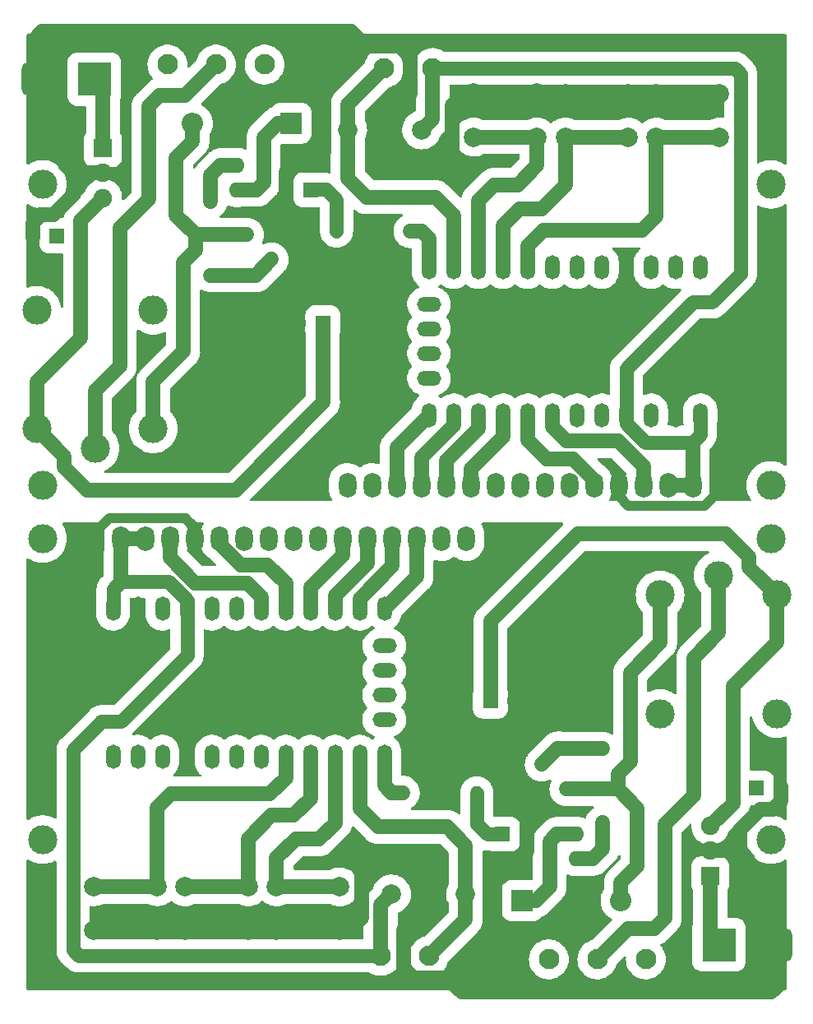
<source format=gbr>
%TF.GenerationSoftware,KiCad,Pcbnew,(6.0.0)*%
%TF.CreationDate,2022-02-01T13:42:30+07:00*%
%TF.ProjectId,egg_pro_mini,6567675f-7072-46f5-9f6d-696e692e6b69,rev?*%
%TF.SameCoordinates,Original*%
%TF.FileFunction,Copper,L1,Top*%
%TF.FilePolarity,Positive*%
%FSLAX46Y46*%
G04 Gerber Fmt 4.6, Leading zero omitted, Abs format (unit mm)*
G04 Created by KiCad (PCBNEW (6.0.0)) date 2022-02-01 13:42:30*
%MOMM*%
%LPD*%
G01*
G04 APERTURE LIST*
G04 Aperture macros list*
%AMRoundRect*
0 Rectangle with rounded corners*
0 $1 Rounding radius*
0 $2 $3 $4 $5 $6 $7 $8 $9 X,Y pos of 4 corners*
0 Add a 4 corners polygon primitive as box body*
4,1,4,$2,$3,$4,$5,$6,$7,$8,$9,$2,$3,0*
0 Add four circle primitives for the rounded corners*
1,1,$1+$1,$2,$3*
1,1,$1+$1,$4,$5*
1,1,$1+$1,$6,$7*
1,1,$1+$1,$8,$9*
0 Add four rect primitives between the rounded corners*
20,1,$1+$1,$2,$3,$4,$5,0*
20,1,$1+$1,$4,$5,$6,$7,0*
20,1,$1+$1,$6,$7,$8,$9,0*
20,1,$1+$1,$8,$9,$2,$3,0*%
G04 Aperture macros list end*
%TA.AperFunction,ComponentPad*%
%ADD10C,1.400000*%
%TD*%
%TA.AperFunction,ComponentPad*%
%ADD11O,1.400000X1.400000*%
%TD*%
%TA.AperFunction,ComponentPad*%
%ADD12C,3.000000*%
%TD*%
%TA.AperFunction,ComponentPad*%
%ADD13R,1.800000X2.600000*%
%TD*%
%TA.AperFunction,ComponentPad*%
%ADD14O,1.800000X2.600000*%
%TD*%
%TA.AperFunction,ComponentPad*%
%ADD15R,1.910000X1.910000*%
%TD*%
%TA.AperFunction,ComponentPad*%
%ADD16C,1.910000*%
%TD*%
%TA.AperFunction,ComponentPad*%
%ADD17C,2.000000*%
%TD*%
%TA.AperFunction,ComponentPad*%
%ADD18C,2.100000*%
%TD*%
%TA.AperFunction,ComponentPad*%
%ADD19R,1.600000X1.600000*%
%TD*%
%TA.AperFunction,ComponentPad*%
%ADD20O,1.600000X1.600000*%
%TD*%
%TA.AperFunction,ComponentPad*%
%ADD21R,2.200000X2.200000*%
%TD*%
%TA.AperFunction,ComponentPad*%
%ADD22O,2.200000X2.200000*%
%TD*%
%TA.AperFunction,ComponentPad*%
%ADD23R,1.500000X1.500000*%
%TD*%
%TA.AperFunction,ComponentPad*%
%ADD24C,1.500000*%
%TD*%
%TA.AperFunction,ComponentPad*%
%ADD25R,3.500000X3.500000*%
%TD*%
%TA.AperFunction,ComponentPad*%
%ADD26RoundRect,0.750000X-0.750000X-1.000000X0.750000X-1.000000X0.750000X1.000000X-0.750000X1.000000X0*%
%TD*%
%TA.AperFunction,ComponentPad*%
%ADD27RoundRect,0.875000X-0.875000X-0.875000X0.875000X-0.875000X0.875000X0.875000X-0.875000X0.875000X0*%
%TD*%
%TA.AperFunction,ComponentPad*%
%ADD28O,1.500000X2.500000*%
%TD*%
%TA.AperFunction,ComponentPad*%
%ADD29O,2.500000X1.500000*%
%TD*%
%TA.AperFunction,ComponentPad*%
%ADD30O,2.000000X2.000000*%
%TD*%
%TA.AperFunction,ComponentPad*%
%ADD31C,1.600000*%
%TD*%
%TA.AperFunction,ComponentPad*%
%ADD32RoundRect,0.750000X0.750000X1.000000X-0.750000X1.000000X-0.750000X-1.000000X0.750000X-1.000000X0*%
%TD*%
%TA.AperFunction,ComponentPad*%
%ADD33RoundRect,0.875000X0.875000X0.875000X-0.875000X0.875000X-0.875000X-0.875000X0.875000X-0.875000X0*%
%TD*%
%TA.AperFunction,Conductor*%
%ADD34C,1.400000*%
%TD*%
%TA.AperFunction,Conductor*%
%ADD35C,1.500000*%
%TD*%
%TA.AperFunction,Conductor*%
%ADD36C,1.000000*%
%TD*%
G04 APERTURE END LIST*
D10*
%TO.P,R2,1*%
%TO.N,Net-(R2-Pad1)*%
X138965000Y-48590000D03*
D11*
%TO.P,R2,2*%
%TO.N,Net-(Q1-Pad2)*%
X138965000Y-56210000D03*
%TD*%
D12*
%TO.P,DS1,*%
%TO.N,*%
X196633875Y-46854300D03*
X121635295Y-46854300D03*
X121634775Y-77855000D03*
X196633875Y-77855000D03*
D13*
%TO.P,DS1,1,VSS*%
%TO.N,GND*%
X191134775Y-77855000D03*
D14*
%TO.P,DS1,2,VDD*%
%TO.N,VCC*%
X188594775Y-77855000D03*
%TO.P,DS1,3,VO*%
X186054775Y-77855000D03*
%TO.P,DS1,4,RS*%
%TO.N,RS*%
X183514775Y-77855000D03*
%TO.P,DS1,5,R/W*%
%TO.N,GND*%
X180974775Y-77855000D03*
%TO.P,DS1,6,E*%
%TO.N,E*%
X178434775Y-77855000D03*
%TO.P,DS1,7,D0*%
%TO.N,unconnected-(DS1-Pad7)*%
X175894775Y-77855000D03*
%TO.P,DS1,8,D1*%
%TO.N,unconnected-(DS1-Pad8)*%
X173354775Y-77855000D03*
%TO.P,DS1,9,D2*%
%TO.N,unconnected-(DS1-Pad9)*%
X170814775Y-77855000D03*
%TO.P,DS1,10,D3*%
%TO.N,unconnected-(DS1-Pad10)*%
X168274775Y-77855000D03*
%TO.P,DS1,11,D4*%
%TO.N,LD4*%
X165734775Y-77855000D03*
%TO.P,DS1,12,D5*%
%TO.N,LD5*%
X163194775Y-77855000D03*
%TO.P,DS1,13,D6*%
%TO.N,LD6*%
X160654775Y-77855000D03*
%TO.P,DS1,14,D7*%
%TO.N,LD7*%
X158114775Y-77855000D03*
%TO.P,DS1,15,LED(+)*%
%TO.N,unconnected-(DS1-Pad15)*%
X155574775Y-77855000D03*
%TO.P,DS1,16,LED(-)*%
%TO.N,unconnected-(DS1-Pad16)*%
X153034775Y-77855000D03*
%TD*%
D15*
%TO.P,U3,1,IN*%
%TO.N,Net-(C1-Pad1)*%
X127857000Y-43150000D03*
D16*
%TO.P,U3,2,GND*%
%TO.N,GND*%
X127857000Y-45700000D03*
%TO.P,U3,3,OUT*%
%TO.N,VCC*%
X127857000Y-48250000D03*
%TD*%
D17*
%TO.P,SW3,1,1*%
%TO.N,GND*%
X172545000Y-37490000D03*
X166045000Y-37490000D03*
%TO.P,SW3,2,2*%
%TO.N,D7*%
X172545000Y-41990000D03*
X166045000Y-41990000D03*
%TD*%
D12*
%TO.P,K1,11*%
%TO.N,Net-(J2-Pad2)*%
X127035000Y-74030000D03*
%TO.P,K1,12*%
%TO.N,Net-(J2-Pad1)*%
X133035000Y-59830000D03*
%TO.P,K1,14*%
%TO.N,Net-(J2-Pad3)*%
X121035000Y-59830000D03*
%TO.P,K1,A1*%
%TO.N,VCC*%
X121035000Y-72030000D03*
%TO.P,K1,A2*%
%TO.N,Net-(D1-Pad2)*%
X133035000Y-72030000D03*
%TD*%
D17*
%TO.P,SW2,1,1*%
%TO.N,GND*%
X181965000Y-37500000D03*
X175465000Y-37500000D03*
%TO.P,SW2,2,2*%
%TO.N,D6*%
X175465000Y-42000000D03*
X181965000Y-42000000D03*
%TD*%
%TO.P,SW1,1,1*%
%TO.N,GND*%
X184835000Y-37510000D03*
X191335000Y-37510000D03*
%TO.P,SW1,2,2*%
%TO.N,D5*%
X184835000Y-42010000D03*
X191335000Y-42010000D03*
%TD*%
D18*
%TO.P,J1,1,1*%
%TO.N,VCC*%
X161805000Y-34880000D03*
%TO.P,J1,2,2*%
%TO.N,D8*%
X156805000Y-34880000D03*
%TO.P,J1,3,3*%
%TO.N,GND*%
X151805000Y-34880000D03*
%TD*%
D19*
%TO.P,U1,1*%
%TO.N,Net-(R1-Pad2)*%
X149265000Y-47425000D03*
D20*
%TO.P,U1,2*%
%TO.N,GND*%
X149265000Y-44885000D03*
%TO.P,U1,3*%
%TO.N,Net-(R2-Pad1)*%
X141645000Y-44885000D03*
%TO.P,U1,4*%
%TO.N,VCC*%
X141645000Y-47425000D03*
%TD*%
D21*
%TO.P,D1,1,K*%
%TO.N,VCC*%
X147225000Y-40570000D03*
D22*
%TO.P,D1,2,A*%
%TO.N,Net-(D1-Pad2)*%
X137065000Y-40570000D03*
%TD*%
D18*
%TO.P,J2,1,1*%
%TO.N,Net-(J2-Pad1)*%
X144495000Y-34530000D03*
%TO.P,J2,2,2*%
%TO.N,Net-(J2-Pad2)*%
X139495000Y-34530000D03*
%TO.P,J2,3,3*%
%TO.N,Net-(J2-Pad3)*%
X134495000Y-34530000D03*
%TD*%
D10*
%TO.P,R1,1*%
%TO.N,D9*%
X159535000Y-51670000D03*
D11*
%TO.P,R1,2*%
%TO.N,Net-(R1-Pad2)*%
X151915000Y-51670000D03*
%TD*%
D23*
%TO.P,Q1,1,E*%
%TO.N,GND*%
X147755000Y-52050000D03*
D24*
%TO.P,Q1,2,B*%
%TO.N,Net-(Q1-Pad2)*%
X145215000Y-54590000D03*
%TO.P,Q1,3,C*%
%TO.N,Net-(D1-Pad2)*%
X142675000Y-52050000D03*
%TD*%
D25*
%TO.P,J3,1*%
%TO.N,Net-(C1-Pad1)*%
X126965000Y-36032500D03*
D26*
%TO.P,J3,2*%
%TO.N,GND*%
X120965000Y-36032500D03*
D27*
%TO.P,J3,3*%
X123965000Y-40732500D03*
%TD*%
D28*
%TO.P,U2,1,D10*%
%TO.N,LD7*%
X161435000Y-70630000D03*
%TO.P,U2,2,D11*%
%TO.N,LD6*%
X163975000Y-70630000D03*
%TO.P,U2,3,D12*%
%TO.N,LD5*%
X166515000Y-70630000D03*
%TO.P,U2,4,D13*%
%TO.N,LD4*%
X169055000Y-70630000D03*
%TO.P,U2,5,A0*%
%TO.N,E*%
X171595000Y-70630000D03*
%TO.P,U2,6,A1*%
%TO.N,RS*%
X174135000Y-70630000D03*
%TO.P,U2,7,A2*%
%TO.N,unconnected-(U2-Pad7)*%
X176675000Y-70630000D03*
%TO.P,U2,8,A3*%
%TO.N,unconnected-(U2-Pad8)*%
X179215000Y-70630000D03*
%TO.P,U2,9,VCC*%
%TO.N,VCC*%
X181755000Y-70630000D03*
%TO.P,U2,10,RST*%
%TO.N,unconnected-(U2-Pad10)*%
X184295000Y-70630000D03*
%TO.P,U2,11,GND*%
%TO.N,GND*%
X186835000Y-70630000D03*
%TO.P,U2,12,RAW*%
%TO.N,VCC*%
X189375000Y-70630000D03*
%TO.P,U2,13,TX*%
%TO.N,unconnected-(U2-Pad13)*%
X189375000Y-55390000D03*
%TO.P,U2,14,RX*%
%TO.N,unconnected-(U2-Pad14)*%
X186835000Y-55390000D03*
%TO.P,U2,15,RST*%
%TO.N,unconnected-(U2-Pad15)*%
X184295000Y-55390000D03*
%TO.P,U2,16,GND*%
%TO.N,GND*%
X181755000Y-55390000D03*
%TO.P,U2,17,D2*%
%TO.N,unconnected-(U2-Pad17)*%
X179215000Y-55390000D03*
%TO.P,U2,18,D3*%
%TO.N,unconnected-(U2-Pad18)*%
X176675000Y-55390000D03*
%TO.P,U2,19,D4*%
%TO.N,unconnected-(U2-Pad19)*%
X174135000Y-55390000D03*
%TO.P,U2,20,D5*%
%TO.N,D5*%
X171595000Y-55390000D03*
%TO.P,U2,21,D6*%
%TO.N,D6*%
X169055000Y-55390000D03*
%TO.P,U2,22,D7*%
%TO.N,D7*%
X166515000Y-55390000D03*
%TO.P,U2,23,D8*%
%TO.N,D8*%
X163975000Y-55390000D03*
%TO.P,U2,24,D9*%
%TO.N,D9*%
X161435000Y-55390000D03*
D29*
%TO.P,U2,25,A4*%
%TO.N,unconnected-(U2-Pad25)*%
X161435000Y-59200000D03*
%TO.P,U2,26,A5*%
%TO.N,unconnected-(U2-Pad26)*%
X161435000Y-61740000D03*
%TO.P,U2,27,A6*%
%TO.N,unconnected-(U2-Pad27)*%
X161435000Y-64280000D03*
%TO.P,U2,28,A7*%
%TO.N,unconnected-(U2-Pad28)*%
X161435000Y-66820000D03*
%TD*%
D17*
%TO.P,R3,1*%
%TO.N,VCC*%
X160685000Y-41250000D03*
D30*
%TO.P,R3,2*%
%TO.N,D8*%
X153065000Y-41250000D03*
%TD*%
D19*
%TO.P,C3,1*%
%TO.N,VCC*%
X150500112Y-61120000D03*
D31*
%TO.P,C3,2*%
%TO.N,GND*%
X148000112Y-61120000D03*
%TD*%
D19*
%TO.P,C1,1*%
%TO.N,Net-(C1-Pad1)*%
X123110112Y-52160000D03*
D31*
%TO.P,C1,2*%
%TO.N,GND*%
X120610112Y-52160000D03*
%TD*%
D10*
%TO.P,R2,1*%
%TO.N,Net-(R2-Pad1)*%
X179305000Y-112575000D03*
D11*
%TO.P,R2,2*%
%TO.N,Net-(Q1-Pad2)*%
X179305000Y-104955000D03*
%TD*%
D17*
%TO.P,SW3,1,1*%
%TO.N,GND*%
X145725000Y-123675000D03*
X152225000Y-123675000D03*
%TO.P,SW3,2,2*%
%TO.N,D7*%
X145725000Y-119175000D03*
X152225000Y-119175000D03*
%TD*%
%TO.P,R3,1*%
%TO.N,VCC*%
X157585000Y-119915000D03*
D30*
%TO.P,R3,2*%
%TO.N,D8*%
X165205000Y-119915000D03*
%TD*%
D28*
%TO.P,U2,1,D10*%
%TO.N,LD7*%
X156835000Y-90535000D03*
%TO.P,U2,2,D11*%
%TO.N,LD6*%
X154295000Y-90535000D03*
%TO.P,U2,3,D12*%
%TO.N,LD5*%
X151755000Y-90535000D03*
%TO.P,U2,4,D13*%
%TO.N,LD4*%
X149215000Y-90535000D03*
%TO.P,U2,5,A0*%
%TO.N,E*%
X146675000Y-90535000D03*
%TO.P,U2,6,A1*%
%TO.N,RS*%
X144135000Y-90535000D03*
%TO.P,U2,7,A2*%
%TO.N,unconnected-(U2-Pad7)*%
X141595000Y-90535000D03*
%TO.P,U2,8,A3*%
%TO.N,unconnected-(U2-Pad8)*%
X139055000Y-90535000D03*
%TO.P,U2,9,VCC*%
%TO.N,VCC*%
X136515000Y-90535000D03*
%TO.P,U2,10,RST*%
%TO.N,unconnected-(U2-Pad10)*%
X133975000Y-90535000D03*
%TO.P,U2,11,GND*%
%TO.N,GND*%
X131435000Y-90535000D03*
%TO.P,U2,12,RAW*%
%TO.N,VCC*%
X128895000Y-90535000D03*
%TO.P,U2,13,TX*%
%TO.N,unconnected-(U2-Pad13)*%
X128895000Y-105775000D03*
%TO.P,U2,14,RX*%
%TO.N,unconnected-(U2-Pad14)*%
X131435000Y-105775000D03*
%TO.P,U2,15,RST*%
%TO.N,unconnected-(U2-Pad15)*%
X133975000Y-105775000D03*
%TO.P,U2,16,GND*%
%TO.N,GND*%
X136515000Y-105775000D03*
%TO.P,U2,17,D2*%
%TO.N,unconnected-(U2-Pad17)*%
X139055000Y-105775000D03*
%TO.P,U2,18,D3*%
%TO.N,unconnected-(U2-Pad18)*%
X141595000Y-105775000D03*
%TO.P,U2,19,D4*%
%TO.N,unconnected-(U2-Pad19)*%
X144135000Y-105775000D03*
%TO.P,U2,20,D5*%
%TO.N,D5*%
X146675000Y-105775000D03*
%TO.P,U2,21,D6*%
%TO.N,D6*%
X149215000Y-105775000D03*
%TO.P,U2,22,D7*%
%TO.N,D7*%
X151755000Y-105775000D03*
%TO.P,U2,23,D8*%
%TO.N,D8*%
X154295000Y-105775000D03*
%TO.P,U2,24,D9*%
%TO.N,D9*%
X156835000Y-105775000D03*
D29*
%TO.P,U2,25,A4*%
%TO.N,unconnected-(U2-Pad25)*%
X156835000Y-101965000D03*
%TO.P,U2,26,A5*%
%TO.N,unconnected-(U2-Pad26)*%
X156835000Y-99425000D03*
%TO.P,U2,27,A6*%
%TO.N,unconnected-(U2-Pad27)*%
X156835000Y-96885000D03*
%TO.P,U2,28,A7*%
%TO.N,unconnected-(U2-Pad28)*%
X156835000Y-94345000D03*
%TD*%
D15*
%TO.P,U3,1,IN*%
%TO.N,Net-(C1-Pad1)*%
X190413000Y-118015000D03*
D16*
%TO.P,U3,2,GND*%
%TO.N,GND*%
X190413000Y-115465000D03*
%TO.P,U3,3,OUT*%
%TO.N,VCC*%
X190413000Y-112915000D03*
%TD*%
D12*
%TO.P,DS1,*%
%TO.N,*%
X121636125Y-114310700D03*
X196634705Y-114310700D03*
X196635225Y-83310000D03*
X121636125Y-83310000D03*
D13*
%TO.P,DS1,1,VSS*%
%TO.N,GND*%
X127135225Y-83310000D03*
D14*
%TO.P,DS1,2,VDD*%
%TO.N,VCC*%
X129675225Y-83310000D03*
%TO.P,DS1,3,VO*%
X132215225Y-83310000D03*
%TO.P,DS1,4,RS*%
%TO.N,RS*%
X134755225Y-83310000D03*
%TO.P,DS1,5,R/W*%
%TO.N,GND*%
X137295225Y-83310000D03*
%TO.P,DS1,6,E*%
%TO.N,E*%
X139835225Y-83310000D03*
%TO.P,DS1,7,D0*%
%TO.N,unconnected-(DS1-Pad7)*%
X142375225Y-83310000D03*
%TO.P,DS1,8,D1*%
%TO.N,unconnected-(DS1-Pad8)*%
X144915225Y-83310000D03*
%TO.P,DS1,9,D2*%
%TO.N,unconnected-(DS1-Pad9)*%
X147455225Y-83310000D03*
%TO.P,DS1,10,D3*%
%TO.N,unconnected-(DS1-Pad10)*%
X149995225Y-83310000D03*
%TO.P,DS1,11,D4*%
%TO.N,LD4*%
X152535225Y-83310000D03*
%TO.P,DS1,12,D5*%
%TO.N,LD5*%
X155075225Y-83310000D03*
%TO.P,DS1,13,D6*%
%TO.N,LD6*%
X157615225Y-83310000D03*
%TO.P,DS1,14,D7*%
%TO.N,LD7*%
X160155225Y-83310000D03*
%TO.P,DS1,15,LED(+)*%
%TO.N,unconnected-(DS1-Pad15)*%
X162695225Y-83310000D03*
%TO.P,DS1,16,LED(-)*%
%TO.N,unconnected-(DS1-Pad16)*%
X165235225Y-83310000D03*
%TD*%
D25*
%TO.P,J3,1*%
%TO.N,Net-(C1-Pad1)*%
X191305000Y-125132500D03*
D32*
%TO.P,J3,2*%
%TO.N,GND*%
X197305000Y-125132500D03*
D33*
%TO.P,J3,3*%
X194305000Y-120432500D03*
%TD*%
D23*
%TO.P,Q1,1,E*%
%TO.N,GND*%
X170515000Y-109115000D03*
D24*
%TO.P,Q1,2,B*%
%TO.N,Net-(Q1-Pad2)*%
X173055000Y-106575000D03*
%TO.P,Q1,3,C*%
%TO.N,Net-(D1-Pad2)*%
X175595000Y-109115000D03*
%TD*%
D10*
%TO.P,R1,1*%
%TO.N,D9*%
X158735000Y-109495000D03*
D11*
%TO.P,R1,2*%
%TO.N,Net-(R1-Pad2)*%
X166355000Y-109495000D03*
%TD*%
D18*
%TO.P,J2,1,1*%
%TO.N,Net-(J2-Pad1)*%
X173775000Y-126635000D03*
%TO.P,J2,2,2*%
%TO.N,Net-(J2-Pad2)*%
X178775000Y-126635000D03*
%TO.P,J2,3,3*%
%TO.N,Net-(J2-Pad3)*%
X183775000Y-126635000D03*
%TD*%
D21*
%TO.P,D1,1,K*%
%TO.N,VCC*%
X171045000Y-120595000D03*
D22*
%TO.P,D1,2,A*%
%TO.N,Net-(D1-Pad2)*%
X181205000Y-120595000D03*
%TD*%
D19*
%TO.P,U1,1*%
%TO.N,Net-(R1-Pad2)*%
X169005000Y-113740000D03*
D20*
%TO.P,U1,2*%
%TO.N,GND*%
X169005000Y-116280000D03*
%TO.P,U1,3*%
%TO.N,Net-(R2-Pad1)*%
X176625000Y-116280000D03*
%TO.P,U1,4*%
%TO.N,VCC*%
X176625000Y-113740000D03*
%TD*%
D18*
%TO.P,J1,1,1*%
%TO.N,VCC*%
X156465000Y-126285000D03*
%TO.P,J1,2,2*%
%TO.N,D8*%
X161465000Y-126285000D03*
%TO.P,J1,3,3*%
%TO.N,GND*%
X166465000Y-126285000D03*
%TD*%
D17*
%TO.P,SW1,1,1*%
%TO.N,GND*%
X133435000Y-123655000D03*
X126935000Y-123655000D03*
%TO.P,SW1,2,2*%
%TO.N,D5*%
X133435000Y-119155000D03*
X126935000Y-119155000D03*
%TD*%
%TO.P,SW2,1,1*%
%TO.N,GND*%
X136305000Y-123665000D03*
X142805000Y-123665000D03*
%TO.P,SW2,2,2*%
%TO.N,D6*%
X142805000Y-119165000D03*
X136305000Y-119165000D03*
%TD*%
D12*
%TO.P,K1,11*%
%TO.N,Net-(J2-Pad2)*%
X191235000Y-87135000D03*
%TO.P,K1,12*%
%TO.N,Net-(J2-Pad1)*%
X185235000Y-101335000D03*
%TO.P,K1,14*%
%TO.N,Net-(J2-Pad3)*%
X197235000Y-101335000D03*
%TO.P,K1,A1*%
%TO.N,VCC*%
X197235000Y-89135000D03*
%TO.P,K1,A2*%
%TO.N,Net-(D1-Pad2)*%
X185235000Y-89135000D03*
%TD*%
D19*
%TO.P,C3,1*%
%TO.N,VCC*%
X167769888Y-100045000D03*
D31*
%TO.P,C3,2*%
%TO.N,GND*%
X170269888Y-100045000D03*
%TD*%
D19*
%TO.P,C1,1*%
%TO.N,Net-(C1-Pad1)*%
X195159888Y-109005000D03*
D31*
%TO.P,C1,2*%
%TO.N,GND*%
X197659888Y-109005000D03*
%TD*%
D34*
%TO.N,VCC*%
X188585000Y-73410000D02*
X189375000Y-72620000D01*
X190575000Y-58990000D02*
X193515000Y-56050000D01*
D35*
X125515000Y-62660000D02*
X121035000Y-67140000D01*
X150500112Y-69305112D02*
X150500112Y-61120000D01*
D34*
X183705000Y-73400000D02*
X188575000Y-73400000D01*
D35*
X188594775Y-73419775D02*
X188585000Y-73410000D01*
%TO.N,GND*%
X163775000Y-43730000D02*
X162505000Y-45000000D01*
%TO.N,VCC*%
X123865000Y-75950000D02*
X126225000Y-78310000D01*
D34*
X193515000Y-56050000D02*
X193515000Y-35480000D01*
X192915000Y-34880000D02*
X161805000Y-34880000D01*
D35*
X161805000Y-34880000D02*
X161805000Y-40130000D01*
X147225000Y-40570000D02*
X145845000Y-40570000D01*
D34*
X181755000Y-70630000D02*
X181755000Y-71450000D01*
D35*
X121035000Y-67140000D02*
X121035000Y-72030000D01*
X144405000Y-46700000D02*
X143680000Y-47425000D01*
X121035000Y-72030000D02*
X123865000Y-74860000D01*
%TO.N,Net-(D1-Pad2)*%
X136115000Y-54900000D02*
X136115000Y-64060000D01*
%TO.N,VCC*%
X127857000Y-48250000D02*
X125515000Y-50592000D01*
X150515000Y-69320000D02*
X150500112Y-69305112D01*
D34*
X189375000Y-72620000D02*
X189375000Y-70630000D01*
D35*
%TO.N,Net-(D1-Pad2)*%
X133035000Y-67140000D02*
X133035000Y-72030000D01*
D34*
%TO.N,VCC*%
X188575000Y-73400000D02*
X188585000Y-73410000D01*
X193515000Y-35480000D02*
X192915000Y-34880000D01*
X181755000Y-65840000D02*
X188605000Y-58990000D01*
D35*
%TO.N,GND*%
X120955000Y-36042500D02*
X120965000Y-36032500D01*
%TO.N,VCC*%
X123865000Y-74860000D02*
X123865000Y-75950000D01*
X143680000Y-47425000D02*
X141645000Y-47425000D01*
%TO.N,GND*%
X154075000Y-31790000D02*
X153415020Y-31130020D01*
D34*
%TO.N,VCC*%
X181755000Y-71450000D02*
X183705000Y-73400000D01*
D35*
X144405000Y-42010000D02*
X144405000Y-46700000D01*
D36*
%TO.N,GND*%
X191134775Y-77855000D02*
X191134775Y-78600225D01*
D35*
%TO.N,VCC*%
X161805000Y-40130000D02*
X160685000Y-41250000D01*
X126225000Y-78310000D02*
X141525000Y-78310000D01*
X125515000Y-50592000D02*
X125515000Y-62660000D01*
D34*
X181755000Y-70630000D02*
X181755000Y-65840000D01*
D35*
X188594775Y-77855000D02*
X188594775Y-73419775D01*
%TO.N,Net-(D1-Pad2)*%
X137375000Y-52050000D02*
X135365000Y-50040000D01*
X135365000Y-50040000D02*
X135365000Y-44110000D01*
X137065000Y-42410000D02*
X137065000Y-40570000D01*
X136115000Y-64060000D02*
X133035000Y-67140000D01*
D34*
%TO.N,VCC*%
X188605000Y-58990000D02*
X190575000Y-58990000D01*
D35*
X141525000Y-78310000D02*
X150515000Y-69320000D01*
X145845000Y-40570000D02*
X144405000Y-42010000D01*
X188594775Y-77855000D02*
X186054775Y-77855000D01*
%TO.N,GND*%
X191035000Y-67320000D02*
X191965000Y-68250000D01*
X153415020Y-31130020D02*
X121604980Y-31130020D01*
D36*
X191134775Y-78600225D02*
X189775000Y-79960000D01*
D35*
X147755000Y-51030000D02*
X146735000Y-50010000D01*
X147500000Y-44885000D02*
X149265000Y-44885000D01*
X146735000Y-45620000D02*
X147485000Y-44870000D01*
X191315000Y-37490000D02*
X191335000Y-37510000D01*
X120610112Y-50794888D02*
X120610112Y-52160000D01*
D36*
X180974775Y-78979775D02*
X180974775Y-77855000D01*
D35*
X150595000Y-43555000D02*
X150595000Y-36090000D01*
X162505000Y-45000000D02*
X159015000Y-45000000D01*
D36*
X189775000Y-79960000D02*
X181955000Y-79960000D01*
D35*
X146735000Y-50010000D02*
X146735000Y-45620000D01*
X120955000Y-39580000D02*
X120955000Y-36042500D01*
X121604980Y-31130020D02*
X120965000Y-31770000D01*
X147755000Y-52050000D02*
X147755000Y-60874888D01*
X163775000Y-38760000D02*
X163775000Y-43730000D01*
X186835000Y-70630000D02*
X186835000Y-68800000D01*
X159015000Y-45000000D02*
X157745000Y-43730000D01*
X123965000Y-44830000D02*
X123965000Y-40732500D01*
X124835000Y-45700000D02*
X123965000Y-44830000D01*
X150595000Y-36090000D02*
X151805000Y-34880000D01*
%TO.N,Net-(C1-Pad1)*%
X127857000Y-36924500D02*
X126965000Y-36032500D01*
%TO.N,GND*%
X147755000Y-52050000D02*
X147755000Y-51030000D01*
X121405000Y-50000000D02*
X120610112Y-50794888D01*
X191134775Y-74690225D02*
X191134775Y-77855000D01*
X127857000Y-45700000D02*
X124835000Y-45700000D01*
X147485000Y-44870000D02*
X147500000Y-44885000D01*
X166045000Y-37490000D02*
X165045000Y-37490000D01*
X188315000Y-67320000D02*
X191035000Y-67320000D01*
X157745000Y-43730000D02*
X157745000Y-39260000D01*
X154075000Y-32610000D02*
X151805000Y-34880000D01*
X122725000Y-50000000D02*
X121405000Y-50000000D01*
X122107500Y-40732500D02*
X120955000Y-39580000D01*
X166045000Y-37490000D02*
X191315000Y-37490000D01*
X191965000Y-68250000D02*
X191965000Y-73860000D01*
X165045000Y-37490000D02*
X163775000Y-38760000D01*
X158435000Y-32610000D02*
X154075000Y-32610000D01*
X147755000Y-60874888D02*
X148000112Y-61120000D01*
X186835000Y-68800000D02*
X188315000Y-67320000D01*
X159485000Y-33660000D02*
X158435000Y-32610000D01*
X124835000Y-45700000D02*
X124835000Y-47890000D01*
X124835000Y-47890000D02*
X122725000Y-50000000D01*
X154075000Y-32610000D02*
X154075000Y-31790000D01*
X157745000Y-39260000D02*
X159485000Y-37520000D01*
X149265000Y-44885000D02*
X150595000Y-43555000D01*
D36*
X181955000Y-79960000D02*
X180974775Y-78979775D01*
D35*
X123965000Y-40732500D02*
X122107500Y-40732500D01*
%TO.N,Net-(C1-Pad1)*%
X127857000Y-43150000D02*
X127857000Y-36924500D01*
%TO.N,GND*%
X120965000Y-31770000D02*
X120965000Y-36032500D01*
X159485000Y-37520000D02*
X159485000Y-33660000D01*
X191965000Y-73860000D02*
X191134775Y-74690225D01*
%TO.N,Net-(Q1-Pad2)*%
X145215000Y-54590000D02*
X143585000Y-56220000D01*
X143585000Y-56220000D02*
X143265000Y-56220000D01*
%TO.N,Net-(D1-Pad2)*%
X137375000Y-52050000D02*
X137375000Y-53640000D01*
%TO.N,Net-(J2-Pad2)*%
X129585000Y-51380000D02*
X132555000Y-48410000D01*
%TO.N,D9*%
X161435000Y-52410000D02*
X160695000Y-51670000D01*
%TO.N,LD7*%
X161435000Y-70630000D02*
X158114775Y-73950225D01*
%TO.N,LD4*%
X165734775Y-76170225D02*
X165734775Y-77855000D01*
%TO.N,Net-(D1-Pad2)*%
X135365000Y-44110000D02*
X137065000Y-42410000D01*
%TO.N,Net-(J2-Pad2)*%
X127035000Y-74030000D02*
X127035000Y-68130000D01*
%TO.N,LD6*%
X163975000Y-71670000D02*
X160654775Y-74990225D01*
%TO.N,Net-(J2-Pad2)*%
X132555000Y-48410000D02*
X132555000Y-38810000D01*
%TO.N,LD4*%
X169055000Y-70630000D02*
X169055000Y-72850000D01*
%TO.N,E*%
X176251529Y-75150000D02*
X173535000Y-75150000D01*
X178434775Y-77855000D02*
X178434775Y-77333246D01*
%TO.N,D9*%
X161435000Y-55390000D02*
X161435000Y-52410000D01*
%TO.N,LD4*%
X169055000Y-72850000D02*
X165734775Y-76170225D01*
%TO.N,RS*%
X183514775Y-75859775D02*
X180915000Y-73260000D01*
%TO.N,Net-(J2-Pad2)*%
X132555000Y-38810000D02*
X133655000Y-37710000D01*
%TO.N,RS*%
X180915000Y-73260000D02*
X175555000Y-73260000D01*
%TO.N,Net-(J2-Pad2)*%
X127035000Y-68130000D02*
X129585000Y-65580000D01*
X133655000Y-37710000D02*
X136315000Y-37710000D01*
%TO.N,Net-(D1-Pad2)*%
X142675000Y-52050000D02*
X137375000Y-52050000D01*
%TO.N,LD6*%
X163975000Y-70630000D02*
X163975000Y-71670000D01*
%TO.N,RS*%
X183514775Y-77855000D02*
X183514775Y-75859775D01*
%TO.N,LD5*%
X163194775Y-75290225D02*
X163194775Y-77855000D01*
%TO.N,Net-(R2-Pad1)*%
X139980000Y-44885000D02*
X138965000Y-45900000D01*
D34*
%TO.N,Net-(R1-Pad2)*%
X150835000Y-47400000D02*
X149290000Y-47400000D01*
X151915000Y-51670000D02*
X151915000Y-48480000D01*
X149290000Y-47400000D02*
X149265000Y-47425000D01*
D35*
%TO.N,Net-(D1-Pad2)*%
X137375000Y-53640000D02*
X136115000Y-54900000D01*
%TO.N,D5*%
X173225000Y-51580000D02*
X171595000Y-53210000D01*
D34*
%TO.N,Net-(R1-Pad2)*%
X151915000Y-48480000D02*
X150835000Y-47400000D01*
D35*
%TO.N,D5*%
X191335000Y-42010000D02*
X184835000Y-42010000D01*
%TO.N,LD5*%
X166515000Y-70630000D02*
X166515000Y-71970000D01*
%TO.N,Net-(J2-Pad2)*%
X136315000Y-37710000D02*
X139495000Y-34530000D01*
%TO.N,RS*%
X174135000Y-71840000D02*
X174135000Y-70630000D01*
%TO.N,Net-(J2-Pad2)*%
X129585000Y-65580000D02*
X129585000Y-51380000D01*
%TO.N,E*%
X173535000Y-75150000D02*
X171595000Y-73210000D01*
X171595000Y-73210000D02*
X171595000Y-70630000D01*
X178434775Y-77333246D02*
X176251529Y-75150000D01*
%TO.N,Net-(Q1-Pad2)*%
X143265000Y-56220000D02*
X143255000Y-56210000D01*
%TO.N,D9*%
X160695000Y-51670000D02*
X159535000Y-51670000D01*
%TO.N,D5*%
X183405000Y-51580000D02*
X173225000Y-51580000D01*
X184835000Y-42010000D02*
X184835000Y-50150000D01*
X184835000Y-50150000D02*
X183405000Y-51580000D01*
X171595000Y-53210000D02*
X171595000Y-55390000D01*
%TO.N,Net-(Q1-Pad2)*%
X143255000Y-56210000D02*
X138965000Y-56210000D01*
%TO.N,LD6*%
X160654775Y-74990225D02*
X160654775Y-77855000D01*
%TO.N,LD7*%
X158114775Y-73950225D02*
X158114775Y-77855000D01*
%TO.N,LD5*%
X166515000Y-71970000D02*
X163194775Y-75290225D01*
%TO.N,RS*%
X175555000Y-73260000D02*
X174135000Y-71840000D01*
%TO.N,D7*%
X172545000Y-44940000D02*
X170575000Y-46910000D01*
%TO.N,D6*%
X169055000Y-51050000D02*
X169055000Y-55390000D01*
%TO.N,D7*%
X168135000Y-46910000D02*
X166515000Y-48530000D01*
%TO.N,D6*%
X173045000Y-49350000D02*
X170755000Y-49350000D01*
X181965000Y-42000000D02*
X175465000Y-42000000D01*
X175465000Y-42000000D02*
X175465000Y-46930000D01*
X170755000Y-49350000D02*
X169055000Y-51050000D01*
X175465000Y-46930000D02*
X173045000Y-49350000D01*
%TO.N,D7*%
X166515000Y-48530000D02*
X166515000Y-55390000D01*
%TO.N,D8*%
X163975000Y-50040000D02*
X162105000Y-48170000D01*
%TO.N,Net-(R2-Pad1)*%
X141645000Y-44885000D02*
X139980000Y-44885000D01*
%TO.N,D7*%
X170575000Y-46910000D02*
X168135000Y-46910000D01*
%TO.N,D8*%
X153065000Y-46260000D02*
X153065000Y-41250000D01*
X154975000Y-48170000D02*
X153065000Y-46260000D01*
X162105000Y-48170000D02*
X154975000Y-48170000D01*
%TO.N,D7*%
X172545000Y-41990000D02*
X166045000Y-41990000D01*
X172545000Y-41990000D02*
X172545000Y-44940000D01*
%TO.N,D8*%
X153065000Y-38620000D02*
X156805000Y-34880000D01*
X163975000Y-55390000D02*
X163975000Y-50040000D01*
%TO.N,Net-(R2-Pad1)*%
X138965000Y-45900000D02*
X138965000Y-48590000D01*
%TO.N,D8*%
X153065000Y-41250000D02*
X153065000Y-38620000D01*
%TO.N,Net-(C1-Pad1)*%
X190413000Y-124240500D02*
X191305000Y-125132500D01*
X190413000Y-118015000D02*
X190413000Y-124240500D01*
%TO.N,GND*%
X126305000Y-92915000D02*
X126305000Y-87305000D01*
D36*
X128535000Y-81220000D02*
X136355000Y-81220000D01*
D35*
X131435000Y-92365000D02*
X129955000Y-93845000D01*
X197659888Y-110370112D02*
X197659888Y-109005000D01*
X197305000Y-129395000D02*
X197305000Y-125132500D01*
X193435000Y-115465000D02*
X193435000Y-113275000D01*
X170515000Y-100290112D02*
X170269888Y-100045000D01*
X195545000Y-111165000D02*
X196865000Y-111165000D01*
X170515000Y-109115000D02*
X170515000Y-100290112D01*
D36*
X137295225Y-82185225D02*
X137295225Y-83310000D01*
D35*
X126305000Y-87305000D02*
X127135225Y-86474775D01*
X152225000Y-123675000D02*
X126955000Y-123675000D01*
X171535000Y-111155000D02*
X171535000Y-115545000D01*
X196162500Y-120432500D02*
X197315000Y-121585000D01*
X158785000Y-123645000D02*
X158785000Y-127505000D01*
X131435000Y-90535000D02*
X131435000Y-92365000D01*
X159835000Y-128555000D02*
X164195000Y-128555000D01*
D36*
X136315000Y-81205000D02*
X137295225Y-82185225D01*
D35*
X155765000Y-116165000D02*
X159255000Y-116165000D01*
X126955000Y-123675000D02*
X126935000Y-123655000D01*
X152225000Y-123675000D02*
X153225000Y-123675000D01*
X167675000Y-117610000D02*
X167675000Y-125075000D01*
X171535000Y-115545000D02*
X170785000Y-116295000D01*
X153225000Y-123675000D02*
X154495000Y-122405000D01*
X196865000Y-111165000D02*
X197659888Y-110370112D01*
X127135225Y-86474775D02*
X127135225Y-83310000D01*
X170770000Y-116280000D02*
X169005000Y-116280000D01*
X164195000Y-128555000D02*
X166465000Y-126285000D01*
X159255000Y-116165000D02*
X160525000Y-117435000D01*
X170515000Y-110135000D02*
X171535000Y-111155000D01*
X194305000Y-120432500D02*
X196162500Y-120432500D01*
D36*
X127135225Y-82564775D02*
X128495000Y-81205000D01*
D35*
X160525000Y-117435000D02*
X160525000Y-121905000D01*
X169005000Y-116280000D02*
X167675000Y-117610000D01*
X164854980Y-130034980D02*
X196665020Y-130034980D01*
X127235000Y-93845000D02*
X126305000Y-92915000D01*
X170785000Y-116295000D02*
X170770000Y-116280000D01*
X196665020Y-130034980D02*
X197305000Y-129395000D01*
X129955000Y-93845000D02*
X127235000Y-93845000D01*
X160525000Y-121905000D02*
X158785000Y-123645000D01*
X170515000Y-109115000D02*
X170515000Y-110135000D01*
X164195000Y-128555000D02*
X164195000Y-129375000D01*
X167675000Y-125075000D02*
X166465000Y-126285000D01*
X190413000Y-115465000D02*
X193435000Y-115465000D01*
X193435000Y-113275000D02*
X195545000Y-111165000D01*
X158785000Y-127505000D02*
X159835000Y-128555000D01*
X193435000Y-115465000D02*
X194305000Y-116335000D01*
X194305000Y-116335000D02*
X194305000Y-120432500D01*
X154495000Y-122405000D02*
X154495000Y-117435000D01*
X197315000Y-121585000D02*
X197315000Y-125122500D01*
X197315000Y-125122500D02*
X197305000Y-125132500D01*
X164195000Y-129375000D02*
X164854980Y-130034980D01*
D36*
X127135225Y-83310000D02*
X127135225Y-82564775D01*
D35*
X154495000Y-117435000D02*
X155765000Y-116165000D01*
%TO.N,VCC*%
X129675225Y-87745225D02*
X129685000Y-87755000D01*
X156465000Y-121035000D02*
X157585000Y-119915000D01*
D34*
X128895000Y-88545000D02*
X128895000Y-90535000D01*
D35*
X167755000Y-91845000D02*
X167769888Y-91859888D01*
X171045000Y-120595000D02*
X172425000Y-120595000D01*
X174590000Y-113740000D02*
X176625000Y-113740000D01*
X190413000Y-112915000D02*
X192755000Y-110573000D01*
X173865000Y-119155000D02*
X173865000Y-114465000D01*
D34*
X134565000Y-87765000D02*
X129695000Y-87765000D01*
X125355000Y-126285000D02*
X156465000Y-126285000D01*
X136515000Y-90535000D02*
X136515000Y-95325000D01*
D35*
X194405000Y-85215000D02*
X192045000Y-82855000D01*
X192755000Y-110573000D02*
X192755000Y-98505000D01*
X194405000Y-86305000D02*
X194405000Y-85215000D01*
X197235000Y-89135000D02*
X194405000Y-86305000D01*
X197235000Y-94025000D02*
X197235000Y-89135000D01*
D34*
X136515000Y-95325000D02*
X129665000Y-102175000D01*
X124755000Y-105115000D02*
X124755000Y-125685000D01*
D35*
X156465000Y-126285000D02*
X156465000Y-121035000D01*
X167769888Y-91859888D02*
X167769888Y-100045000D01*
X192755000Y-98505000D02*
X197235000Y-94025000D01*
X173865000Y-114465000D02*
X174590000Y-113740000D01*
X172425000Y-120595000D02*
X173865000Y-119155000D01*
X176745000Y-82855000D02*
X167755000Y-91845000D01*
D34*
X127695000Y-102175000D02*
X124755000Y-105115000D01*
D35*
X129675225Y-83310000D02*
X129675225Y-87745225D01*
X192045000Y-82855000D02*
X176745000Y-82855000D01*
D34*
X136515000Y-89715000D02*
X134565000Y-87765000D01*
X124755000Y-125685000D02*
X125355000Y-126285000D01*
X129685000Y-87755000D02*
X128895000Y-88545000D01*
X129665000Y-102175000D02*
X127695000Y-102175000D01*
X129695000Y-87765000D02*
X129685000Y-87755000D01*
X136515000Y-90535000D02*
X136515000Y-89715000D01*
D35*
X129675225Y-83310000D02*
X132215225Y-83310000D01*
%TO.N,Net-(D1-Pad2)*%
X185235000Y-94025000D02*
X185235000Y-89135000D01*
X182155000Y-106265000D02*
X182155000Y-97105000D01*
X182155000Y-97105000D02*
X185235000Y-94025000D01*
X181205000Y-118755000D02*
X181205000Y-120595000D01*
X182905000Y-111125000D02*
X182905000Y-117055000D01*
X180895000Y-109115000D02*
X182905000Y-111125000D01*
X182905000Y-117055000D02*
X181205000Y-118755000D01*
X180895000Y-109115000D02*
X180895000Y-107525000D01*
X180895000Y-107525000D02*
X182155000Y-106265000D01*
X175595000Y-109115000D02*
X180895000Y-109115000D01*
%TO.N,RS*%
X134755225Y-85305225D02*
X137355000Y-87905000D01*
X137355000Y-87905000D02*
X142715000Y-87905000D01*
X144135000Y-89325000D02*
X144135000Y-90535000D01*
X142715000Y-87905000D02*
X144135000Y-89325000D01*
X134755225Y-83310000D02*
X134755225Y-85305225D01*
%TO.N,E*%
X144735000Y-86015000D02*
X146675000Y-87955000D01*
X139835225Y-83831754D02*
X142018471Y-86015000D01*
X139835225Y-83310000D02*
X139835225Y-83831754D01*
X146675000Y-87955000D02*
X146675000Y-90535000D01*
X142018471Y-86015000D02*
X144735000Y-86015000D01*
%TO.N,LD4*%
X149215000Y-90535000D02*
X149215000Y-88315000D01*
X149215000Y-88315000D02*
X152535225Y-84994775D01*
X152535225Y-84994775D02*
X152535225Y-83310000D01*
%TO.N,LD5*%
X151755000Y-89195000D02*
X155075225Y-85874775D01*
X151755000Y-90535000D02*
X151755000Y-89195000D01*
X155075225Y-85874775D02*
X155075225Y-83310000D01*
%TO.N,LD6*%
X157615225Y-86174775D02*
X157615225Y-83310000D01*
X154295000Y-90535000D02*
X154295000Y-89495000D01*
X154295000Y-89495000D02*
X157615225Y-86174775D01*
%TO.N,LD7*%
X160155225Y-87214775D02*
X160155225Y-83310000D01*
X156835000Y-90535000D02*
X160155225Y-87214775D01*
%TO.N,D9*%
X157575000Y-109495000D02*
X158735000Y-109495000D01*
X156835000Y-108755000D02*
X157575000Y-109495000D01*
X156835000Y-105775000D02*
X156835000Y-108755000D01*
%TO.N,Net-(J2-Pad2)*%
X184615000Y-123455000D02*
X181955000Y-123455000D01*
X185715000Y-112755000D02*
X185715000Y-122355000D01*
X188685000Y-95585000D02*
X188685000Y-109785000D01*
X181955000Y-123455000D02*
X178775000Y-126635000D01*
X191235000Y-87135000D02*
X191235000Y-93035000D01*
X185715000Y-122355000D02*
X184615000Y-123455000D01*
X188685000Y-109785000D02*
X185715000Y-112755000D01*
X191235000Y-93035000D02*
X188685000Y-95585000D01*
%TO.N,Net-(Q1-Pad2)*%
X174685000Y-104945000D02*
X175005000Y-104945000D01*
X173055000Y-106575000D02*
X174685000Y-104945000D01*
X175005000Y-104945000D02*
X175015000Y-104955000D01*
X175015000Y-104955000D02*
X179305000Y-104955000D01*
%TO.N,D5*%
X146675000Y-107955000D02*
X146675000Y-105775000D01*
X126935000Y-119155000D02*
X133435000Y-119155000D01*
X145045000Y-109585000D02*
X146675000Y-107955000D01*
X133435000Y-111015000D02*
X134865000Y-109585000D01*
X133435000Y-119155000D02*
X133435000Y-111015000D01*
X134865000Y-109585000D02*
X145045000Y-109585000D01*
D34*
%TO.N,Net-(R1-Pad2)*%
X166355000Y-109495000D02*
X166355000Y-112685000D01*
X166355000Y-112685000D02*
X167435000Y-113765000D01*
X168980000Y-113765000D02*
X169005000Y-113740000D01*
X167435000Y-113765000D02*
X168980000Y-113765000D01*
D35*
%TO.N,Net-(R2-Pad1)*%
X178290000Y-116280000D02*
X179305000Y-115265000D01*
X179305000Y-115265000D02*
X179305000Y-112575000D01*
X176625000Y-116280000D02*
X178290000Y-116280000D01*
%TO.N,D8*%
X156165000Y-112995000D02*
X163295000Y-112995000D01*
X154295000Y-105775000D02*
X154295000Y-111125000D01*
X165205000Y-122545000D02*
X161465000Y-126285000D01*
X163295000Y-112995000D02*
X165205000Y-114905000D01*
X165205000Y-119915000D02*
X165205000Y-122545000D01*
X165205000Y-114905000D02*
X165205000Y-119915000D01*
X154295000Y-111125000D02*
X156165000Y-112995000D01*
%TO.N,D7*%
X145725000Y-119175000D02*
X145725000Y-116225000D01*
X145725000Y-119175000D02*
X152225000Y-119175000D01*
X147695000Y-114255000D02*
X150135000Y-114255000D01*
X145725000Y-116225000D02*
X147695000Y-114255000D01*
X150135000Y-114255000D02*
X151755000Y-112635000D01*
X151755000Y-112635000D02*
X151755000Y-105775000D01*
%TO.N,D6*%
X147515000Y-111815000D02*
X149215000Y-110115000D01*
X142805000Y-119165000D02*
X142805000Y-114235000D01*
X136305000Y-119165000D02*
X142805000Y-119165000D01*
X145225000Y-111815000D02*
X147515000Y-111815000D01*
X142805000Y-114235000D02*
X145225000Y-111815000D01*
X149215000Y-110115000D02*
X149215000Y-105775000D01*
%TD*%
%TA.AperFunction,Conductor*%
%TO.N,GND*%
G36*
X175198350Y-81710002D02*
G01*
X175244843Y-81763658D01*
X175254947Y-81833932D01*
X175225453Y-81898512D01*
X175219324Y-81905095D01*
X166530283Y-90594136D01*
X166529109Y-90595295D01*
X166443625Y-90678569D01*
X166443622Y-90678573D01*
X166440277Y-90681831D01*
X166396221Y-90739768D01*
X166391404Y-90745716D01*
X166366477Y-90774646D01*
X166346957Y-90797299D01*
X166346954Y-90797304D01*
X166343903Y-90800844D01*
X166325698Y-90829698D01*
X166318210Y-90841565D01*
X166311944Y-90850597D01*
X166285620Y-90885215D01*
X166285617Y-90885220D01*
X166282791Y-90888936D01*
X166280546Y-90893029D01*
X166247794Y-90952728D01*
X166243899Y-90959341D01*
X166205066Y-91020886D01*
X166203184Y-91025162D01*
X166203184Y-91025163D01*
X166185673Y-91064960D01*
X166180812Y-91074817D01*
X166157646Y-91117044D01*
X166156028Y-91121430D01*
X166132458Y-91185321D01*
X166129582Y-91192438D01*
X166100280Y-91259033D01*
X166099049Y-91263550D01*
X166087612Y-91305498D01*
X166084261Y-91315966D01*
X166073786Y-91344362D01*
X166067594Y-91361145D01*
X166066644Y-91365714D01*
X166066643Y-91365716D01*
X166052775Y-91432388D01*
X166050980Y-91439863D01*
X166031844Y-91510053D01*
X166031295Y-91514687D01*
X166031293Y-91514700D01*
X166026183Y-91557870D01*
X166024417Y-91568716D01*
X166015562Y-91611288D01*
X166015561Y-91611297D01*
X166014609Y-91615873D01*
X166014344Y-91620545D01*
X166014343Y-91620550D01*
X166010484Y-91688517D01*
X166009815Y-91696171D01*
X166001263Y-91768430D01*
X166001406Y-91773101D01*
X166002733Y-91816559D01*
X166002589Y-91827548D01*
X166002113Y-91835940D01*
X165999859Y-91875636D01*
X166000288Y-91880300D01*
X166006517Y-91948098D01*
X166006987Y-91955778D01*
X166009209Y-92028490D01*
X166010042Y-92033095D01*
X166010042Y-92033098D01*
X166017377Y-92073661D01*
X166019388Y-92096081D01*
X166019388Y-98912268D01*
X166014507Y-98946998D01*
X165980122Y-99066913D01*
X165969388Y-99187184D01*
X165969388Y-100902816D01*
X165969637Y-100905603D01*
X165969637Y-100905609D01*
X165975041Y-100966152D01*
X165980122Y-101023087D01*
X166036147Y-101218470D01*
X166130315Y-101398596D01*
X166258779Y-101556109D01*
X166263719Y-101560138D01*
X166410977Y-101680238D01*
X166416292Y-101684573D01*
X166421945Y-101687528D01*
X166421946Y-101687529D01*
X166456226Y-101705450D01*
X166596418Y-101778741D01*
X166791801Y-101834766D01*
X166823433Y-101837589D01*
X166909279Y-101845251D01*
X166909285Y-101845251D01*
X166912072Y-101845500D01*
X168627704Y-101845500D01*
X168630491Y-101845251D01*
X168630497Y-101845251D01*
X168716343Y-101837589D01*
X168747975Y-101834766D01*
X168943358Y-101778741D01*
X169083550Y-101705450D01*
X169117830Y-101687529D01*
X169117831Y-101687528D01*
X169123484Y-101684573D01*
X169128800Y-101680238D01*
X169276057Y-101560138D01*
X169280997Y-101556109D01*
X169409461Y-101398596D01*
X169503629Y-101218470D01*
X169559654Y-101023087D01*
X169564735Y-100966152D01*
X169570139Y-100905609D01*
X169570139Y-100905603D01*
X169570388Y-100902816D01*
X169570388Y-99187184D01*
X169559654Y-99066913D01*
X169525269Y-98946998D01*
X169520388Y-98912268D01*
X169520388Y-92607383D01*
X169540390Y-92539262D01*
X169557293Y-92518288D01*
X177433176Y-84642405D01*
X177495488Y-84608379D01*
X177522271Y-84605500D01*
X190170733Y-84605500D01*
X190238854Y-84625502D01*
X190285347Y-84679158D01*
X190295451Y-84749432D01*
X190265957Y-84814012D01*
X190217116Y-84848652D01*
X190171912Y-84866549D01*
X190171902Y-84866554D01*
X190168234Y-84868006D01*
X190164775Y-84869907D01*
X190164772Y-84869909D01*
X190041593Y-84937628D01*
X189892516Y-85019584D01*
X189889312Y-85021912D01*
X189889307Y-85021915D01*
X189645474Y-85199070D01*
X189637970Y-85204522D01*
X189408610Y-85419906D01*
X189406086Y-85422957D01*
X189406085Y-85422958D01*
X189308332Y-85541121D01*
X189208053Y-85662337D01*
X189039463Y-85927993D01*
X189037779Y-85931572D01*
X189037775Y-85931579D01*
X188907186Y-86209095D01*
X188905497Y-86212685D01*
X188808269Y-86511921D01*
X188749312Y-86820985D01*
X188729556Y-87135000D01*
X188749312Y-87449015D01*
X188808269Y-87758079D01*
X188905497Y-88057315D01*
X188907184Y-88060901D01*
X188907186Y-88060905D01*
X189037775Y-88338421D01*
X189037779Y-88338428D01*
X189039463Y-88342007D01*
X189208053Y-88607663D01*
X189408610Y-88850094D01*
X189411500Y-88852808D01*
X189411502Y-88852810D01*
X189444754Y-88884036D01*
X189480719Y-88945249D01*
X189484500Y-88975885D01*
X189484500Y-92257729D01*
X189464498Y-92325850D01*
X189447595Y-92346824D01*
X187485869Y-94308550D01*
X187480675Y-94313458D01*
X187428589Y-94359947D01*
X187422265Y-94365591D01*
X187354153Y-94447488D01*
X187349551Y-94453021D01*
X187348153Y-94454673D01*
X187273903Y-94540844D01*
X187271402Y-94544807D01*
X187271401Y-94544809D01*
X187270117Y-94546843D01*
X187260436Y-94560167D01*
X187258890Y-94562026D01*
X187258881Y-94562039D01*
X187255895Y-94565629D01*
X187253471Y-94569623D01*
X187253470Y-94569625D01*
X187196898Y-94662854D01*
X187195740Y-94664725D01*
X187162702Y-94717086D01*
X187135066Y-94760886D01*
X187133186Y-94765160D01*
X187133185Y-94765161D01*
X187132214Y-94767369D01*
X187124593Y-94782008D01*
X187123347Y-94784060D01*
X187123342Y-94784070D01*
X187120920Y-94788061D01*
X187093660Y-94853070D01*
X187076949Y-94892921D01*
X187076081Y-94894941D01*
X187030280Y-94999033D01*
X187028413Y-95005880D01*
X187023049Y-95021457D01*
X187022112Y-95023690D01*
X187022109Y-95023698D01*
X187020305Y-95028001D01*
X186992319Y-95138200D01*
X186991759Y-95140327D01*
X186963073Y-95245543D01*
X186963072Y-95245551D01*
X186961844Y-95250053D01*
X186961010Y-95257100D01*
X186958006Y-95273305D01*
X186956261Y-95280177D01*
X186947252Y-95369645D01*
X186944871Y-95393290D01*
X186944636Y-95395437D01*
X186931263Y-95508430D01*
X186932837Y-95559938D01*
X186934441Y-95612441D01*
X186934500Y-95616289D01*
X186934500Y-99231682D01*
X186914498Y-99299803D01*
X186860842Y-99346296D01*
X186790568Y-99356400D01*
X186734439Y-99333618D01*
X186580693Y-99221915D01*
X186580688Y-99221912D01*
X186577484Y-99219584D01*
X186301766Y-99068006D01*
X186092617Y-98985198D01*
X186012908Y-98953639D01*
X186012905Y-98953638D01*
X186009225Y-98952181D01*
X186005391Y-98951197D01*
X186005383Y-98951194D01*
X185816926Y-98902807D01*
X185704473Y-98873934D01*
X185700545Y-98873438D01*
X185700541Y-98873437D01*
X185576625Y-98857783D01*
X185392318Y-98834500D01*
X185077682Y-98834500D01*
X184893375Y-98857783D01*
X184769459Y-98873437D01*
X184769455Y-98873438D01*
X184765527Y-98873934D01*
X184653074Y-98902807D01*
X184464617Y-98951194D01*
X184464609Y-98951197D01*
X184460775Y-98952181D01*
X184457095Y-98953638D01*
X184457092Y-98953639D01*
X184377383Y-98985198D01*
X184168234Y-99068006D01*
X184164767Y-99069912D01*
X184092202Y-99109805D01*
X184022871Y-99125095D01*
X183956280Y-99100475D01*
X183913571Y-99043761D01*
X183905500Y-98999391D01*
X183905500Y-97882271D01*
X183925502Y-97814150D01*
X183942405Y-97793176D01*
X186434131Y-95301450D01*
X186439325Y-95296542D01*
X186494243Y-95247526D01*
X186494245Y-95247524D01*
X186497735Y-95244409D01*
X186570473Y-95156951D01*
X186571870Y-95155300D01*
X186586605Y-95138200D01*
X186646097Y-95069156D01*
X186648599Y-95065191D01*
X186649883Y-95063157D01*
X186659564Y-95049833D01*
X186661110Y-95047974D01*
X186661119Y-95047961D01*
X186664105Y-95044371D01*
X186671290Y-95032530D01*
X186723104Y-94947143D01*
X186724262Y-94945272D01*
X186782438Y-94853070D01*
X186782439Y-94853069D01*
X186784934Y-94849114D01*
X186786815Y-94844838D01*
X186786821Y-94844828D01*
X186787797Y-94842610D01*
X186795400Y-94828004D01*
X186796657Y-94825933D01*
X186796659Y-94825929D01*
X186799080Y-94821939D01*
X186843049Y-94717086D01*
X186843916Y-94715067D01*
X186846159Y-94709970D01*
X186889721Y-94610967D01*
X186890952Y-94606453D01*
X186891590Y-94604115D01*
X186896951Y-94588544D01*
X186899695Y-94581999D01*
X186927690Y-94471765D01*
X186928220Y-94469751D01*
X186958156Y-94359947D01*
X186958990Y-94352900D01*
X186961994Y-94336695D01*
X186963739Y-94329823D01*
X186975132Y-94216684D01*
X186975368Y-94214524D01*
X186978579Y-94187394D01*
X186988737Y-94101570D01*
X186985559Y-93997546D01*
X186985500Y-93993698D01*
X186985500Y-90975885D01*
X187005502Y-90907764D01*
X187025246Y-90884036D01*
X187058498Y-90852810D01*
X187058500Y-90852808D01*
X187061390Y-90850094D01*
X187261947Y-90607663D01*
X187430537Y-90342007D01*
X187432221Y-90338428D01*
X187432225Y-90338421D01*
X187562814Y-90060905D01*
X187562816Y-90060901D01*
X187564503Y-90057315D01*
X187661731Y-89758079D01*
X187720688Y-89449015D01*
X187740444Y-89135000D01*
X187720688Y-88820985D01*
X187661731Y-88511921D01*
X187577583Y-88252941D01*
X187565729Y-88216458D01*
X187565729Y-88216457D01*
X187564503Y-88212685D01*
X187562814Y-88209095D01*
X187432225Y-87931579D01*
X187432221Y-87931572D01*
X187430537Y-87927993D01*
X187261947Y-87662337D01*
X187061390Y-87419906D01*
X186832030Y-87204522D01*
X186808374Y-87187335D01*
X186580693Y-87021915D01*
X186580688Y-87021912D01*
X186577484Y-87019584D01*
X186301766Y-86868006D01*
X186092617Y-86785198D01*
X186012908Y-86753639D01*
X186012905Y-86753638D01*
X186009225Y-86752181D01*
X186005391Y-86751197D01*
X186005383Y-86751194D01*
X185786679Y-86695041D01*
X185704473Y-86673934D01*
X185700545Y-86673438D01*
X185700541Y-86673437D01*
X185576625Y-86657783D01*
X185392318Y-86634500D01*
X185077682Y-86634500D01*
X184893375Y-86657783D01*
X184769459Y-86673437D01*
X184769455Y-86673438D01*
X184765527Y-86673934D01*
X184683321Y-86695041D01*
X184464617Y-86751194D01*
X184464609Y-86751197D01*
X184460775Y-86752181D01*
X184457095Y-86753638D01*
X184457092Y-86753639D01*
X184377383Y-86785198D01*
X184168234Y-86868006D01*
X183892516Y-87019584D01*
X183889312Y-87021912D01*
X183889307Y-87021915D01*
X183661626Y-87187335D01*
X183637970Y-87204522D01*
X183408610Y-87419906D01*
X183208053Y-87662337D01*
X183039463Y-87927993D01*
X183037779Y-87931572D01*
X183037775Y-87931579D01*
X182907186Y-88209095D01*
X182905497Y-88212685D01*
X182904271Y-88216457D01*
X182904271Y-88216458D01*
X182892417Y-88252941D01*
X182808269Y-88511921D01*
X182749312Y-88820985D01*
X182729556Y-89135000D01*
X182749312Y-89449015D01*
X182808269Y-89758079D01*
X182905497Y-90057315D01*
X182907184Y-90060901D01*
X182907186Y-90060905D01*
X183037775Y-90338421D01*
X183037779Y-90338428D01*
X183039463Y-90342007D01*
X183208053Y-90607663D01*
X183408610Y-90850094D01*
X183411500Y-90852808D01*
X183411502Y-90852810D01*
X183444754Y-90884036D01*
X183480719Y-90945249D01*
X183484500Y-90975885D01*
X183484500Y-93247729D01*
X183464498Y-93315850D01*
X183447595Y-93336824D01*
X180955869Y-95828550D01*
X180950675Y-95833458D01*
X180896467Y-95881841D01*
X180892265Y-95885591D01*
X180889272Y-95889190D01*
X180819551Y-95973021D01*
X180818153Y-95974673D01*
X180743903Y-96060844D01*
X180741402Y-96064807D01*
X180741401Y-96064809D01*
X180740117Y-96066843D01*
X180730436Y-96080167D01*
X180728890Y-96082026D01*
X180728881Y-96082039D01*
X180725895Y-96085629D01*
X180723471Y-96089623D01*
X180723470Y-96089625D01*
X180666898Y-96182854D01*
X180665740Y-96184725D01*
X180636352Y-96231302D01*
X180605066Y-96280886D01*
X180603186Y-96285160D01*
X180603185Y-96285161D01*
X180602214Y-96287369D01*
X180594593Y-96302008D01*
X180593347Y-96304060D01*
X180593342Y-96304070D01*
X180590920Y-96308061D01*
X180546949Y-96412921D01*
X180546081Y-96414941D01*
X180500280Y-96519033D01*
X180498413Y-96525880D01*
X180493049Y-96541457D01*
X180492112Y-96543690D01*
X180492109Y-96543698D01*
X180490305Y-96548001D01*
X180489155Y-96552530D01*
X180462319Y-96658200D01*
X180461759Y-96660327D01*
X180433073Y-96765543D01*
X180433072Y-96765551D01*
X180431844Y-96770053D01*
X180431010Y-96777100D01*
X180428006Y-96793305D01*
X180426261Y-96800177D01*
X180425793Y-96804828D01*
X180414871Y-96913290D01*
X180414636Y-96915437D01*
X180401263Y-97028430D01*
X180401555Y-97037994D01*
X180404441Y-97132441D01*
X180404500Y-97136289D01*
X180404500Y-103350676D01*
X180384498Y-103418797D01*
X180330842Y-103465290D01*
X180260568Y-103475394D01*
X180213135Y-103458395D01*
X180105940Y-103393348D01*
X180101939Y-103390920D01*
X180097623Y-103389110D01*
X179866314Y-103292114D01*
X179866309Y-103292112D01*
X179861999Y-103290305D01*
X179857467Y-103289154D01*
X179857464Y-103289153D01*
X179726217Y-103255821D01*
X179609823Y-103226261D01*
X179393714Y-103204500D01*
X175200843Y-103204500D01*
X175186033Y-103203627D01*
X175081570Y-103191263D01*
X174982272Y-103194297D01*
X174977559Y-103194441D01*
X174973711Y-103194500D01*
X174739665Y-103194500D01*
X174732522Y-103194297D01*
X174659039Y-103190124D01*
X174659033Y-103190124D01*
X174654364Y-103189859D01*
X174604501Y-103194441D01*
X174541140Y-103200263D01*
X174538949Y-103200446D01*
X174507731Y-103202766D01*
X174425534Y-103208874D01*
X174420971Y-103209906D01*
X174420961Y-103209908D01*
X174418618Y-103210438D01*
X174402352Y-103213015D01*
X174399939Y-103213237D01*
X174399934Y-103213238D01*
X174395274Y-103213666D01*
X174390729Y-103214778D01*
X174390724Y-103214779D01*
X174284798Y-103240699D01*
X174282658Y-103241203D01*
X174187360Y-103262767D01*
X174171768Y-103266295D01*
X174167410Y-103267990D01*
X174167403Y-103267992D01*
X174165155Y-103268866D01*
X174149434Y-103273823D01*
X174147102Y-103274394D01*
X174142549Y-103275508D01*
X174138216Y-103277281D01*
X174138215Y-103277281D01*
X174037299Y-103318567D01*
X174035256Y-103319382D01*
X173933630Y-103358902D01*
X173933628Y-103358903D01*
X173929277Y-103360595D01*
X173923115Y-103364117D01*
X173908317Y-103371335D01*
X173901741Y-103374025D01*
X173804026Y-103432160D01*
X173802129Y-103433266D01*
X173703388Y-103489701D01*
X173697804Y-103494103D01*
X173684236Y-103503427D01*
X173682159Y-103504663D01*
X173678139Y-103507055D01*
X173639720Y-103538444D01*
X173590116Y-103578972D01*
X173588402Y-103580348D01*
X173503330Y-103647414D01*
X173499064Y-103650777D01*
X173442323Y-103711095D01*
X173427736Y-103726601D01*
X173425056Y-103729363D01*
X171855869Y-105298550D01*
X171850675Y-105303458D01*
X171792265Y-105355591D01*
X171726588Y-105434560D01*
X171719551Y-105443021D01*
X171718153Y-105444673D01*
X171643903Y-105530844D01*
X171641402Y-105534807D01*
X171641401Y-105534809D01*
X171640117Y-105536843D01*
X171630436Y-105550167D01*
X171628890Y-105552026D01*
X171628881Y-105552039D01*
X171625895Y-105555629D01*
X171623471Y-105559623D01*
X171623470Y-105559625D01*
X171566898Y-105652854D01*
X171565740Y-105654725D01*
X171505066Y-105750886D01*
X171503186Y-105755160D01*
X171503185Y-105755161D01*
X171502214Y-105757369D01*
X171494593Y-105772008D01*
X171493347Y-105774060D01*
X171493342Y-105774070D01*
X171490920Y-105778061D01*
X171473598Y-105819370D01*
X171446949Y-105882921D01*
X171446081Y-105884941D01*
X171400280Y-105989033D01*
X171398413Y-105995880D01*
X171393049Y-106011457D01*
X171392112Y-106013690D01*
X171392109Y-106013698D01*
X171390305Y-106018001D01*
X171389155Y-106022530D01*
X171362319Y-106128200D01*
X171361759Y-106130327D01*
X171333073Y-106235543D01*
X171333072Y-106235551D01*
X171331844Y-106240053D01*
X171331010Y-106247100D01*
X171328006Y-106263305D01*
X171326261Y-106270177D01*
X171325793Y-106274828D01*
X171314871Y-106383290D01*
X171314636Y-106385437D01*
X171301263Y-106498430D01*
X171301480Y-106505521D01*
X171300904Y-106521998D01*
X171300194Y-106529049D01*
X171300418Y-106533715D01*
X171300418Y-106533721D01*
X171305651Y-106642655D01*
X171305737Y-106644852D01*
X171308718Y-106742405D01*
X171309209Y-106758490D01*
X171310039Y-106763078D01*
X171310040Y-106763092D01*
X171310471Y-106765473D01*
X171312336Y-106781836D01*
X171312677Y-106788930D01*
X171313588Y-106793508D01*
X171313588Y-106793511D01*
X171334864Y-106900477D01*
X171335274Y-106902636D01*
X171347094Y-106968001D01*
X171355506Y-107014519D01*
X171357784Y-107021230D01*
X171362052Y-107037157D01*
X171363435Y-107044112D01*
X171365015Y-107048512D01*
X171365017Y-107048520D01*
X171401863Y-107151143D01*
X171402574Y-107153177D01*
X171439139Y-107260893D01*
X171442385Y-107267195D01*
X171448953Y-107282301D01*
X171451355Y-107288989D01*
X171500207Y-107379906D01*
X171505171Y-107389145D01*
X171506175Y-107391054D01*
X171558268Y-107492198D01*
X171560998Y-107495990D01*
X171562417Y-107497961D01*
X171571148Y-107511935D01*
X171572284Y-107514050D01*
X171572291Y-107514060D01*
X171574504Y-107518180D01*
X171607794Y-107562760D01*
X171642528Y-107609275D01*
X171643821Y-107611038D01*
X171710279Y-107703354D01*
X171715242Y-107708449D01*
X171725930Y-107720964D01*
X171730177Y-107726651D01*
X171733500Y-107729945D01*
X171810901Y-107806674D01*
X171812449Y-107808235D01*
X171891831Y-107889723D01*
X171895546Y-107892548D01*
X171895553Y-107892554D01*
X171897476Y-107894016D01*
X171909925Y-107904838D01*
X171914954Y-107909823D01*
X171918724Y-107912587D01*
X171918726Y-107912589D01*
X172006656Y-107977062D01*
X172008350Y-107978326D01*
X172098936Y-108047209D01*
X172105161Y-108050624D01*
X172119052Y-108059474D01*
X172124775Y-108063670D01*
X172225478Y-108116652D01*
X172227295Y-108117630D01*
X172327044Y-108172354D01*
X172331436Y-108173974D01*
X172331438Y-108173975D01*
X172333706Y-108174812D01*
X172348756Y-108181513D01*
X172350885Y-108182633D01*
X172350891Y-108182636D01*
X172355033Y-108184815D01*
X172462445Y-108222325D01*
X172464453Y-108223046D01*
X172489442Y-108232265D01*
X172566755Y-108260787D01*
X172566761Y-108260789D01*
X172571145Y-108262406D01*
X172578085Y-108263850D01*
X172593967Y-108268254D01*
X172600667Y-108270594D01*
X172605257Y-108271465D01*
X172605259Y-108271466D01*
X172608388Y-108272060D01*
X172712418Y-108291811D01*
X172714492Y-108292224D01*
X172764787Y-108302685D01*
X172821304Y-108314441D01*
X172821309Y-108314442D01*
X172825873Y-108315391D01*
X172830535Y-108315656D01*
X172830536Y-108315656D01*
X172832967Y-108315794D01*
X172849308Y-108317800D01*
X172856282Y-108319124D01*
X172860951Y-108319307D01*
X172860956Y-108319308D01*
X172969916Y-108323589D01*
X172972112Y-108323695D01*
X173080961Y-108329876D01*
X173080967Y-108329876D01*
X173085636Y-108330141D01*
X173092702Y-108329492D01*
X173109171Y-108329060D01*
X173116263Y-108329339D01*
X173229348Y-108316954D01*
X173231495Y-108316738D01*
X173344726Y-108306334D01*
X173349261Y-108305224D01*
X173349274Y-108305222D01*
X173351622Y-108304647D01*
X173367855Y-108301785D01*
X173374898Y-108301014D01*
X173379411Y-108299826D01*
X173379421Y-108299824D01*
X173484876Y-108272060D01*
X173487006Y-108271519D01*
X173592907Y-108245605D01*
X173592908Y-108245605D01*
X173597451Y-108244493D01*
X173604019Y-108241806D01*
X173619648Y-108236576D01*
X173626505Y-108234771D01*
X173731041Y-108189859D01*
X173732979Y-108189047D01*
X173773782Y-108172354D01*
X173788736Y-108166236D01*
X173833928Y-108147747D01*
X173833929Y-108147746D01*
X173838259Y-108145975D01*
X173842278Y-108143584D01*
X173842282Y-108143582D01*
X173844356Y-108142348D01*
X173859031Y-108134871D01*
X173861247Y-108133919D01*
X173861261Y-108133912D01*
X173865557Y-108132066D01*
X173869538Y-108129603D01*
X173872981Y-108127810D01*
X173942641Y-108114096D01*
X174008657Y-108140219D01*
X174050069Y-108197886D01*
X174053731Y-108268788D01*
X174038883Y-108304938D01*
X174033373Y-108314019D01*
X174030920Y-108318061D01*
X174002786Y-108385154D01*
X173999595Y-108392156D01*
X173967414Y-108457413D01*
X173965991Y-108461860D01*
X173952733Y-108503277D01*
X173948928Y-108513589D01*
X173932116Y-108553681D01*
X173932114Y-108553687D01*
X173930305Y-108558001D01*
X173929154Y-108562533D01*
X173929153Y-108562536D01*
X173912398Y-108628510D01*
X173910277Y-108635908D01*
X173888094Y-108705208D01*
X173887344Y-108709811D01*
X173887341Y-108709825D01*
X173880350Y-108752751D01*
X173878112Y-108763511D01*
X173876777Y-108768768D01*
X173866261Y-108810177D01*
X173859635Y-108875989D01*
X173858974Y-108882549D01*
X173857969Y-108890180D01*
X173847024Y-108957381D01*
X173847023Y-108957397D01*
X173846272Y-108962006D01*
X173845875Y-108992337D01*
X173845641Y-109010165D01*
X173845018Y-109021136D01*
X173840194Y-109069049D01*
X173840418Y-109073715D01*
X173840418Y-109073719D01*
X173841528Y-109096825D01*
X173843124Y-109130030D01*
X173843685Y-109141716D01*
X173843819Y-109149397D01*
X173842866Y-109222165D01*
X173845507Y-109241570D01*
X173849361Y-109269887D01*
X173850367Y-109280831D01*
X173852677Y-109328930D01*
X173853590Y-109333519D01*
X173853590Y-109333521D01*
X173866870Y-109400287D01*
X173868140Y-109407875D01*
X173877952Y-109479970D01*
X173891431Y-109526214D01*
X173894040Y-109536879D01*
X173903435Y-109584112D01*
X173905013Y-109588508D01*
X173905015Y-109588514D01*
X173928023Y-109652595D01*
X173930401Y-109659915D01*
X173950758Y-109729757D01*
X173952718Y-109734009D01*
X173952719Y-109734011D01*
X173970921Y-109773494D01*
X173975081Y-109783663D01*
X173991355Y-109828989D01*
X173993572Y-109833115D01*
X174025791Y-109893078D01*
X174029223Y-109899960D01*
X174059686Y-109966039D01*
X174071347Y-109983824D01*
X174086091Y-110006313D01*
X174091703Y-110015745D01*
X174114504Y-110058180D01*
X174117299Y-110061923D01*
X174117301Y-110061926D01*
X174158039Y-110116480D01*
X174162453Y-110122785D01*
X174202341Y-110183625D01*
X174205447Y-110187105D01*
X174205457Y-110187118D01*
X174234416Y-110219563D01*
X174241367Y-110228070D01*
X174270177Y-110266651D01*
X174321847Y-110317873D01*
X174327131Y-110323441D01*
X174372484Y-110374254D01*
X174375591Y-110377735D01*
X174412618Y-110408530D01*
X174420755Y-110415921D01*
X174448919Y-110443840D01*
X174454954Y-110449823D01*
X174458716Y-110452581D01*
X174458719Y-110452584D01*
X174513627Y-110492844D01*
X174519685Y-110497578D01*
X174575629Y-110544105D01*
X174579621Y-110546527D01*
X174579626Y-110546531D01*
X174616808Y-110569094D01*
X174625945Y-110575199D01*
X174635969Y-110582549D01*
X174664775Y-110603670D01*
X174668911Y-110605846D01*
X174668914Y-110605848D01*
X174729160Y-110637545D01*
X174735857Y-110641334D01*
X174798061Y-110679080D01*
X174802370Y-110680887D01*
X174802372Y-110680888D01*
X174842477Y-110697706D01*
X174852404Y-110702388D01*
X174895033Y-110724815D01*
X174899441Y-110726354D01*
X174899447Y-110726357D01*
X174963719Y-110748802D01*
X174970901Y-110751559D01*
X175033695Y-110777890D01*
X175033702Y-110777892D01*
X175038001Y-110779695D01*
X175084671Y-110791548D01*
X175095195Y-110794715D01*
X175140667Y-110810594D01*
X175145257Y-110811465D01*
X175145259Y-110811466D01*
X175187626Y-110819509D01*
X175212162Y-110824168D01*
X175219656Y-110825829D01*
X175290177Y-110843739D01*
X175338082Y-110848562D01*
X175348961Y-110850140D01*
X175391686Y-110858252D01*
X175391694Y-110858253D01*
X175396282Y-110859124D01*
X175462289Y-110861718D01*
X175468994Y-110861981D01*
X175476670Y-110862518D01*
X175503145Y-110865184D01*
X175503151Y-110865184D01*
X175506286Y-110865500D01*
X175556079Y-110865500D01*
X175561026Y-110865597D01*
X175651595Y-110869156D01*
X175651601Y-110869156D01*
X175656263Y-110869339D01*
X175684478Y-110866249D01*
X175698195Y-110865500D01*
X178297652Y-110865500D01*
X178365773Y-110885502D01*
X178412266Y-110939158D01*
X178422370Y-111009432D01*
X178392876Y-111074012D01*
X178366737Y-111096872D01*
X178240288Y-111179775D01*
X178240283Y-111179779D01*
X178236375Y-111182341D01*
X178166798Y-111244441D01*
X178057309Y-111342164D01*
X178042265Y-111355591D01*
X177875895Y-111555629D01*
X177740920Y-111778061D01*
X177739111Y-111782375D01*
X177739110Y-111782377D01*
X177644809Y-112007261D01*
X177640305Y-112018001D01*
X177639154Y-112022533D01*
X177639153Y-112022536D01*
X177630065Y-112058321D01*
X177593910Y-112119423D01*
X177530461Y-112151277D01*
X177459862Y-112143772D01*
X177452233Y-112140321D01*
X177301371Y-112065924D01*
X177292206Y-112062990D01*
X177112413Y-112005438D01*
X177046497Y-111984338D01*
X176821423Y-111947683D01*
X176786976Y-111942073D01*
X176786975Y-111942073D01*
X176782364Y-111941322D01*
X176643184Y-111939500D01*
X176519451Y-111937880D01*
X176519448Y-111937880D01*
X176514774Y-111937819D01*
X176249605Y-111973907D01*
X176245118Y-111975215D01*
X176245117Y-111975215D01*
X176213378Y-111984466D01*
X176178120Y-111989500D01*
X174644665Y-111989500D01*
X174637522Y-111989297D01*
X174564039Y-111985124D01*
X174564033Y-111985124D01*
X174559364Y-111984859D01*
X174508859Y-111989500D01*
X174446140Y-111995263D01*
X174443949Y-111995446D01*
X174412731Y-111997766D01*
X174330534Y-112003874D01*
X174325971Y-112004906D01*
X174325961Y-112004908D01*
X174323618Y-112005438D01*
X174307352Y-112008015D01*
X174304929Y-112008238D01*
X174304925Y-112008239D01*
X174300274Y-112008666D01*
X174295742Y-112009775D01*
X174295736Y-112009776D01*
X174189793Y-112035700D01*
X174187653Y-112036204D01*
X174090827Y-112058114D01*
X174076768Y-112061295D01*
X174072409Y-112062990D01*
X174072410Y-112062990D01*
X174070159Y-112063865D01*
X174054440Y-112068821D01*
X174053315Y-112069096D01*
X174047550Y-112070507D01*
X174043217Y-112072280D01*
X174043216Y-112072280D01*
X173942283Y-112113573D01*
X173940240Y-112114388D01*
X173834277Y-112155595D01*
X173828115Y-112159117D01*
X173813317Y-112166335D01*
X173806741Y-112169025D01*
X173714724Y-112223770D01*
X173709007Y-112227171D01*
X173707110Y-112228277D01*
X173608388Y-112284701D01*
X173604724Y-112287589D01*
X173604723Y-112287590D01*
X173602814Y-112289095D01*
X173589236Y-112298426D01*
X173587157Y-112299663D01*
X173587153Y-112299666D01*
X173583139Y-112302054D01*
X173495064Y-112374015D01*
X173493392Y-112375356D01*
X173447595Y-112411460D01*
X173404064Y-112445777D01*
X173400864Y-112449179D01*
X173332736Y-112521601D01*
X173330056Y-112524363D01*
X172665869Y-113188550D01*
X172660675Y-113193458D01*
X172635835Y-113215629D01*
X172602265Y-113245591D01*
X172534493Y-113327079D01*
X172529551Y-113333021D01*
X172528130Y-113334700D01*
X172481872Y-113388385D01*
X172453903Y-113420844D01*
X172451402Y-113424807D01*
X172451401Y-113424809D01*
X172450117Y-113426843D01*
X172440436Y-113440167D01*
X172438890Y-113442026D01*
X172438881Y-113442039D01*
X172435895Y-113445629D01*
X172433471Y-113449623D01*
X172433470Y-113449625D01*
X172376898Y-113542854D01*
X172375740Y-113544725D01*
X172351479Y-113583176D01*
X172315066Y-113640886D01*
X172313186Y-113645160D01*
X172313185Y-113645161D01*
X172312214Y-113647369D01*
X172304593Y-113662008D01*
X172303347Y-113664060D01*
X172303342Y-113664070D01*
X172300920Y-113668061D01*
X172256949Y-113772921D01*
X172256081Y-113774941D01*
X172210280Y-113879033D01*
X172208413Y-113885880D01*
X172203049Y-113901457D01*
X172202112Y-113903690D01*
X172202109Y-113903698D01*
X172200305Y-113908001D01*
X172172319Y-114018200D01*
X172171759Y-114020327D01*
X172143073Y-114125543D01*
X172143072Y-114125551D01*
X172141844Y-114130053D01*
X172141010Y-114137100D01*
X172138006Y-114153305D01*
X172136261Y-114160177D01*
X172125963Y-114262441D01*
X172124871Y-114273290D01*
X172124636Y-114275437D01*
X172111263Y-114388430D01*
X172114174Y-114483687D01*
X172114441Y-114492441D01*
X172114500Y-114496289D01*
X172114500Y-118368500D01*
X172094498Y-118436621D01*
X172040842Y-118483114D01*
X171988500Y-118494500D01*
X169887184Y-118494500D01*
X169884397Y-118494749D01*
X169884391Y-118494749D01*
X169798545Y-118502411D01*
X169766913Y-118505234D01*
X169571530Y-118561259D01*
X169391404Y-118655427D01*
X169386461Y-118659458D01*
X169386460Y-118659459D01*
X169363199Y-118678430D01*
X169233891Y-118783891D01*
X169105427Y-118941404D01*
X169011259Y-119121530D01*
X168955234Y-119316913D01*
X168944500Y-119437184D01*
X168944500Y-121752816D01*
X168944749Y-121755603D01*
X168944749Y-121755609D01*
X168949907Y-121813399D01*
X168955234Y-121873087D01*
X169011259Y-122068470D01*
X169105427Y-122248596D01*
X169109458Y-122253539D01*
X169109459Y-122253540D01*
X169116311Y-122261941D01*
X169233891Y-122406109D01*
X169238831Y-122410138D01*
X169365809Y-122513698D01*
X169391404Y-122534573D01*
X169397057Y-122537528D01*
X169397058Y-122537529D01*
X169414620Y-122546710D01*
X169571530Y-122628741D01*
X169766913Y-122684766D01*
X169773076Y-122685316D01*
X169884391Y-122695251D01*
X169884397Y-122695251D01*
X169887184Y-122695500D01*
X172202816Y-122695500D01*
X172205603Y-122695251D01*
X172205609Y-122695251D01*
X172316924Y-122685316D01*
X172323087Y-122684766D01*
X172518470Y-122628741D01*
X172675380Y-122546710D01*
X172692942Y-122537529D01*
X172692943Y-122537528D01*
X172698596Y-122534573D01*
X172856109Y-122406109D01*
X172953426Y-122286786D01*
X173003360Y-122249803D01*
X173072711Y-122221431D01*
X173074752Y-122220616D01*
X173176368Y-122181099D01*
X173176373Y-122181097D01*
X173180723Y-122179405D01*
X173184782Y-122177085D01*
X173184786Y-122177083D01*
X173186884Y-122175884D01*
X173201686Y-122168664D01*
X173208259Y-122165975D01*
X173305977Y-122107838D01*
X173307874Y-122106732D01*
X173364921Y-122074127D01*
X173406612Y-122050299D01*
X173412196Y-122045897D01*
X173425764Y-122036573D01*
X173427841Y-122035337D01*
X173427843Y-122035335D01*
X173431861Y-122032945D01*
X173519884Y-121961028D01*
X173521598Y-121959652D01*
X173607268Y-121892115D01*
X173607271Y-121892112D01*
X173610936Y-121889223D01*
X173682264Y-121813399D01*
X173684944Y-121810637D01*
X175064131Y-120431450D01*
X175069325Y-120426542D01*
X175124243Y-120377526D01*
X175124245Y-120377524D01*
X175127735Y-120374409D01*
X175200473Y-120286951D01*
X175201870Y-120285300D01*
X175203637Y-120283250D01*
X175265990Y-120210886D01*
X175273041Y-120202703D01*
X175273043Y-120202701D01*
X175276097Y-120199156D01*
X175278599Y-120195191D01*
X175279883Y-120193157D01*
X175289564Y-120179833D01*
X175291110Y-120177974D01*
X175291119Y-120177961D01*
X175294105Y-120174371D01*
X175320645Y-120130635D01*
X175353102Y-120077146D01*
X175354260Y-120075275D01*
X175412438Y-119983070D01*
X175412439Y-119983069D01*
X175414934Y-119979114D01*
X175416815Y-119974838D01*
X175416821Y-119974828D01*
X175417797Y-119972610D01*
X175425400Y-119958004D01*
X175426657Y-119955933D01*
X175426659Y-119955929D01*
X175429080Y-119951939D01*
X175468280Y-119858458D01*
X175473054Y-119847074D01*
X175473921Y-119845055D01*
X175485302Y-119819190D01*
X175519721Y-119740966D01*
X175521588Y-119734119D01*
X175526948Y-119718552D01*
X175527887Y-119716312D01*
X175527889Y-119716305D01*
X175529695Y-119711999D01*
X175557684Y-119601790D01*
X175558214Y-119599776D01*
X175588157Y-119489947D01*
X175588991Y-119482896D01*
X175591995Y-119466692D01*
X175592588Y-119464358D01*
X175592590Y-119464347D01*
X175593739Y-119459823D01*
X175600768Y-119390015D01*
X175605123Y-119346773D01*
X175605362Y-119344588D01*
X175618189Y-119236208D01*
X175618738Y-119231570D01*
X175615559Y-119127526D01*
X175615500Y-119123678D01*
X175615500Y-117992129D01*
X175635502Y-117924008D01*
X175689158Y-117877515D01*
X175759432Y-117867411D01*
X175800166Y-117880620D01*
X175847675Y-117905616D01*
X175895705Y-117930886D01*
X175905039Y-117935797D01*
X175951461Y-117952008D01*
X176153273Y-118022484D01*
X176153279Y-118022486D01*
X176157690Y-118024026D01*
X176162283Y-118024898D01*
X176414923Y-118072864D01*
X176420606Y-118073943D01*
X176547616Y-118078933D01*
X176683345Y-118084266D01*
X176683350Y-118084266D01*
X176688013Y-118084449D01*
X176783943Y-118073943D01*
X176949382Y-118055825D01*
X176949387Y-118055824D01*
X176954035Y-118055315D01*
X176958559Y-118054124D01*
X177032519Y-118034652D01*
X177064599Y-118030500D01*
X178235335Y-118030500D01*
X178242478Y-118030703D01*
X178315961Y-118034876D01*
X178315967Y-118034876D01*
X178320636Y-118035141D01*
X178378775Y-118029799D01*
X178433860Y-118024737D01*
X178436051Y-118024554D01*
X178467269Y-118022234D01*
X178549466Y-118016126D01*
X178554029Y-118015094D01*
X178554039Y-118015092D01*
X178556382Y-118014562D01*
X178572648Y-118011985D01*
X178575071Y-118011762D01*
X178575075Y-118011761D01*
X178579726Y-118011334D01*
X178584265Y-118010223D01*
X178584267Y-118010223D01*
X178690214Y-117984299D01*
X178692352Y-117983795D01*
X178720058Y-117977526D01*
X178803232Y-117958705D01*
X178809844Y-117956134D01*
X178825549Y-117951182D01*
X178832451Y-117949493D01*
X178843583Y-117944939D01*
X178937711Y-117906431D01*
X178939752Y-117905616D01*
X179041368Y-117866099D01*
X179041373Y-117866097D01*
X179045723Y-117864405D01*
X179049782Y-117862085D01*
X179049786Y-117862083D01*
X179051884Y-117860884D01*
X179066686Y-117853664D01*
X179073259Y-117850975D01*
X179170977Y-117792838D01*
X179172874Y-117791732D01*
X179206441Y-117772547D01*
X179271612Y-117735299D01*
X179277196Y-117730897D01*
X179290764Y-117721573D01*
X179292841Y-117720337D01*
X179292843Y-117720335D01*
X179296861Y-117717945D01*
X179384884Y-117646028D01*
X179386598Y-117644652D01*
X179472268Y-117577115D01*
X179472271Y-117577112D01*
X179475936Y-117574223D01*
X179547264Y-117498399D01*
X179549944Y-117495637D01*
X180504131Y-116541450D01*
X180509325Y-116536542D01*
X180564243Y-116487526D01*
X180564245Y-116487524D01*
X180567735Y-116484409D01*
X180640473Y-116396951D01*
X180641870Y-116395300D01*
X180662828Y-116370978D01*
X180690810Y-116338503D01*
X180713041Y-116312703D01*
X180713043Y-116312701D01*
X180716097Y-116309156D01*
X180718599Y-116305191D01*
X180719883Y-116303157D01*
X180729564Y-116289833D01*
X180731110Y-116287974D01*
X180731119Y-116287961D01*
X180734105Y-116284371D01*
X180738136Y-116277729D01*
X180793102Y-116187146D01*
X180794260Y-116185275D01*
X180852438Y-116093070D01*
X180852439Y-116093069D01*
X180854934Y-116089114D01*
X180856815Y-116084838D01*
X180856821Y-116084828D01*
X180857797Y-116082610D01*
X180865400Y-116068004D01*
X180866657Y-116065933D01*
X180866659Y-116065929D01*
X180869080Y-116061939D01*
X180912303Y-115958864D01*
X180957092Y-115903778D01*
X181024552Y-115881652D01*
X181093266Y-115899510D01*
X181141417Y-115951682D01*
X181154500Y-116007590D01*
X181154500Y-116277729D01*
X181134498Y-116345850D01*
X181117595Y-116366824D01*
X180005869Y-117478550D01*
X180000675Y-117483458D01*
X179985485Y-117497016D01*
X179942265Y-117535591D01*
X179910136Y-117574223D01*
X179869551Y-117623021D01*
X179868153Y-117624673D01*
X179793903Y-117710844D01*
X179791402Y-117714807D01*
X179791401Y-117714809D01*
X179790117Y-117716843D01*
X179780436Y-117730167D01*
X179778890Y-117732026D01*
X179778881Y-117732039D01*
X179775895Y-117735629D01*
X179773471Y-117739623D01*
X179773470Y-117739625D01*
X179716898Y-117832854D01*
X179715740Y-117834725D01*
X179658102Y-117926074D01*
X179655066Y-117930886D01*
X179652227Y-117937340D01*
X179652214Y-117937369D01*
X179644593Y-117952008D01*
X179643347Y-117954060D01*
X179643342Y-117954070D01*
X179640920Y-117958061D01*
X179596949Y-118062921D01*
X179596081Y-118064941D01*
X179550280Y-118169033D01*
X179548413Y-118175880D01*
X179543049Y-118191457D01*
X179542112Y-118193690D01*
X179542109Y-118193698D01*
X179540305Y-118198001D01*
X179529970Y-118238696D01*
X179512319Y-118308200D01*
X179511759Y-118310327D01*
X179483073Y-118415543D01*
X179483072Y-118415551D01*
X179481844Y-118420053D01*
X179481010Y-118427100D01*
X179478006Y-118443305D01*
X179476261Y-118450177D01*
X179464988Y-118562124D01*
X179464871Y-118563290D01*
X179464636Y-118565437D01*
X179451263Y-118678430D01*
X179451406Y-118683101D01*
X179454441Y-118782441D01*
X179454500Y-118786289D01*
X179454500Y-119390872D01*
X179430823Y-119464397D01*
X179418142Y-119482045D01*
X179418139Y-119482051D01*
X179415629Y-119485543D01*
X179281614Y-119738653D01*
X179183190Y-120007610D01*
X179122178Y-120287436D01*
X179120460Y-120309263D01*
X179108295Y-120463840D01*
X179099707Y-120572953D01*
X179116194Y-120858878D01*
X179117019Y-120863083D01*
X179117020Y-120863091D01*
X179136768Y-120963747D01*
X179171332Y-121139920D01*
X179172719Y-121143970D01*
X179172720Y-121143975D01*
X179230830Y-121313700D01*
X179264102Y-121410878D01*
X179266029Y-121414709D01*
X179387957Y-121657136D01*
X179392787Y-121666740D01*
X179395213Y-121670269D01*
X179395216Y-121670275D01*
X179492632Y-121812016D01*
X179555006Y-121902770D01*
X179557893Y-121905943D01*
X179557894Y-121905944D01*
X179670765Y-122029988D01*
X179747756Y-122114600D01*
X179967472Y-122298311D01*
X179971098Y-122300586D01*
X179971100Y-122300587D01*
X180014077Y-122327546D01*
X180210088Y-122450503D01*
X180213990Y-122452265D01*
X180213994Y-122452267D01*
X180232583Y-122460660D01*
X180286437Y-122506923D01*
X180306731Y-122574958D01*
X180287021Y-122643163D01*
X180269827Y-122664592D01*
X178317226Y-124617193D01*
X178261380Y-124649632D01*
X178099083Y-124694032D01*
X177841917Y-124803722D01*
X177697777Y-124889988D01*
X177605700Y-124945095D01*
X177605696Y-124945098D01*
X177602018Y-124947299D01*
X177383823Y-125122106D01*
X177191371Y-125324908D01*
X177028223Y-125551952D01*
X176897398Y-125799038D01*
X176895926Y-125803061D01*
X176895924Y-125803065D01*
X176823173Y-126001868D01*
X176801317Y-126061592D01*
X176741757Y-126334757D01*
X176741421Y-126339026D01*
X176733519Y-126439440D01*
X176719822Y-126613477D01*
X176735916Y-126892596D01*
X176736743Y-126896810D01*
X176736743Y-126896812D01*
X176741461Y-126920860D01*
X176789741Y-127166948D01*
X176880303Y-127431457D01*
X176882230Y-127435288D01*
X176963884Y-127597638D01*
X177005925Y-127681228D01*
X177164282Y-127911639D01*
X177167169Y-127914812D01*
X177167170Y-127914813D01*
X177332342Y-128096335D01*
X177352444Y-128118427D01*
X177355725Y-128121170D01*
X177563638Y-128295013D01*
X177563643Y-128295017D01*
X177566930Y-128297765D01*
X177621891Y-128332242D01*
X177800131Y-128444052D01*
X177800135Y-128444054D01*
X177803771Y-128446335D01*
X177807681Y-128448100D01*
X177807682Y-128448101D01*
X178054671Y-128559621D01*
X178054675Y-128559623D01*
X178058583Y-128561387D01*
X178062702Y-128562607D01*
X178322539Y-128639575D01*
X178322544Y-128639576D01*
X178326652Y-128640793D01*
X178330886Y-128641441D01*
X178330891Y-128641442D01*
X178573904Y-128678628D01*
X178603018Y-128683083D01*
X178745396Y-128685319D01*
X178878275Y-128687407D01*
X178878281Y-128687407D01*
X178882566Y-128687474D01*
X179160123Y-128653886D01*
X179430554Y-128582940D01*
X179434514Y-128581300D01*
X179434519Y-128581298D01*
X179559705Y-128529444D01*
X179688855Y-128475948D01*
X179925825Y-128337474D01*
X179926542Y-128337055D01*
X179926543Y-128337054D01*
X179930245Y-128334891D01*
X180150258Y-128162379D01*
X180192851Y-128118427D01*
X180317383Y-127989919D01*
X180344823Y-127961603D01*
X180510340Y-127736280D01*
X180535470Y-127689997D01*
X180641695Y-127494354D01*
X180641696Y-127494352D01*
X180643745Y-127490578D01*
X180742570Y-127229044D01*
X180756792Y-127166948D01*
X180760036Y-127152785D01*
X180793759Y-127091822D01*
X181516566Y-126369014D01*
X181578876Y-126334991D01*
X181649691Y-126340055D01*
X181706527Y-126382602D01*
X181731338Y-126449122D01*
X181731271Y-126467996D01*
X181720158Y-126609205D01*
X181719822Y-126613477D01*
X181735916Y-126892596D01*
X181736743Y-126896810D01*
X181736743Y-126896812D01*
X181741461Y-126920860D01*
X181789741Y-127166948D01*
X181880303Y-127431457D01*
X181882230Y-127435288D01*
X181963884Y-127597638D01*
X182005925Y-127681228D01*
X182164282Y-127911639D01*
X182167169Y-127914812D01*
X182167170Y-127914813D01*
X182332342Y-128096335D01*
X182352444Y-128118427D01*
X182355725Y-128121170D01*
X182563638Y-128295013D01*
X182563643Y-128295017D01*
X182566930Y-128297765D01*
X182621891Y-128332242D01*
X182800131Y-128444052D01*
X182800135Y-128444054D01*
X182803771Y-128446335D01*
X182807681Y-128448100D01*
X182807682Y-128448101D01*
X183054671Y-128559621D01*
X183054675Y-128559623D01*
X183058583Y-128561387D01*
X183062702Y-128562607D01*
X183322539Y-128639575D01*
X183322544Y-128639576D01*
X183326652Y-128640793D01*
X183330886Y-128641441D01*
X183330891Y-128641442D01*
X183573904Y-128678628D01*
X183603018Y-128683083D01*
X183745396Y-128685319D01*
X183878275Y-128687407D01*
X183878281Y-128687407D01*
X183882566Y-128687474D01*
X184160123Y-128653886D01*
X184430554Y-128582940D01*
X184434514Y-128581300D01*
X184434519Y-128581298D01*
X184559705Y-128529444D01*
X184688855Y-128475948D01*
X184925825Y-128337474D01*
X184926542Y-128337055D01*
X184926543Y-128337054D01*
X184930245Y-128334891D01*
X185150258Y-128162379D01*
X185192851Y-128118427D01*
X185317383Y-127989919D01*
X185344823Y-127961603D01*
X185510340Y-127736280D01*
X185535470Y-127689997D01*
X185641695Y-127494354D01*
X185641696Y-127494352D01*
X185643745Y-127490578D01*
X185742570Y-127229044D01*
X185804987Y-126956518D01*
X185829840Y-126678043D01*
X185830291Y-126635000D01*
X185830122Y-126632520D01*
X185811567Y-126360342D01*
X185811566Y-126360336D01*
X185811275Y-126356065D01*
X185807960Y-126340055D01*
X185755450Y-126086498D01*
X185754579Y-126082292D01*
X185748734Y-126065784D01*
X185662684Y-125822787D01*
X185661253Y-125818746D01*
X185533022Y-125570304D01*
X185455792Y-125460417D01*
X185374724Y-125345067D01*
X185374721Y-125345064D01*
X185372261Y-125341563D01*
X185369348Y-125338429D01*
X185369343Y-125338422D01*
X185291930Y-125255116D01*
X185260211Y-125191599D01*
X185267867Y-125121016D01*
X185312468Y-125065778D01*
X185338562Y-125051912D01*
X185366368Y-125041099D01*
X185366373Y-125041097D01*
X185370723Y-125039405D01*
X185374782Y-125037085D01*
X185374786Y-125037083D01*
X185376884Y-125035884D01*
X185391686Y-125028664D01*
X185398259Y-125025975D01*
X185495977Y-124967838D01*
X185497874Y-124966732D01*
X185535731Y-124945095D01*
X185596612Y-124910299D01*
X185602196Y-124905897D01*
X185615764Y-124896573D01*
X185617841Y-124895337D01*
X185617843Y-124895335D01*
X185621861Y-124892945D01*
X185709884Y-124821028D01*
X185711598Y-124819652D01*
X185797268Y-124752115D01*
X185797271Y-124752112D01*
X185800936Y-124749223D01*
X185872264Y-124673399D01*
X185874944Y-124670637D01*
X186914131Y-123631450D01*
X186919325Y-123626542D01*
X186974243Y-123577526D01*
X186974245Y-123577524D01*
X186977735Y-123574409D01*
X187050473Y-123486951D01*
X187051870Y-123485300D01*
X187123041Y-123402703D01*
X187123043Y-123402701D01*
X187126097Y-123399156D01*
X187128599Y-123395191D01*
X187129883Y-123393157D01*
X187139564Y-123379833D01*
X187141110Y-123377974D01*
X187141119Y-123377961D01*
X187144105Y-123374371D01*
X187155823Y-123355061D01*
X187203102Y-123277146D01*
X187204260Y-123275275D01*
X187262438Y-123183070D01*
X187262439Y-123183069D01*
X187264934Y-123179114D01*
X187267788Y-123172626D01*
X187275407Y-123157992D01*
X187276653Y-123155940D01*
X187276658Y-123155930D01*
X187279080Y-123151939D01*
X187323065Y-123047046D01*
X187323919Y-123045059D01*
X187347358Y-122991789D01*
X187369720Y-122940967D01*
X187371587Y-122934120D01*
X187376951Y-122918543D01*
X187377888Y-122916310D01*
X187377891Y-122916302D01*
X187379695Y-122911999D01*
X187407686Y-122801782D01*
X187408241Y-122799673D01*
X187436927Y-122694457D01*
X187436928Y-122694449D01*
X187438156Y-122689947D01*
X187438990Y-122682900D01*
X187441994Y-122666695D01*
X187443739Y-122659823D01*
X187455132Y-122546684D01*
X187455368Y-122544524D01*
X187456196Y-122537529D01*
X187468737Y-122431570D01*
X187465559Y-122327546D01*
X187465500Y-122323698D01*
X187465500Y-119027816D01*
X188457500Y-119027816D01*
X188457749Y-119030603D01*
X188457749Y-119030609D01*
X188465359Y-119115873D01*
X188468234Y-119148087D01*
X188524259Y-119343470D01*
X188618427Y-119523596D01*
X188634144Y-119542867D01*
X188661697Y-119608299D01*
X188662500Y-119622502D01*
X188662500Y-122899196D01*
X188648161Y-122957571D01*
X188621259Y-123009030D01*
X188565234Y-123204413D01*
X188554500Y-123324684D01*
X188554500Y-126940316D01*
X188554749Y-126943103D01*
X188554749Y-126943109D01*
X188555946Y-126956518D01*
X188565234Y-127060587D01*
X188621259Y-127255970D01*
X188715427Y-127436096D01*
X188843891Y-127593609D01*
X188848831Y-127597638D01*
X188965284Y-127692614D01*
X189001404Y-127722073D01*
X189007057Y-127725028D01*
X189007058Y-127725029D01*
X189016127Y-127729770D01*
X189181530Y-127816241D01*
X189376913Y-127872266D01*
X189408545Y-127875089D01*
X189494391Y-127882751D01*
X189494397Y-127882751D01*
X189497184Y-127883000D01*
X193112816Y-127883000D01*
X193115603Y-127882751D01*
X193115609Y-127882751D01*
X193201455Y-127875089D01*
X193233087Y-127872266D01*
X193428470Y-127816241D01*
X193593873Y-127729770D01*
X193602942Y-127725029D01*
X193602943Y-127725028D01*
X193608596Y-127722073D01*
X193644717Y-127692614D01*
X193761169Y-127597638D01*
X193766109Y-127593609D01*
X193894573Y-127436096D01*
X193988741Y-127255970D01*
X194044766Y-127060587D01*
X194054054Y-126956518D01*
X194055251Y-126943109D01*
X194055251Y-126943103D01*
X194055500Y-126940316D01*
X194055500Y-123324684D01*
X194044766Y-123204413D01*
X193988741Y-123009030D01*
X193894573Y-122828904D01*
X193871576Y-122800706D01*
X193770138Y-122676331D01*
X193766109Y-122671391D01*
X193751925Y-122659823D01*
X193613540Y-122546959D01*
X193613539Y-122546958D01*
X193608596Y-122542927D01*
X193592617Y-122534573D01*
X193539727Y-122506923D01*
X193428470Y-122448759D01*
X193233087Y-122392734D01*
X193201455Y-122389911D01*
X193115609Y-122382249D01*
X193115603Y-122382249D01*
X193112816Y-122382000D01*
X192289500Y-122382000D01*
X192221379Y-122361998D01*
X192174886Y-122308342D01*
X192163500Y-122256000D01*
X192163500Y-119622502D01*
X192183502Y-119554381D01*
X192191856Y-119542867D01*
X192207573Y-119523596D01*
X192301741Y-119343470D01*
X192357766Y-119148087D01*
X192360641Y-119115873D01*
X192368251Y-119030609D01*
X192368251Y-119030603D01*
X192368500Y-119027816D01*
X192368500Y-117002184D01*
X192357766Y-116881913D01*
X192301741Y-116686530D01*
X192207573Y-116506404D01*
X192189635Y-116484409D01*
X192083138Y-116353831D01*
X192079109Y-116348891D01*
X192025527Y-116305191D01*
X191926540Y-116224459D01*
X191926539Y-116224458D01*
X191921596Y-116220427D01*
X191741470Y-116126259D01*
X191546087Y-116070234D01*
X191497896Y-116065933D01*
X191428609Y-116059749D01*
X191428603Y-116059749D01*
X191425816Y-116059500D01*
X189400184Y-116059500D01*
X189397397Y-116059749D01*
X189397391Y-116059749D01*
X189328104Y-116065933D01*
X189279913Y-116070234D01*
X189084530Y-116126259D01*
X188904404Y-116220427D01*
X188899461Y-116224458D01*
X188899460Y-116224459D01*
X188800473Y-116305191D01*
X188746891Y-116348891D01*
X188742862Y-116353831D01*
X188636366Y-116484409D01*
X188618427Y-116506404D01*
X188524259Y-116686530D01*
X188468234Y-116881913D01*
X188457500Y-117002184D01*
X188457500Y-119027816D01*
X187465500Y-119027816D01*
X187465500Y-113532271D01*
X187485502Y-113464150D01*
X187502400Y-113443181D01*
X188244164Y-112701416D01*
X188306474Y-112667393D01*
X188377289Y-112672457D01*
X188434125Y-112715004D01*
X188458936Y-112781524D01*
X188458601Y-112803355D01*
X188453926Y-112848986D01*
X188453472Y-112853419D01*
X188453647Y-112857870D01*
X188463346Y-113104700D01*
X188464345Y-113130134D01*
X188465145Y-113134514D01*
X188501556Y-113333879D01*
X188514098Y-113402555D01*
X188527383Y-113442374D01*
X188597832Y-113653537D01*
X188601739Y-113665249D01*
X188611031Y-113683845D01*
X188723036Y-113908001D01*
X188725520Y-113912973D01*
X188882970Y-114140785D01*
X188885986Y-114144047D01*
X188885991Y-114144054D01*
X189059611Y-114331874D01*
X189070949Y-114344139D01*
X189143300Y-114403042D01*
X189282243Y-114516160D01*
X189282248Y-114516163D01*
X189285705Y-114518978D01*
X189522954Y-114661814D01*
X189527049Y-114663548D01*
X189527051Y-114663549D01*
X189728230Y-114748737D01*
X189777962Y-114769796D01*
X189782255Y-114770934D01*
X189782260Y-114770936D01*
X189922009Y-114807989D01*
X190045640Y-114840769D01*
X190320648Y-114873319D01*
X190597499Y-114866794D01*
X190601897Y-114866062D01*
X190866278Y-114822057D01*
X190866282Y-114822056D01*
X190870668Y-114821326D01*
X190874909Y-114819985D01*
X190874912Y-114819984D01*
X191130460Y-114739165D01*
X191130462Y-114739164D01*
X191134706Y-114737822D01*
X191138717Y-114735896D01*
X191138722Y-114735894D01*
X191380325Y-114619878D01*
X191380326Y-114619877D01*
X191384344Y-114617948D01*
X191532463Y-114518978D01*
X191610893Y-114466573D01*
X191610897Y-114466570D01*
X191614601Y-114464095D01*
X191617918Y-114461124D01*
X191617922Y-114461121D01*
X191817565Y-114282306D01*
X191817566Y-114282305D01*
X191820883Y-114279334D01*
X191824126Y-114275476D01*
X191996202Y-114070767D01*
X191996204Y-114070764D01*
X191999074Y-114067350D01*
X192029045Y-114019294D01*
X192143254Y-113836165D01*
X192143256Y-113836162D01*
X192145618Y-113832374D01*
X192164664Y-113789294D01*
X192213355Y-113679156D01*
X192257592Y-113579094D01*
X192261671Y-113564630D01*
X192293845Y-113509736D01*
X193954122Y-111849458D01*
X193959316Y-111844550D01*
X194014243Y-111795526D01*
X194014245Y-111795524D01*
X194017735Y-111792409D01*
X194090490Y-111704931D01*
X194091887Y-111703280D01*
X194099267Y-111694716D01*
X194166097Y-111617156D01*
X194169881Y-111611159D01*
X194179563Y-111597834D01*
X194181112Y-111595972D01*
X194181124Y-111595956D01*
X194184105Y-111592371D01*
X194208582Y-111552034D01*
X194243124Y-111495112D01*
X194244281Y-111493243D01*
X194284744Y-111429112D01*
X194304933Y-111397114D01*
X194307790Y-111390622D01*
X194315400Y-111376003D01*
X194316659Y-111373929D01*
X194316660Y-111373928D01*
X194319080Y-111369939D01*
X194320887Y-111365630D01*
X194363069Y-111265038D01*
X194363937Y-111263018D01*
X194407836Y-111163248D01*
X194409720Y-111158967D01*
X194411587Y-111152120D01*
X194416951Y-111136543D01*
X194417888Y-111134310D01*
X194417891Y-111134302D01*
X194419695Y-111129999D01*
X194447686Y-111019782D01*
X194448241Y-111017673D01*
X194476926Y-110912459D01*
X194476926Y-110912457D01*
X194478156Y-110907947D01*
X194478307Y-110906668D01*
X194510530Y-110844406D01*
X194572070Y-110809005D01*
X194601583Y-110805500D01*
X196017704Y-110805500D01*
X196020491Y-110805251D01*
X196020497Y-110805251D01*
X196106343Y-110797589D01*
X196137975Y-110794766D01*
X196333358Y-110738741D01*
X196513484Y-110644573D01*
X196529146Y-110631800D01*
X196666057Y-110520138D01*
X196670997Y-110516109D01*
X196729938Y-110443840D01*
X196795429Y-110363540D01*
X196795430Y-110363539D01*
X196799461Y-110358596D01*
X196817056Y-110324941D01*
X196820757Y-110317860D01*
X196893629Y-110178470D01*
X196949654Y-109983087D01*
X196960065Y-109866435D01*
X196960139Y-109865609D01*
X196960139Y-109865603D01*
X196960388Y-109862816D01*
X196960388Y-108147184D01*
X196959957Y-108142348D01*
X196950187Y-108032886D01*
X196949654Y-108026913D01*
X196893629Y-107831530D01*
X196809623Y-107670842D01*
X196802417Y-107657058D01*
X196802416Y-107657057D01*
X196799461Y-107651404D01*
X196786900Y-107636002D01*
X196675026Y-107498831D01*
X196670997Y-107493891D01*
X196642633Y-107470758D01*
X196518428Y-107369459D01*
X196518427Y-107369458D01*
X196513484Y-107365427D01*
X196333358Y-107271259D01*
X196137975Y-107215234D01*
X196106343Y-107212411D01*
X196020497Y-107204749D01*
X196020491Y-107204749D01*
X196017704Y-107204500D01*
X194631500Y-107204500D01*
X194563379Y-107184498D01*
X194516886Y-107130842D01*
X194505500Y-107078500D01*
X194505500Y-101703848D01*
X194525502Y-101635727D01*
X194579158Y-101589234D01*
X194649432Y-101579130D01*
X194714012Y-101608624D01*
X194752396Y-101668350D01*
X194755268Y-101680238D01*
X194808269Y-101958079D01*
X194905497Y-102257315D01*
X194907184Y-102260901D01*
X194907186Y-102260905D01*
X195037775Y-102538421D01*
X195037779Y-102538428D01*
X195039463Y-102542007D01*
X195208053Y-102807663D01*
X195210578Y-102810715D01*
X195394986Y-103033625D01*
X195408610Y-103050094D01*
X195637970Y-103265478D01*
X195641172Y-103267805D01*
X195641174Y-103267806D01*
X195889307Y-103448085D01*
X195889312Y-103448088D01*
X195892516Y-103450416D01*
X196000920Y-103510012D01*
X196151034Y-103592538D01*
X196168234Y-103601994D01*
X196321234Y-103662571D01*
X196457092Y-103716361D01*
X196457095Y-103716362D01*
X196460775Y-103717819D01*
X196464609Y-103718803D01*
X196464617Y-103718806D01*
X196634753Y-103762489D01*
X196765527Y-103796066D01*
X196769455Y-103796562D01*
X196769459Y-103796563D01*
X196893375Y-103812217D01*
X197077682Y-103835500D01*
X197392318Y-103835500D01*
X197576625Y-103812217D01*
X197700541Y-103796563D01*
X197700545Y-103796562D01*
X197704473Y-103796066D01*
X197835247Y-103762489D01*
X198005383Y-103718806D01*
X198005391Y-103718803D01*
X198009225Y-103717819D01*
X198092617Y-103684802D01*
X198163316Y-103678323D01*
X198226296Y-103711095D01*
X198261560Y-103772715D01*
X198265000Y-103801954D01*
X198265000Y-112157102D01*
X198244998Y-112225223D01*
X198191342Y-112271716D01*
X198121068Y-112281820D01*
X198064939Y-112259038D01*
X198053080Y-112250422D01*
X197977189Y-112195284D01*
X197743584Y-112066858D01*
X197704933Y-112045609D01*
X197704930Y-112045607D01*
X197701471Y-112043706D01*
X197523587Y-111973277D01*
X197412613Y-111929339D01*
X197412610Y-111929338D01*
X197408930Y-111927881D01*
X197405096Y-111926897D01*
X197405088Y-111926894D01*
X197216631Y-111878507D01*
X197104178Y-111849634D01*
X197100250Y-111849138D01*
X197100246Y-111849137D01*
X196976330Y-111833483D01*
X196792023Y-111810200D01*
X196477387Y-111810200D01*
X196293080Y-111833483D01*
X196169164Y-111849137D01*
X196169160Y-111849138D01*
X196165232Y-111849634D01*
X196052779Y-111878507D01*
X195864322Y-111926894D01*
X195864314Y-111926897D01*
X195860480Y-111927881D01*
X195856800Y-111929338D01*
X195856797Y-111929339D01*
X195745823Y-111973277D01*
X195567939Y-112043706D01*
X195564480Y-112045607D01*
X195564477Y-112045609D01*
X195525826Y-112066858D01*
X195292221Y-112195284D01*
X195289017Y-112197612D01*
X195289012Y-112197615D01*
X195046266Y-112373980D01*
X195037675Y-112380222D01*
X194808315Y-112595606D01*
X194607758Y-112838037D01*
X194439168Y-113103693D01*
X194437484Y-113107272D01*
X194437480Y-113107279D01*
X194330464Y-113334700D01*
X194305202Y-113388385D01*
X194207974Y-113687621D01*
X194149017Y-113996685D01*
X194129261Y-114310700D01*
X194149017Y-114624715D01*
X194207974Y-114933779D01*
X194305202Y-115233015D01*
X194306889Y-115236601D01*
X194306891Y-115236605D01*
X194437480Y-115514121D01*
X194437484Y-115514128D01*
X194439168Y-115517707D01*
X194607758Y-115783363D01*
X194652199Y-115837083D01*
X194752946Y-115958864D01*
X194808315Y-116025794D01*
X195037675Y-116241178D01*
X195040877Y-116243505D01*
X195040879Y-116243506D01*
X195289012Y-116423785D01*
X195289017Y-116423788D01*
X195292221Y-116426116D01*
X195429271Y-116501460D01*
X195523167Y-116553080D01*
X195567939Y-116577694D01*
X195617837Y-116597450D01*
X195856797Y-116692061D01*
X195856800Y-116692062D01*
X195860480Y-116693519D01*
X195864314Y-116694503D01*
X195864322Y-116694506D01*
X196052779Y-116742893D01*
X196165232Y-116771766D01*
X196169160Y-116772262D01*
X196169164Y-116772263D01*
X196293080Y-116787917D01*
X196477387Y-116811200D01*
X196792023Y-116811200D01*
X196976330Y-116787917D01*
X197100246Y-116772263D01*
X197100250Y-116772262D01*
X197104178Y-116771766D01*
X197216631Y-116742893D01*
X197405088Y-116694506D01*
X197405096Y-116694503D01*
X197408930Y-116693519D01*
X197412610Y-116692062D01*
X197412613Y-116692061D01*
X197651573Y-116597450D01*
X197701471Y-116577694D01*
X197746244Y-116553080D01*
X197840139Y-116501460D01*
X197977189Y-116426116D01*
X198064939Y-116362362D01*
X198131807Y-116338503D01*
X198200958Y-116354584D01*
X198250439Y-116405498D01*
X198265000Y-116464298D01*
X198265000Y-129659000D01*
X198244998Y-129727121D01*
X198191342Y-129773614D01*
X198139000Y-129785000D01*
X120121000Y-129785000D01*
X120052879Y-129764998D01*
X120006386Y-129711342D01*
X119995000Y-129659000D01*
X119995000Y-116456430D01*
X120015002Y-116388309D01*
X120068658Y-116341816D01*
X120138932Y-116331712D01*
X120195061Y-116354494D01*
X120290432Y-116423785D01*
X120290437Y-116423788D01*
X120293641Y-116426116D01*
X120430691Y-116501460D01*
X120524587Y-116553080D01*
X120569359Y-116577694D01*
X120619257Y-116597450D01*
X120858217Y-116692061D01*
X120858220Y-116692062D01*
X120861900Y-116693519D01*
X120865734Y-116694503D01*
X120865742Y-116694506D01*
X121054199Y-116742893D01*
X121166652Y-116771766D01*
X121170580Y-116772262D01*
X121170584Y-116772263D01*
X121294500Y-116787917D01*
X121478807Y-116811200D01*
X121793443Y-116811200D01*
X121977750Y-116787917D01*
X122101666Y-116772263D01*
X122101670Y-116772262D01*
X122105598Y-116771766D01*
X122218051Y-116742893D01*
X122406508Y-116694506D01*
X122406516Y-116694503D01*
X122410350Y-116693519D01*
X122414030Y-116692062D01*
X122414033Y-116692061D01*
X122652993Y-116597450D01*
X122702891Y-116577694D01*
X122706353Y-116575791D01*
X122867799Y-116487035D01*
X122937130Y-116471746D01*
X123003721Y-116496367D01*
X123046429Y-116553080D01*
X123054500Y-116597450D01*
X123054500Y-125648256D01*
X123054077Y-125809908D01*
X123063353Y-125871609D01*
X123064387Y-125880759D01*
X123069120Y-125942976D01*
X123077834Y-125980571D01*
X123082125Y-125999084D01*
X123083979Y-126008803D01*
X123092541Y-126065754D01*
X123100252Y-126090585D01*
X123111036Y-126125316D01*
X123113450Y-126134229D01*
X123127539Y-126195015D01*
X123129312Y-126199458D01*
X123129315Y-126199469D01*
X123148884Y-126248519D01*
X123152186Y-126257843D01*
X123159849Y-126282520D01*
X123169263Y-126312838D01*
X123171355Y-126317136D01*
X123171357Y-126317142D01*
X123196556Y-126368921D01*
X123200290Y-126377367D01*
X123221636Y-126430873D01*
X123221639Y-126430880D01*
X123223410Y-126435318D01*
X123252607Y-126484983D01*
X123257270Y-126493679D01*
X123282476Y-126545474D01*
X123285200Y-126549416D01*
X123285201Y-126549417D01*
X123317939Y-126596785D01*
X123322907Y-126604568D01*
X123352097Y-126654222D01*
X123352103Y-126654230D01*
X123354527Y-126658354D01*
X123372563Y-126680508D01*
X123390885Y-126703013D01*
X123396825Y-126710924D01*
X123427274Y-126754981D01*
X123427279Y-126754987D01*
X123429574Y-126758308D01*
X123485050Y-126819920D01*
X123486224Y-126821094D01*
X123487341Y-126822271D01*
X123487297Y-126822313D01*
X123494555Y-126830353D01*
X123514842Y-126855272D01*
X123514851Y-126855281D01*
X123517871Y-126858991D01*
X123521422Y-126862205D01*
X123581450Y-126916540D01*
X123585990Y-126920860D01*
X124126501Y-127461371D01*
X124240589Y-127576058D01*
X124244437Y-127578900D01*
X124244438Y-127578901D01*
X124290766Y-127613119D01*
X124297988Y-127618874D01*
X124345319Y-127659514D01*
X124349368Y-127662039D01*
X124349380Y-127662048D01*
X124394196Y-127689997D01*
X124402366Y-127695548D01*
X124448698Y-127729770D01*
X124452929Y-127731996D01*
X124452937Y-127732001D01*
X124503900Y-127758813D01*
X124511894Y-127763400D01*
X124564846Y-127796424D01*
X124569244Y-127798314D01*
X124569245Y-127798314D01*
X124617773Y-127819163D01*
X124626704Y-127823423D01*
X124677663Y-127850234D01*
X124682179Y-127851793D01*
X124682185Y-127851796D01*
X124736608Y-127870588D01*
X124745220Y-127873919D01*
X124802557Y-127898553D01*
X124807192Y-127899756D01*
X124807195Y-127899757D01*
X124858310Y-127913023D01*
X124867782Y-127915883D01*
X124922215Y-127934679D01*
X124926921Y-127935538D01*
X124926923Y-127935539D01*
X124983588Y-127945888D01*
X124992603Y-127947879D01*
X125032175Y-127958149D01*
X125052981Y-127963549D01*
X125110269Y-127969418D01*
X125120060Y-127970812D01*
X125176726Y-127981161D01*
X125259519Y-127985500D01*
X125261191Y-127985500D01*
X125262824Y-127985543D01*
X125262822Y-127985604D01*
X125273626Y-127986156D01*
X125310355Y-127989919D01*
X125315136Y-127989681D01*
X125315137Y-127989681D01*
X125395993Y-127985656D01*
X125402257Y-127985500D01*
X155280837Y-127985500D01*
X155347793Y-128004763D01*
X155490131Y-128094052D01*
X155490135Y-128094054D01*
X155493771Y-128096335D01*
X155497681Y-128098100D01*
X155497682Y-128098101D01*
X155744671Y-128209621D01*
X155744675Y-128209623D01*
X155748583Y-128211387D01*
X155752702Y-128212607D01*
X156012539Y-128289575D01*
X156012544Y-128289576D01*
X156016652Y-128290793D01*
X156020886Y-128291441D01*
X156020891Y-128291442D01*
X156263904Y-128328628D01*
X156293018Y-128333083D01*
X156435396Y-128335319D01*
X156568275Y-128337407D01*
X156568281Y-128337407D01*
X156572566Y-128337474D01*
X156850123Y-128303886D01*
X157120554Y-128232940D01*
X157124514Y-128231300D01*
X157124519Y-128231298D01*
X157298348Y-128159295D01*
X157378855Y-128125948D01*
X157620245Y-127984891D01*
X157840258Y-127812379D01*
X157855720Y-127796424D01*
X157971064Y-127677397D01*
X158034823Y-127611603D01*
X158200340Y-127386280D01*
X158202386Y-127382512D01*
X158331695Y-127144354D01*
X158331696Y-127144352D01*
X158333745Y-127140578D01*
X158432570Y-126879044D01*
X158479172Y-126675569D01*
X158494030Y-126610698D01*
X158494031Y-126610693D01*
X158494987Y-126606518D01*
X158519840Y-126328043D01*
X158520291Y-126285000D01*
X158520122Y-126282520D01*
X158501567Y-126010342D01*
X158501566Y-126010336D01*
X158501275Y-126006065D01*
X158497747Y-125989026D01*
X158445450Y-125736498D01*
X158444579Y-125732292D01*
X158438734Y-125715784D01*
X158352684Y-125472787D01*
X158351253Y-125468746D01*
X158229534Y-125232920D01*
X158215500Y-125175131D01*
X158215500Y-121906168D01*
X158235502Y-121838047D01*
X158289158Y-121791554D01*
X158303502Y-121786035D01*
X158323314Y-121779769D01*
X158327325Y-121777843D01*
X158327330Y-121777841D01*
X158574678Y-121659066D01*
X158574679Y-121659065D01*
X158578697Y-121657136D01*
X158618049Y-121630842D01*
X158810545Y-121502221D01*
X158810549Y-121502218D01*
X158814253Y-121499743D01*
X159025281Y-121310730D01*
X159207573Y-121093868D01*
X159220202Y-121073619D01*
X159254988Y-121017841D01*
X159357489Y-120853485D01*
X159361506Y-120844400D01*
X159407774Y-120739743D01*
X159472040Y-120594376D01*
X159548939Y-120321712D01*
X159562954Y-120217369D01*
X159586225Y-120044115D01*
X159586226Y-120044107D01*
X159586652Y-120040933D01*
X159588730Y-119974828D01*
X159590509Y-119918222D01*
X159590509Y-119918217D01*
X159590610Y-119915000D01*
X159570601Y-119632407D01*
X159563787Y-119600754D01*
X159511911Y-119359800D01*
X159511911Y-119359798D01*
X159510975Y-119355453D01*
X159412920Y-119089663D01*
X159278393Y-118840340D01*
X159110078Y-118612460D01*
X159063554Y-118565199D01*
X158993956Y-118494500D01*
X158911334Y-118410570D01*
X158907794Y-118407869D01*
X158907788Y-118407863D01*
X158689667Y-118241398D01*
X158689663Y-118241395D01*
X158686126Y-118238696D01*
X158613459Y-118198001D01*
X158442837Y-118102448D01*
X158442832Y-118102445D01*
X158438947Y-118100270D01*
X158434789Y-118098662D01*
X158434784Y-118098659D01*
X158178885Y-117999659D01*
X158178879Y-117999657D01*
X158174730Y-117998052D01*
X158170398Y-117997048D01*
X158170395Y-117997047D01*
X158095141Y-117979604D01*
X157898747Y-117934082D01*
X157616503Y-117909637D01*
X157612068Y-117909881D01*
X157612064Y-117909881D01*
X157338073Y-117924960D01*
X157338066Y-117924961D01*
X157333630Y-117925205D01*
X157211526Y-117949493D01*
X157060146Y-117979604D01*
X157060141Y-117979605D01*
X157055774Y-117980474D01*
X157051571Y-117981950D01*
X156792684Y-118072864D01*
X156792681Y-118072865D01*
X156788476Y-118074342D01*
X156784523Y-118076395D01*
X156784517Y-118076398D01*
X156642135Y-118150360D01*
X156537072Y-118204936D01*
X156533457Y-118207519D01*
X156533451Y-118207523D01*
X156486048Y-118241398D01*
X156306576Y-118369651D01*
X156303349Y-118372729D01*
X156303347Y-118372731D01*
X156164448Y-118505234D01*
X156101588Y-118565199D01*
X155926199Y-118787680D01*
X155895612Y-118840340D01*
X155786141Y-119028807D01*
X155786138Y-119028813D01*
X155783907Y-119032654D01*
X155782237Y-119036777D01*
X155679225Y-119291100D01*
X155679223Y-119291106D01*
X155677552Y-119295232D01*
X155670683Y-119322886D01*
X155668925Y-119329963D01*
X155635736Y-119388683D01*
X155265869Y-119758550D01*
X155260675Y-119763458D01*
X155202265Y-119815591D01*
X155171983Y-119852002D01*
X155129551Y-119903021D01*
X155128153Y-119904673D01*
X155091139Y-119947630D01*
X155060602Y-119983070D01*
X155053903Y-119990844D01*
X155051402Y-119994807D01*
X155051401Y-119994809D01*
X155050117Y-119996843D01*
X155040436Y-120010167D01*
X155038890Y-120012026D01*
X155038881Y-120012039D01*
X155035895Y-120015629D01*
X155033471Y-120019623D01*
X155033470Y-120019625D01*
X154976898Y-120112854D01*
X154975740Y-120114725D01*
X154962894Y-120135084D01*
X154915066Y-120210886D01*
X154913186Y-120215160D01*
X154913185Y-120215161D01*
X154912214Y-120217369D01*
X154904593Y-120232008D01*
X154903347Y-120234060D01*
X154903342Y-120234070D01*
X154900920Y-120238061D01*
X154864042Y-120326005D01*
X154856949Y-120342921D01*
X154856081Y-120344941D01*
X154810280Y-120449033D01*
X154808413Y-120455880D01*
X154803049Y-120471457D01*
X154802112Y-120473690D01*
X154802109Y-120473698D01*
X154800305Y-120478001D01*
X154776756Y-120570730D01*
X154772319Y-120588200D01*
X154771759Y-120590327D01*
X154743073Y-120695543D01*
X154743072Y-120695551D01*
X154741844Y-120700053D01*
X154741010Y-120707100D01*
X154738006Y-120723305D01*
X154736261Y-120730177D01*
X154724871Y-120843290D01*
X154724636Y-120845437D01*
X154711263Y-120958430D01*
X154713078Y-121017841D01*
X154714441Y-121062441D01*
X154714500Y-121066289D01*
X154714500Y-124458500D01*
X154694498Y-124526621D01*
X154640842Y-124573114D01*
X154588500Y-124584500D01*
X126581500Y-124584500D01*
X126513379Y-124564498D01*
X126466886Y-124510842D01*
X126455500Y-124458500D01*
X126455500Y-121254606D01*
X126475502Y-121186485D01*
X126529158Y-121139992D01*
X126596310Y-121129479D01*
X126840523Y-121158384D01*
X127123745Y-121151709D01*
X127170385Y-121143946D01*
X127398810Y-121105926D01*
X127398814Y-121105925D01*
X127403200Y-121105195D01*
X127407441Y-121103854D01*
X127407444Y-121103853D01*
X127669068Y-121021112D01*
X127669070Y-121021111D01*
X127673314Y-121019769D01*
X127677325Y-121017843D01*
X127677330Y-121017841D01*
X127885421Y-120917917D01*
X127939963Y-120905500D01*
X132428824Y-120905500D01*
X132493812Y-120923553D01*
X132524472Y-120942012D01*
X132528567Y-120943746D01*
X132528569Y-120943747D01*
X132781247Y-121050742D01*
X132781254Y-121050744D01*
X132785348Y-121052478D01*
X132885492Y-121079031D01*
X133054889Y-121123946D01*
X133054893Y-121123947D01*
X133059186Y-121125085D01*
X133063595Y-121125607D01*
X133063601Y-121125608D01*
X133185132Y-121139992D01*
X133340523Y-121158384D01*
X133623745Y-121151709D01*
X133670385Y-121143946D01*
X133898810Y-121105926D01*
X133898814Y-121105925D01*
X133903200Y-121105195D01*
X133907441Y-121103854D01*
X133907444Y-121103853D01*
X134169068Y-121021112D01*
X134169070Y-121021111D01*
X134173314Y-121019769D01*
X134177325Y-121017843D01*
X134177330Y-121017841D01*
X134424678Y-120899066D01*
X134424679Y-120899065D01*
X134428697Y-120897136D01*
X134443069Y-120887533D01*
X134660551Y-120742217D01*
X134660555Y-120742214D01*
X134664253Y-120739743D01*
X134777536Y-120638277D01*
X134841621Y-120607729D01*
X134912052Y-120616677D01*
X134941147Y-120634421D01*
X134949914Y-120641558D01*
X135148307Y-120803075D01*
X135148311Y-120803078D01*
X135151764Y-120805889D01*
X135215730Y-120844400D01*
X135374049Y-120939716D01*
X135394472Y-120952012D01*
X135398567Y-120953746D01*
X135398569Y-120953747D01*
X135651247Y-121060742D01*
X135651254Y-121060744D01*
X135655348Y-121062478D01*
X135755492Y-121089031D01*
X135924889Y-121133946D01*
X135924893Y-121133947D01*
X135929186Y-121135085D01*
X135933595Y-121135607D01*
X135933601Y-121135608D01*
X136069639Y-121151709D01*
X136210523Y-121168384D01*
X136493745Y-121161709D01*
X136513722Y-121158384D01*
X136768810Y-121115926D01*
X136768814Y-121115925D01*
X136773200Y-121115195D01*
X136777441Y-121113854D01*
X136777444Y-121113853D01*
X137039068Y-121031112D01*
X137039070Y-121031111D01*
X137043314Y-121029769D01*
X137047325Y-121027843D01*
X137047330Y-121027841D01*
X137255421Y-120927917D01*
X137309963Y-120915500D01*
X141798824Y-120915500D01*
X141863812Y-120933553D01*
X141894472Y-120952012D01*
X141898567Y-120953746D01*
X141898569Y-120953747D01*
X142151247Y-121060742D01*
X142151254Y-121060744D01*
X142155348Y-121062478D01*
X142255492Y-121089031D01*
X142424889Y-121133946D01*
X142424893Y-121133947D01*
X142429186Y-121135085D01*
X142433595Y-121135607D01*
X142433601Y-121135608D01*
X142569639Y-121151709D01*
X142710523Y-121168384D01*
X142993745Y-121161709D01*
X143013722Y-121158384D01*
X143268810Y-121115926D01*
X143268814Y-121115925D01*
X143273200Y-121115195D01*
X143277441Y-121113854D01*
X143277444Y-121113853D01*
X143539068Y-121031112D01*
X143539070Y-121031111D01*
X143543314Y-121029769D01*
X143547325Y-121027843D01*
X143547330Y-121027841D01*
X143794678Y-120909066D01*
X143794679Y-120909065D01*
X143798697Y-120907136D01*
X143810775Y-120899066D01*
X144030545Y-120752221D01*
X144030549Y-120752218D01*
X144034253Y-120749743D01*
X144037568Y-120746774D01*
X144037582Y-120746763D01*
X144172721Y-120625721D01*
X144236808Y-120595171D01*
X144307239Y-120604119D01*
X144345320Y-120631208D01*
X144345792Y-120630705D01*
X144349043Y-120633758D01*
X144352065Y-120637027D01*
X144355519Y-120639839D01*
X144568307Y-120813075D01*
X144568311Y-120813078D01*
X144571764Y-120815889D01*
X144575586Y-120818190D01*
X144794049Y-120949716D01*
X144814472Y-120962012D01*
X144818567Y-120963746D01*
X144818569Y-120963747D01*
X145071247Y-121070742D01*
X145071254Y-121070744D01*
X145075348Y-121072478D01*
X145175492Y-121099031D01*
X145344889Y-121143946D01*
X145344893Y-121143947D01*
X145349186Y-121145085D01*
X145353595Y-121145607D01*
X145353601Y-121145608D01*
X145489639Y-121161709D01*
X145630523Y-121178384D01*
X145913745Y-121171709D01*
X145933722Y-121168384D01*
X146188810Y-121125926D01*
X146188814Y-121125925D01*
X146193200Y-121125195D01*
X146197441Y-121123854D01*
X146197444Y-121123853D01*
X146459068Y-121041112D01*
X146459070Y-121041111D01*
X146463314Y-121039769D01*
X146467325Y-121037843D01*
X146467330Y-121037841D01*
X146675421Y-120937917D01*
X146729963Y-120925500D01*
X151218824Y-120925500D01*
X151283812Y-120943553D01*
X151314472Y-120962012D01*
X151318567Y-120963746D01*
X151318569Y-120963747D01*
X151571247Y-121070742D01*
X151571254Y-121070744D01*
X151575348Y-121072478D01*
X151675492Y-121099031D01*
X151844889Y-121143946D01*
X151844893Y-121143947D01*
X151849186Y-121145085D01*
X151853595Y-121145607D01*
X151853601Y-121145608D01*
X151989639Y-121161709D01*
X152130523Y-121178384D01*
X152413745Y-121171709D01*
X152433722Y-121168384D01*
X152688810Y-121125926D01*
X152688814Y-121125925D01*
X152693200Y-121125195D01*
X152697441Y-121123854D01*
X152697444Y-121123853D01*
X152959068Y-121041112D01*
X152959070Y-121041111D01*
X152963314Y-121039769D01*
X152967325Y-121037843D01*
X152967330Y-121037841D01*
X153214678Y-120919066D01*
X153214679Y-120919065D01*
X153218697Y-120917136D01*
X153230775Y-120909066D01*
X153450545Y-120762221D01*
X153450549Y-120762218D01*
X153454253Y-120759743D01*
X153665281Y-120570730D01*
X153847573Y-120353868D01*
X153853141Y-120344941D01*
X153917107Y-120242374D01*
X153997489Y-120113485D01*
X154014382Y-120075275D01*
X154059769Y-119972610D01*
X154112040Y-119854376D01*
X154188939Y-119581712D01*
X154192610Y-119554381D01*
X154226225Y-119304115D01*
X154226226Y-119304107D01*
X154226652Y-119300933D01*
X154230610Y-119175000D01*
X154210601Y-118892407D01*
X154200235Y-118844256D01*
X154151911Y-118619800D01*
X154151911Y-118619798D01*
X154150975Y-118615453D01*
X154052920Y-118349663D01*
X153918393Y-118100340D01*
X153750078Y-117872460D01*
X153743817Y-117866099D01*
X153595060Y-117714988D01*
X153551334Y-117670570D01*
X153547794Y-117667869D01*
X153547788Y-117667863D01*
X153329667Y-117501398D01*
X153329663Y-117501395D01*
X153326126Y-117498696D01*
X153271942Y-117468351D01*
X153082837Y-117362448D01*
X153082832Y-117362445D01*
X153078947Y-117360270D01*
X153074789Y-117358662D01*
X153074784Y-117358659D01*
X152818885Y-117259659D01*
X152818879Y-117259657D01*
X152814730Y-117258052D01*
X152810398Y-117257048D01*
X152810395Y-117257047D01*
X152691998Y-117229604D01*
X152538747Y-117194082D01*
X152256503Y-117169637D01*
X152252068Y-117169881D01*
X152252064Y-117169881D01*
X151978073Y-117184960D01*
X151978066Y-117184961D01*
X151973630Y-117185205D01*
X151846046Y-117210583D01*
X151700146Y-117239604D01*
X151700141Y-117239605D01*
X151695774Y-117240474D01*
X151691571Y-117241950D01*
X151432684Y-117332864D01*
X151432681Y-117332865D01*
X151428476Y-117334342D01*
X151424523Y-117336395D01*
X151424517Y-117336398D01*
X151282224Y-117410314D01*
X151224141Y-117424500D01*
X147601500Y-117424500D01*
X147533379Y-117404498D01*
X147486886Y-117350842D01*
X147475500Y-117298500D01*
X147475500Y-117002271D01*
X147495502Y-116934150D01*
X147512405Y-116913176D01*
X148383176Y-116042405D01*
X148445488Y-116008379D01*
X148472271Y-116005500D01*
X150080335Y-116005500D01*
X150087478Y-116005703D01*
X150160961Y-116009876D01*
X150160967Y-116009876D01*
X150165636Y-116010141D01*
X150223775Y-116004799D01*
X150278860Y-115999737D01*
X150281051Y-115999554D01*
X150312269Y-115997234D01*
X150394466Y-115991126D01*
X150399029Y-115990094D01*
X150399039Y-115990092D01*
X150401382Y-115989562D01*
X150417648Y-115986985D01*
X150420071Y-115986762D01*
X150420075Y-115986761D01*
X150424726Y-115986334D01*
X150429265Y-115985223D01*
X150429267Y-115985223D01*
X150535214Y-115959299D01*
X150537352Y-115958795D01*
X150568786Y-115951682D01*
X150648232Y-115933705D01*
X150654844Y-115931134D01*
X150670549Y-115926182D01*
X150677451Y-115924493D01*
X150681785Y-115922720D01*
X150782711Y-115881431D01*
X150784752Y-115880616D01*
X150886368Y-115841099D01*
X150886373Y-115841097D01*
X150890723Y-115839405D01*
X150894782Y-115837085D01*
X150894786Y-115837083D01*
X150896884Y-115835884D01*
X150911686Y-115828664D01*
X150918259Y-115825975D01*
X151015977Y-115767838D01*
X151017874Y-115766732D01*
X151116612Y-115710299D01*
X151122196Y-115705897D01*
X151135764Y-115696573D01*
X151137841Y-115695337D01*
X151137843Y-115695335D01*
X151141861Y-115692945D01*
X151202124Y-115643708D01*
X151229884Y-115621028D01*
X151231598Y-115619652D01*
X151317268Y-115552115D01*
X151317271Y-115552112D01*
X151320936Y-115549223D01*
X151392264Y-115473399D01*
X151394944Y-115470637D01*
X152954131Y-113911450D01*
X152959325Y-113906542D01*
X153014243Y-113857526D01*
X153014245Y-113857524D01*
X153017735Y-113854409D01*
X153090473Y-113766951D01*
X153091870Y-113765300D01*
X153163041Y-113682703D01*
X153163043Y-113682701D01*
X153166097Y-113679156D01*
X153168599Y-113675191D01*
X153169883Y-113673157D01*
X153179564Y-113659833D01*
X153181110Y-113657974D01*
X153181119Y-113657961D01*
X153184105Y-113654371D01*
X153194689Y-113636930D01*
X153243102Y-113557146D01*
X153244260Y-113555275D01*
X153302438Y-113463070D01*
X153302439Y-113463069D01*
X153304934Y-113459114D01*
X153307788Y-113452626D01*
X153315407Y-113437992D01*
X153316653Y-113435940D01*
X153316658Y-113435930D01*
X153319080Y-113431939D01*
X153363065Y-113327046D01*
X153363919Y-113325059D01*
X153371883Y-113306959D01*
X153409720Y-113220967D01*
X153411587Y-113214120D01*
X153416951Y-113198543D01*
X153417888Y-113196310D01*
X153417891Y-113196302D01*
X153419695Y-113191999D01*
X153447686Y-113081782D01*
X153448241Y-113079672D01*
X153460932Y-113033123D01*
X153498148Y-112972663D01*
X153562143Y-112941920D01*
X153632601Y-112950657D01*
X153671590Y-112977171D01*
X154888550Y-114194131D01*
X154893458Y-114199325D01*
X154945591Y-114257735D01*
X155033119Y-114330531D01*
X155034676Y-114331850D01*
X155120843Y-114406096D01*
X155126835Y-114409876D01*
X155140171Y-114419566D01*
X155145629Y-114424105D01*
X155149620Y-114426527D01*
X155149630Y-114426534D01*
X155242894Y-114483129D01*
X155244763Y-114484285D01*
X155263789Y-114496289D01*
X155340886Y-114544933D01*
X155347378Y-114547790D01*
X155361992Y-114555398D01*
X155368061Y-114559080D01*
X155372369Y-114560887D01*
X155372370Y-114560887D01*
X155472962Y-114603069D01*
X155474982Y-114603937D01*
X155513198Y-114620752D01*
X155579033Y-114649720D01*
X155585880Y-114651587D01*
X155601457Y-114656951D01*
X155603695Y-114657890D01*
X155603702Y-114657892D01*
X155608001Y-114659695D01*
X155718249Y-114687694D01*
X155720263Y-114688224D01*
X155830052Y-114718156D01*
X155837102Y-114718991D01*
X155853294Y-114721992D01*
X155855641Y-114722588D01*
X155855653Y-114722590D01*
X155860177Y-114723739D01*
X155864823Y-114724207D01*
X155864824Y-114724207D01*
X155973277Y-114735128D01*
X155975462Y-114735367D01*
X156061578Y-114745559D01*
X156088429Y-114748737D01*
X156192440Y-114745559D01*
X156196288Y-114745500D01*
X162517729Y-114745500D01*
X162585850Y-114765502D01*
X162606824Y-114782405D01*
X163417595Y-115593176D01*
X163451621Y-115655488D01*
X163454500Y-115682271D01*
X163454500Y-118911613D01*
X163437454Y-118974899D01*
X163406145Y-119028800D01*
X163406142Y-119028806D01*
X163403907Y-119032654D01*
X163359571Y-119142114D01*
X163299226Y-119291100D01*
X163297552Y-119295232D01*
X163296481Y-119299545D01*
X163296479Y-119299550D01*
X163230328Y-119565856D01*
X163229255Y-119570177D01*
X163228801Y-119574605D01*
X163228801Y-119574607D01*
X163203742Y-119819190D01*
X163200380Y-119852002D01*
X163202418Y-119903879D01*
X163210629Y-120112854D01*
X163211502Y-120135084D01*
X163262400Y-120413775D01*
X163263809Y-120417998D01*
X163337821Y-120639839D01*
X163352058Y-120682514D01*
X163439814Y-120858142D01*
X163441213Y-120860941D01*
X163454500Y-120917260D01*
X163454500Y-121767729D01*
X163434498Y-121835850D01*
X163417595Y-121856824D01*
X161007226Y-124267193D01*
X160951380Y-124299632D01*
X160789083Y-124344032D01*
X160531917Y-124453722D01*
X160523934Y-124458500D01*
X160295700Y-124595095D01*
X160295696Y-124595098D01*
X160292018Y-124597299D01*
X160073823Y-124772106D01*
X159881371Y-124974908D01*
X159718223Y-125201952D01*
X159587398Y-125449038D01*
X159585926Y-125453061D01*
X159585924Y-125453065D01*
X159492792Y-125707561D01*
X159491317Y-125711592D01*
X159431757Y-125984757D01*
X159431421Y-125989026D01*
X159410638Y-126253114D01*
X159409822Y-126263477D01*
X159425916Y-126542596D01*
X159479741Y-126816948D01*
X159481578Y-126822313D01*
X159563158Y-127060587D01*
X159570303Y-127081457D01*
X159572230Y-127085288D01*
X159646550Y-127233056D01*
X159695925Y-127331228D01*
X159854282Y-127561639D01*
X159857169Y-127564812D01*
X159857170Y-127564813D01*
X160016336Y-127739735D01*
X160042444Y-127768427D01*
X160091322Y-127809295D01*
X160253638Y-127945013D01*
X160253643Y-127945017D01*
X160256930Y-127947765D01*
X160347793Y-128004763D01*
X160490131Y-128094052D01*
X160490135Y-128094054D01*
X160493771Y-128096335D01*
X160497681Y-128098100D01*
X160497682Y-128098101D01*
X160744671Y-128209621D01*
X160744675Y-128209623D01*
X160748583Y-128211387D01*
X160752702Y-128212607D01*
X161012539Y-128289575D01*
X161012544Y-128289576D01*
X161016652Y-128290793D01*
X161020886Y-128291441D01*
X161020891Y-128291442D01*
X161263904Y-128328628D01*
X161293018Y-128333083D01*
X161435396Y-128335319D01*
X161568275Y-128337407D01*
X161568281Y-128337407D01*
X161572566Y-128337474D01*
X161850123Y-128303886D01*
X162120554Y-128232940D01*
X162124514Y-128231300D01*
X162124519Y-128231298D01*
X162298348Y-128159295D01*
X162378855Y-128125948D01*
X162620245Y-127984891D01*
X162840258Y-127812379D01*
X162855720Y-127796424D01*
X162971064Y-127677397D01*
X163034823Y-127611603D01*
X163200340Y-127386280D01*
X163202386Y-127382512D01*
X163331695Y-127144354D01*
X163331696Y-127144352D01*
X163333745Y-127140578D01*
X163432570Y-126879044D01*
X163446792Y-126816948D01*
X163450036Y-126802785D01*
X163483761Y-126741820D01*
X163612104Y-126613477D01*
X171719822Y-126613477D01*
X171735916Y-126892596D01*
X171736743Y-126896810D01*
X171736743Y-126896812D01*
X171741461Y-126920860D01*
X171789741Y-127166948D01*
X171880303Y-127431457D01*
X171882230Y-127435288D01*
X171963884Y-127597638D01*
X172005925Y-127681228D01*
X172164282Y-127911639D01*
X172167169Y-127914812D01*
X172167170Y-127914813D01*
X172332342Y-128096335D01*
X172352444Y-128118427D01*
X172355725Y-128121170D01*
X172563638Y-128295013D01*
X172563643Y-128295017D01*
X172566930Y-128297765D01*
X172621891Y-128332242D01*
X172800131Y-128444052D01*
X172800135Y-128444054D01*
X172803771Y-128446335D01*
X172807681Y-128448100D01*
X172807682Y-128448101D01*
X173054671Y-128559621D01*
X173054675Y-128559623D01*
X173058583Y-128561387D01*
X173062702Y-128562607D01*
X173322539Y-128639575D01*
X173322544Y-128639576D01*
X173326652Y-128640793D01*
X173330886Y-128641441D01*
X173330891Y-128641442D01*
X173573904Y-128678628D01*
X173603018Y-128683083D01*
X173745396Y-128685319D01*
X173878275Y-128687407D01*
X173878281Y-128687407D01*
X173882566Y-128687474D01*
X174160123Y-128653886D01*
X174430554Y-128582940D01*
X174434514Y-128581300D01*
X174434519Y-128581298D01*
X174559705Y-128529444D01*
X174688855Y-128475948D01*
X174925825Y-128337474D01*
X174926542Y-128337055D01*
X174926543Y-128337054D01*
X174930245Y-128334891D01*
X175150258Y-128162379D01*
X175192851Y-128118427D01*
X175317383Y-127989919D01*
X175344823Y-127961603D01*
X175510340Y-127736280D01*
X175535470Y-127689997D01*
X175641695Y-127494354D01*
X175641696Y-127494352D01*
X175643745Y-127490578D01*
X175742570Y-127229044D01*
X175804987Y-126956518D01*
X175829840Y-126678043D01*
X175830291Y-126635000D01*
X175830122Y-126632520D01*
X175811567Y-126360342D01*
X175811566Y-126360336D01*
X175811275Y-126356065D01*
X175807960Y-126340055D01*
X175755450Y-126086498D01*
X175754579Y-126082292D01*
X175748734Y-126065784D01*
X175662684Y-125822787D01*
X175661253Y-125818746D01*
X175533022Y-125570304D01*
X175455792Y-125460417D01*
X175374724Y-125345067D01*
X175374721Y-125345064D01*
X175372261Y-125341563D01*
X175369343Y-125338422D01*
X175184861Y-125139896D01*
X175184860Y-125139895D01*
X175181944Y-125136757D01*
X174965591Y-124959675D01*
X174727208Y-124813594D01*
X174709738Y-124805925D01*
X174475133Y-124702940D01*
X174475129Y-124702939D01*
X174471205Y-124701216D01*
X174202319Y-124624622D01*
X173994849Y-124595095D01*
X173929778Y-124585834D01*
X173929776Y-124585834D01*
X173925526Y-124585229D01*
X173778177Y-124584457D01*
X173650233Y-124583787D01*
X173650226Y-124583787D01*
X173645947Y-124583765D01*
X173641703Y-124584324D01*
X173641699Y-124584324D01*
X173559885Y-124595095D01*
X173368757Y-124620257D01*
X173364617Y-124621390D01*
X173364615Y-124621390D01*
X173261381Y-124649632D01*
X173099083Y-124694032D01*
X172841917Y-124803722D01*
X172697777Y-124889988D01*
X172605700Y-124945095D01*
X172605696Y-124945098D01*
X172602018Y-124947299D01*
X172383823Y-125122106D01*
X172191371Y-125324908D01*
X172028223Y-125551952D01*
X171897398Y-125799038D01*
X171895926Y-125803061D01*
X171895924Y-125803065D01*
X171823173Y-126001868D01*
X171801317Y-126061592D01*
X171741757Y-126334757D01*
X171741421Y-126339026D01*
X171733519Y-126439440D01*
X171719822Y-126613477D01*
X163612104Y-126613477D01*
X166404131Y-123821450D01*
X166409325Y-123816542D01*
X166464243Y-123767526D01*
X166464245Y-123767524D01*
X166467735Y-123764409D01*
X166540473Y-123676951D01*
X166541870Y-123675300D01*
X166613041Y-123592703D01*
X166613043Y-123592701D01*
X166616097Y-123589156D01*
X166618599Y-123585191D01*
X166619883Y-123583157D01*
X166629564Y-123569833D01*
X166631110Y-123567974D01*
X166631119Y-123567961D01*
X166634105Y-123564371D01*
X166693102Y-123467146D01*
X166694260Y-123465275D01*
X166752438Y-123373070D01*
X166752439Y-123373069D01*
X166754934Y-123369114D01*
X166756815Y-123364838D01*
X166756821Y-123364828D01*
X166757797Y-123362610D01*
X166765400Y-123348004D01*
X166766657Y-123345933D01*
X166766659Y-123345929D01*
X166769080Y-123341939D01*
X166796250Y-123277146D01*
X166813054Y-123237074D01*
X166813921Y-123235055D01*
X166859721Y-123130966D01*
X166861588Y-123124119D01*
X166866948Y-123108552D01*
X166867887Y-123106312D01*
X166867889Y-123106305D01*
X166869695Y-123101999D01*
X166897699Y-122991732D01*
X166898229Y-122989719D01*
X166928156Y-122879947D01*
X166928990Y-122872900D01*
X166931994Y-122856695D01*
X166933739Y-122849823D01*
X166945132Y-122736684D01*
X166945368Y-122734524D01*
X166951477Y-122682910D01*
X166958737Y-122621570D01*
X166955559Y-122517546D01*
X166955500Y-122513698D01*
X166955500Y-120924814D01*
X166973621Y-120861511D01*
X166973045Y-120861206D01*
X166974488Y-120858480D01*
X166974585Y-120858142D01*
X166975129Y-120857269D01*
X166977489Y-120853485D01*
X167092040Y-120594376D01*
X167168939Y-120321712D01*
X167182954Y-120217369D01*
X167206225Y-120044115D01*
X167206226Y-120044107D01*
X167206652Y-120040933D01*
X167208730Y-119974828D01*
X167210509Y-119918222D01*
X167210509Y-119918217D01*
X167210610Y-119915000D01*
X167190601Y-119632407D01*
X167183787Y-119600754D01*
X167131911Y-119359800D01*
X167131911Y-119359798D01*
X167130975Y-119355453D01*
X167032920Y-119089663D01*
X166970612Y-118974185D01*
X166955500Y-118914354D01*
X166955500Y-115560362D01*
X166975502Y-115492241D01*
X167029158Y-115445748D01*
X167099432Y-115435644D01*
X167113149Y-115438402D01*
X167132982Y-115443549D01*
X167137736Y-115444036D01*
X167137741Y-115444037D01*
X167190275Y-115449420D01*
X167200067Y-115450814D01*
X167233652Y-115456947D01*
X167256726Y-115461161D01*
X167339519Y-115465500D01*
X167341191Y-115465500D01*
X167342824Y-115465543D01*
X167342822Y-115465605D01*
X167353620Y-115466156D01*
X167390355Y-115469920D01*
X167395136Y-115469682D01*
X167395137Y-115469682D01*
X167476007Y-115465656D01*
X167482272Y-115465500D01*
X167788399Y-115465500D01*
X167831512Y-115473802D01*
X167831530Y-115473741D01*
X167837663Y-115475500D01*
X167837664Y-115475500D01*
X167896047Y-115492241D01*
X168026913Y-115529766D01*
X168058545Y-115532589D01*
X168144391Y-115540251D01*
X168144397Y-115540251D01*
X168147184Y-115540500D01*
X169862816Y-115540500D01*
X169865603Y-115540251D01*
X169865609Y-115540251D01*
X169951455Y-115532589D01*
X169983087Y-115529766D01*
X170178470Y-115473741D01*
X170358596Y-115379573D01*
X170405193Y-115341570D01*
X170511169Y-115255138D01*
X170516109Y-115251109D01*
X170644573Y-115093596D01*
X170738741Y-114913470D01*
X170794766Y-114718087D01*
X170797589Y-114686455D01*
X170805251Y-114600609D01*
X170805251Y-114600603D01*
X170805500Y-114597816D01*
X170805500Y-112882184D01*
X170794766Y-112761913D01*
X170738741Y-112566530D01*
X170644573Y-112386404D01*
X170637633Y-112377894D01*
X170520138Y-112233831D01*
X170516109Y-112228891D01*
X170430551Y-112159112D01*
X170363540Y-112104459D01*
X170363539Y-112104458D01*
X170358596Y-112100427D01*
X170178470Y-112006259D01*
X169983087Y-111950234D01*
X169951455Y-111947411D01*
X169865609Y-111939749D01*
X169865603Y-111939749D01*
X169862816Y-111939500D01*
X168181500Y-111939500D01*
X168113379Y-111919498D01*
X168066886Y-111865842D01*
X168055500Y-111813500D01*
X168055500Y-109611341D01*
X168056507Y-109595439D01*
X168057533Y-109587375D01*
X168057931Y-109584247D01*
X168060268Y-109495000D01*
X168060035Y-109491861D01*
X168060034Y-109491831D01*
X168055609Y-109432295D01*
X168055500Y-109430352D01*
X168055500Y-109429218D01*
X168053948Y-109408810D01*
X168050298Y-109360826D01*
X168050281Y-109360608D01*
X168047580Y-109324258D01*
X168041537Y-109242945D01*
X168041226Y-109241570D01*
X168040880Y-109237024D01*
X168012196Y-109113271D01*
X168012069Y-109112716D01*
X168008474Y-109096825D01*
X167985756Y-108996428D01*
X167984630Y-108993532D01*
X167983862Y-108990672D01*
X167983543Y-108989655D01*
X167982461Y-108984985D01*
X167936954Y-108870921D01*
X167936556Y-108869911D01*
X167894150Y-108760863D01*
X167891825Y-108756795D01*
X167891136Y-108755350D01*
X167888834Y-108750087D01*
X167888363Y-108749126D01*
X167886590Y-108744682D01*
X167872565Y-108720825D01*
X167826159Y-108641885D01*
X167825387Y-108640553D01*
X167771052Y-108545486D01*
X167771049Y-108545481D01*
X167768731Y-108541426D01*
X167765839Y-108537758D01*
X167763221Y-108533876D01*
X167763360Y-108533782D01*
X167757973Y-108525898D01*
X167757903Y-108525779D01*
X167757902Y-108525777D01*
X167755473Y-108521646D01*
X167682374Y-108431858D01*
X167681137Y-108430314D01*
X167644974Y-108384442D01*
X167612255Y-108342938D01*
X167608642Y-108339539D01*
X167597263Y-108327315D01*
X167595145Y-108324714D01*
X167592129Y-108321009D01*
X167588583Y-108317799D01*
X167508741Y-108245529D01*
X167506963Y-108243888D01*
X167431576Y-108172970D01*
X167431565Y-108172961D01*
X167428160Y-108169758D01*
X167421449Y-108165102D01*
X167408718Y-108154993D01*
X167403867Y-108150602D01*
X167403866Y-108150601D01*
X167400315Y-108147387D01*
X167396323Y-108144750D01*
X167396313Y-108144742D01*
X167309205Y-108087196D01*
X167306837Y-108085593D01*
X167224335Y-108028359D01*
X167224334Y-108028358D01*
X167220489Y-108025691D01*
X167210295Y-108020664D01*
X167196574Y-108012790D01*
X167188440Y-108007416D01*
X167184447Y-108004778D01*
X167088251Y-107960431D01*
X167085316Y-107959031D01*
X166993805Y-107913903D01*
X166989354Y-107912478D01*
X166989351Y-107912477D01*
X166979941Y-107909465D01*
X166965608Y-107903892D01*
X166949491Y-107896462D01*
X166944885Y-107895137D01*
X166944880Y-107895135D01*
X166850809Y-107868071D01*
X166847234Y-107866985D01*
X166777348Y-107844615D01*
X166753087Y-107836849D01*
X166748472Y-107836097D01*
X166748466Y-107836096D01*
X166735562Y-107833994D01*
X166720984Y-107830722D01*
X166705458Y-107826256D01*
X166705455Y-107826255D01*
X166700855Y-107824932D01*
X166696117Y-107824321D01*
X166696113Y-107824320D01*
X166602232Y-107812210D01*
X166598099Y-107811607D01*
X166508236Y-107796972D01*
X166508235Y-107796972D01*
X166503624Y-107796221D01*
X166488357Y-107796021D01*
X166482684Y-107795947D01*
X166468213Y-107794923D01*
X166448995Y-107792444D01*
X166448996Y-107792444D01*
X166444259Y-107791833D01*
X166348041Y-107794101D01*
X166343456Y-107794125D01*
X166292375Y-107793456D01*
X166255572Y-107792974D01*
X166255569Y-107792974D01*
X166250896Y-107792913D01*
X166229302Y-107795852D01*
X166226973Y-107796169D01*
X166212949Y-107797285D01*
X166211297Y-107797324D01*
X166190389Y-107797816D01*
X166190384Y-107797817D01*
X166185610Y-107797929D01*
X166180912Y-107798762D01*
X166180908Y-107798762D01*
X166138610Y-107806259D01*
X166094019Y-107814162D01*
X166089037Y-107814941D01*
X166005097Y-107826364D01*
X166005093Y-107826365D01*
X166000455Y-107826996D01*
X165995963Y-107828305D01*
X165995955Y-107828307D01*
X165974208Y-107834646D01*
X165960938Y-107837747D01*
X165935562Y-107842244D01*
X165935558Y-107842245D01*
X165930858Y-107843078D01*
X165926330Y-107844615D01*
X165845846Y-107871935D01*
X165840604Y-107873588D01*
X165828571Y-107877095D01*
X165757803Y-107897723D01*
X165753560Y-107899679D01*
X165753552Y-107899682D01*
X165730073Y-107910505D01*
X165717829Y-107915390D01*
X165690398Y-107924702D01*
X165690388Y-107924706D01*
X165685867Y-107926241D01*
X165681626Y-107928444D01*
X165609039Y-107966150D01*
X165603707Y-107968762D01*
X165582851Y-107978377D01*
X165528270Y-108003539D01*
X165501410Y-108021149D01*
X165500065Y-108022031D01*
X165489065Y-108028471D01*
X165460522Y-108043298D01*
X165460514Y-108043303D01*
X165456275Y-108045505D01*
X165452417Y-108048323D01*
X165452408Y-108048329D01*
X165388958Y-108094683D01*
X165383714Y-108098314D01*
X165320818Y-108139550D01*
X165320813Y-108139554D01*
X165316899Y-108142120D01*
X165289338Y-108166719D01*
X165279795Y-108174433D01*
X165247364Y-108198125D01*
X165243968Y-108201504D01*
X165243966Y-108201505D01*
X165190539Y-108254652D01*
X165185580Y-108259325D01*
X165131826Y-108307303D01*
X165128333Y-108310421D01*
X165125345Y-108314014D01*
X165125340Y-108314019D01*
X165102685Y-108341260D01*
X165094672Y-108350020D01*
X165063942Y-108380589D01*
X165061097Y-108384441D01*
X165061096Y-108384442D01*
X165018224Y-108442484D01*
X165013749Y-108448191D01*
X164969704Y-108501152D01*
X164966715Y-108504746D01*
X164944248Y-108541770D01*
X164937894Y-108551243D01*
X164910230Y-108588698D01*
X164908006Y-108592924D01*
X164908001Y-108592933D01*
X164875889Y-108653968D01*
X164872100Y-108660665D01*
X164838024Y-108716821D01*
X164838020Y-108716828D01*
X164835595Y-108720825D01*
X164818806Y-108760863D01*
X164817620Y-108763691D01*
X164812933Y-108773630D01*
X164789766Y-108817663D01*
X164788207Y-108822179D01*
X164788204Y-108822185D01*
X164766740Y-108884346D01*
X164763838Y-108891945D01*
X164739665Y-108949591D01*
X164739663Y-108949597D01*
X164737854Y-108953911D01*
X164736704Y-108958439D01*
X164736701Y-108958448D01*
X164729962Y-108984985D01*
X164726964Y-108996793D01*
X164725627Y-109002056D01*
X164722608Y-109012152D01*
X164705321Y-109062215D01*
X164704461Y-109066926D01*
X164693219Y-109128477D01*
X164691392Y-109136854D01*
X164675639Y-109198883D01*
X164675170Y-109203539D01*
X164675170Y-109203540D01*
X164670343Y-109251475D01*
X164668927Y-109261487D01*
X164665394Y-109280834D01*
X164658839Y-109316726D01*
X164654500Y-109399519D01*
X164654500Y-109402482D01*
X164653866Y-109415106D01*
X164650316Y-109450361D01*
X164650540Y-109455027D01*
X164650540Y-109455033D01*
X164654355Y-109534444D01*
X164654500Y-109540490D01*
X164654500Y-111580102D01*
X164634498Y-111648223D01*
X164580842Y-111694716D01*
X164510568Y-111704820D01*
X164447932Y-111676977D01*
X164426941Y-111659519D01*
X164425300Y-111658130D01*
X164342703Y-111586959D01*
X164342701Y-111586957D01*
X164339156Y-111583903D01*
X164335191Y-111581401D01*
X164333157Y-111580117D01*
X164319833Y-111570436D01*
X164317974Y-111568890D01*
X164317961Y-111568881D01*
X164314371Y-111565895D01*
X164291529Y-111552034D01*
X164217146Y-111506898D01*
X164215275Y-111505740D01*
X164123070Y-111447562D01*
X164123069Y-111447561D01*
X164119114Y-111445066D01*
X164112626Y-111442212D01*
X164097992Y-111434593D01*
X164095940Y-111433347D01*
X164095930Y-111433342D01*
X164091939Y-111430920D01*
X163987046Y-111386935D01*
X163985059Y-111386081D01*
X163938580Y-111365630D01*
X163880967Y-111340280D01*
X163874120Y-111338413D01*
X163858543Y-111333049D01*
X163856310Y-111332112D01*
X163856302Y-111332109D01*
X163851999Y-111330305D01*
X163741782Y-111302314D01*
X163739673Y-111301759D01*
X163634457Y-111273073D01*
X163634449Y-111273072D01*
X163629947Y-111271844D01*
X163622900Y-111271010D01*
X163606695Y-111268006D01*
X163599823Y-111266261D01*
X163486684Y-111254868D01*
X163484563Y-111254636D01*
X163371570Y-111241263D01*
X163267559Y-111244441D01*
X163263711Y-111244500D01*
X159676242Y-111244500D01*
X159608121Y-111224498D01*
X159561628Y-111170842D01*
X159551524Y-111100568D01*
X159581018Y-111035988D01*
X159613719Y-111009107D01*
X159712555Y-110952618D01*
X159712557Y-110952616D01*
X159716612Y-110950299D01*
X159920936Y-110789223D01*
X160099208Y-110599714D01*
X160204631Y-110447748D01*
X160244846Y-110389779D01*
X160244848Y-110389776D01*
X160247511Y-110385937D01*
X160251556Y-110377735D01*
X160360521Y-110156775D01*
X160360522Y-110156772D01*
X160362586Y-110152587D01*
X160364231Y-110147450D01*
X160416608Y-109983824D01*
X160441906Y-109904792D01*
X160481787Y-109659915D01*
X160482977Y-109652606D01*
X160482977Y-109652605D01*
X160483728Y-109647994D01*
X160485731Y-109495000D01*
X160487073Y-109392512D01*
X160487073Y-109392509D01*
X160487134Y-109387835D01*
X160452048Y-109130030D01*
X160447002Y-109112716D01*
X160404437Y-108966683D01*
X160379242Y-108880243D01*
X160374951Y-108870934D01*
X160346941Y-108810177D01*
X160270314Y-108643961D01*
X160267751Y-108640051D01*
X160130225Y-108430288D01*
X160130221Y-108430283D01*
X160127659Y-108426375D01*
X160036923Y-108324714D01*
X159957526Y-108235757D01*
X159957524Y-108235755D01*
X159954409Y-108232265D01*
X159754371Y-108065895D01*
X159531939Y-107930920D01*
X159527623Y-107929110D01*
X159296314Y-107832114D01*
X159296309Y-107832112D01*
X159291999Y-107830305D01*
X159287467Y-107829154D01*
X159287464Y-107829153D01*
X159147251Y-107793544D01*
X159039823Y-107766261D01*
X158823714Y-107744500D01*
X158711500Y-107744500D01*
X158643379Y-107724498D01*
X158596886Y-107670842D01*
X158585500Y-107618500D01*
X158585500Y-105208956D01*
X158584050Y-105189440D01*
X158571472Y-105020186D01*
X158571471Y-105020182D01*
X158571126Y-105015534D01*
X158513705Y-104761768D01*
X158506635Y-104743588D01*
X158421098Y-104523630D01*
X158421097Y-104523628D01*
X158419405Y-104519277D01*
X158290299Y-104293388D01*
X158129223Y-104089064D01*
X157939714Y-103910792D01*
X157903196Y-103885458D01*
X157854851Y-103851920D01*
X157810281Y-103796657D01*
X157802664Y-103726070D01*
X157834419Y-103662571D01*
X157881002Y-103630961D01*
X158073777Y-103555995D01*
X158086370Y-103551098D01*
X158086372Y-103551097D01*
X158090723Y-103549405D01*
X158096872Y-103545891D01*
X158199244Y-103487380D01*
X158316612Y-103420299D01*
X158520936Y-103259223D01*
X158699208Y-103069714D01*
X158847511Y-102855937D01*
X158865258Y-102819949D01*
X158960521Y-102626775D01*
X158960522Y-102626772D01*
X158962586Y-102622587D01*
X159041906Y-102374792D01*
X159083728Y-102117994D01*
X159087134Y-101857835D01*
X159052048Y-101600030D01*
X158979242Y-101350243D01*
X158870314Y-101113961D01*
X158867751Y-101110051D01*
X158730225Y-100900288D01*
X158730221Y-100900283D01*
X158727659Y-100896375D01*
X158622760Y-100778845D01*
X158592322Y-100714705D01*
X158601393Y-100644291D01*
X158624988Y-100608612D01*
X158662361Y-100568884D01*
X158699208Y-100529714D01*
X158847511Y-100315937D01*
X158865258Y-100279949D01*
X158960521Y-100086775D01*
X158960522Y-100086772D01*
X158962586Y-100082587D01*
X159041906Y-99834792D01*
X159083728Y-99577994D01*
X159086629Y-99356400D01*
X159087073Y-99322512D01*
X159087073Y-99322509D01*
X159087134Y-99317835D01*
X159052048Y-99060030D01*
X158979242Y-98810243D01*
X158870314Y-98573961D01*
X158846905Y-98538256D01*
X158730225Y-98360288D01*
X158730221Y-98360283D01*
X158727659Y-98356375D01*
X158622760Y-98238845D01*
X158592322Y-98174705D01*
X158601393Y-98104291D01*
X158624988Y-98068612D01*
X158696002Y-97993122D01*
X158699208Y-97989714D01*
X158847511Y-97775937D01*
X158865258Y-97739949D01*
X158960521Y-97546775D01*
X158960522Y-97546772D01*
X158962586Y-97542587D01*
X158980819Y-97485629D01*
X159040483Y-97299237D01*
X159041906Y-97294792D01*
X159083728Y-97037994D01*
X159086781Y-96804828D01*
X159087073Y-96782512D01*
X159087073Y-96782509D01*
X159087134Y-96777835D01*
X159052048Y-96520030D01*
X158979242Y-96270243D01*
X158870314Y-96033961D01*
X158852356Y-96006570D01*
X158730225Y-95820288D01*
X158730221Y-95820283D01*
X158727659Y-95816375D01*
X158622760Y-95698845D01*
X158592322Y-95634705D01*
X158601393Y-95564291D01*
X158624988Y-95528612D01*
X158639580Y-95513101D01*
X158699208Y-95449714D01*
X158816338Y-95280873D01*
X158844846Y-95239779D01*
X158844848Y-95239776D01*
X158847511Y-95235937D01*
X158865258Y-95199949D01*
X158960521Y-95006775D01*
X158960522Y-95006772D01*
X158962586Y-95002587D01*
X159041906Y-94754792D01*
X159074636Y-94553824D01*
X159082977Y-94502606D01*
X159082977Y-94502605D01*
X159083728Y-94497994D01*
X159085840Y-94336687D01*
X159087073Y-94242512D01*
X159087073Y-94242509D01*
X159087134Y-94237835D01*
X159052048Y-93980030D01*
X158979242Y-93730243D01*
X158870314Y-93493961D01*
X158867751Y-93490051D01*
X158730225Y-93280288D01*
X158730221Y-93280283D01*
X158727659Y-93276375D01*
X158641034Y-93179320D01*
X158557526Y-93085757D01*
X158557524Y-93085755D01*
X158554409Y-93082265D01*
X158354371Y-92915895D01*
X158131939Y-92780920D01*
X158127623Y-92779110D01*
X157896319Y-92682116D01*
X157896313Y-92682114D01*
X157891999Y-92680305D01*
X157889979Y-92679792D01*
X157832285Y-92639600D01*
X157805219Y-92573965D01*
X157817934Y-92504117D01*
X157861434Y-92455321D01*
X157899706Y-92430229D01*
X157899711Y-92430225D01*
X157903625Y-92427659D01*
X158055257Y-92292322D01*
X158094243Y-92257526D01*
X158094245Y-92257524D01*
X158097735Y-92254409D01*
X158264105Y-92054371D01*
X158399080Y-91831939D01*
X158403225Y-91822055D01*
X158497886Y-91596314D01*
X158497888Y-91596309D01*
X158499695Y-91591999D01*
X158520507Y-91510053D01*
X158562586Y-91344362D01*
X158563739Y-91339823D01*
X158565730Y-91320051D01*
X158592457Y-91254277D01*
X158602001Y-91243580D01*
X161354347Y-88491233D01*
X161359541Y-88486325D01*
X161414468Y-88437301D01*
X161414470Y-88437299D01*
X161417960Y-88434184D01*
X161490756Y-88346657D01*
X161492107Y-88345061D01*
X161566321Y-88258931D01*
X161570101Y-88252940D01*
X161579791Y-88239603D01*
X161581337Y-88237744D01*
X161584330Y-88234146D01*
X161586760Y-88230142D01*
X161586764Y-88230136D01*
X161643361Y-88136869D01*
X161644517Y-88135000D01*
X161691267Y-88060905D01*
X161705158Y-88038889D01*
X161708015Y-88032397D01*
X161715625Y-88017778D01*
X161716884Y-88015704D01*
X161716885Y-88015703D01*
X161719305Y-88011714D01*
X161727338Y-87992557D01*
X161763294Y-87906813D01*
X161764162Y-87904793D01*
X161784133Y-87859404D01*
X161809945Y-87800742D01*
X161811812Y-87793895D01*
X161817176Y-87778318D01*
X161818113Y-87776085D01*
X161818116Y-87776077D01*
X161819920Y-87771774D01*
X161847911Y-87661557D01*
X161848466Y-87659448D01*
X161877152Y-87554232D01*
X161877153Y-87554224D01*
X161878381Y-87549722D01*
X161879215Y-87542675D01*
X161882219Y-87526470D01*
X161883964Y-87519598D01*
X161895352Y-87406502D01*
X161895591Y-87404316D01*
X161908413Y-87295982D01*
X161908962Y-87291346D01*
X161905784Y-87187335D01*
X161905725Y-87183487D01*
X161905725Y-85624934D01*
X161925727Y-85556813D01*
X161979383Y-85510320D01*
X162049657Y-85500216D01*
X162073680Y-85506124D01*
X162188096Y-85546528D01*
X162188101Y-85546529D01*
X162192393Y-85548045D01*
X162276848Y-85564691D01*
X162458521Y-85600499D01*
X162458527Y-85600500D01*
X162462993Y-85601380D01*
X162467547Y-85601607D01*
X162467549Y-85601607D01*
X162733889Y-85614867D01*
X162733895Y-85614867D01*
X162738458Y-85615094D01*
X163013017Y-85588898D01*
X163017451Y-85587813D01*
X163017457Y-85587812D01*
X163276481Y-85524429D01*
X163280919Y-85523343D01*
X163536551Y-85419801D01*
X163540481Y-85417500D01*
X163540487Y-85417497D01*
X163770628Y-85282745D01*
X163770635Y-85282740D01*
X163774560Y-85280442D01*
X163872404Y-85202194D01*
X163884641Y-85192408D01*
X163950334Y-85165484D01*
X164020155Y-85178350D01*
X164037484Y-85188939D01*
X164104567Y-85237767D01*
X164159285Y-85277595D01*
X164228241Y-85327787D01*
X164472326Y-85456206D01*
X164732393Y-85548045D01*
X164816848Y-85564691D01*
X164998521Y-85600499D01*
X164998527Y-85600500D01*
X165002993Y-85601380D01*
X165007547Y-85601607D01*
X165007549Y-85601607D01*
X165273889Y-85614867D01*
X165273895Y-85614867D01*
X165278458Y-85615094D01*
X165553017Y-85588898D01*
X165557451Y-85587813D01*
X165557457Y-85587812D01*
X165816481Y-85524429D01*
X165820919Y-85523343D01*
X166076551Y-85419801D01*
X166080481Y-85417500D01*
X166080487Y-85417497D01*
X166310628Y-85282745D01*
X166310635Y-85282740D01*
X166314560Y-85280442D01*
X166529957Y-85108184D01*
X166605039Y-85027809D01*
X166715117Y-84909972D01*
X166715119Y-84909969D01*
X166718233Y-84906636D01*
X166875441Y-84680021D01*
X166894155Y-84642405D01*
X166996257Y-84437173D01*
X166996258Y-84437170D01*
X166998290Y-84433086D01*
X167084205Y-84171002D01*
X167116486Y-83985083D01*
X167130731Y-83903043D01*
X167130732Y-83903035D01*
X167131387Y-83899262D01*
X167135725Y-83812124D01*
X167135725Y-82839930D01*
X167133514Y-82809446D01*
X167121180Y-82639468D01*
X167120850Y-82634917D01*
X167108335Y-82578229D01*
X167062373Y-82370053D01*
X167062372Y-82370050D01*
X167061389Y-82365597D01*
X166963674Y-82107681D01*
X166835643Y-81877181D01*
X166820051Y-81807919D01*
X166844381Y-81741221D01*
X166900908Y-81698265D01*
X166945792Y-81690000D01*
X175130229Y-81690000D01*
X175198350Y-81710002D01*
G37*
%TD.AperFunction*%
%TA.AperFunction,Conductor*%
G36*
X128035787Y-81710002D02*
G01*
X128082280Y-81763658D01*
X128092384Y-81833932D01*
X128071193Y-81887820D01*
X128035009Y-81939979D01*
X127912160Y-82186914D01*
X127826245Y-82448998D01*
X127825465Y-82453489D01*
X127825465Y-82453490D01*
X127784935Y-82686921D01*
X127779063Y-82720738D01*
X127774725Y-82807876D01*
X127774725Y-83780070D01*
X127774890Y-83782338D01*
X127774890Y-83782350D01*
X127783095Y-83895425D01*
X127789600Y-83985083D01*
X127790584Y-83989538D01*
X127790584Y-83989541D01*
X127831604Y-84175335D01*
X127849061Y-84254403D01*
X127850678Y-84258671D01*
X127916552Y-84432544D01*
X127924725Y-84477184D01*
X127924725Y-87058215D01*
X127904723Y-87126336D01*
X127887820Y-87147310D01*
X127718613Y-87316517D01*
X127603942Y-87430589D01*
X127601100Y-87434437D01*
X127601099Y-87434438D01*
X127566881Y-87480766D01*
X127561125Y-87487989D01*
X127533985Y-87519598D01*
X127520486Y-87535319D01*
X127517961Y-87539368D01*
X127517952Y-87539380D01*
X127490003Y-87584196D01*
X127484452Y-87592366D01*
X127450230Y-87638698D01*
X127448004Y-87642929D01*
X127447999Y-87642937D01*
X127421187Y-87693900D01*
X127416600Y-87701894D01*
X127383576Y-87754846D01*
X127381686Y-87759244D01*
X127381686Y-87759245D01*
X127360837Y-87807773D01*
X127356577Y-87816704D01*
X127329766Y-87867663D01*
X127328207Y-87872179D01*
X127328204Y-87872185D01*
X127309412Y-87926608D01*
X127306081Y-87935220D01*
X127281447Y-87992557D01*
X127280244Y-87997192D01*
X127280243Y-87997195D01*
X127266977Y-88048310D01*
X127264117Y-88057782D01*
X127245321Y-88112215D01*
X127244462Y-88116921D01*
X127244461Y-88116923D01*
X127234112Y-88173588D01*
X127232121Y-88182603D01*
X127225246Y-88209095D01*
X127216451Y-88242981D01*
X127214455Y-88262468D01*
X127210582Y-88300266D01*
X127209188Y-88310060D01*
X127198839Y-88366726D01*
X127194500Y-88449519D01*
X127194500Y-88451191D01*
X127194457Y-88452824D01*
X127194396Y-88452822D01*
X127193844Y-88463626D01*
X127190081Y-88500355D01*
X127190319Y-88505136D01*
X127190319Y-88505137D01*
X127194344Y-88585993D01*
X127194500Y-88592257D01*
X127194500Y-89603236D01*
X127190623Y-89634251D01*
X127166261Y-89730177D01*
X127144500Y-89946286D01*
X127144500Y-91101044D01*
X127144673Y-91103369D01*
X127144673Y-91103375D01*
X127156577Y-91263550D01*
X127158874Y-91294466D01*
X127216295Y-91548232D01*
X127217987Y-91552584D01*
X127217988Y-91552586D01*
X127301926Y-91768430D01*
X127310595Y-91790723D01*
X127439701Y-92016612D01*
X127600777Y-92220936D01*
X127790286Y-92399208D01*
X128004063Y-92547511D01*
X128008253Y-92549577D01*
X128008256Y-92549579D01*
X128233225Y-92660521D01*
X128233228Y-92660522D01*
X128237413Y-92662586D01*
X128241856Y-92664008D01*
X128241858Y-92664009D01*
X128361310Y-92702246D01*
X128485208Y-92741906D01*
X128625431Y-92764743D01*
X128737394Y-92782977D01*
X128737395Y-92782977D01*
X128742006Y-92783728D01*
X128872085Y-92785431D01*
X128997488Y-92787073D01*
X128997491Y-92787073D01*
X129002165Y-92787134D01*
X129259970Y-92752048D01*
X129509757Y-92679242D01*
X129514738Y-92676946D01*
X129595747Y-92639600D01*
X129746039Y-92570314D01*
X129749944Y-92567754D01*
X129749949Y-92567751D01*
X129959712Y-92430225D01*
X129959717Y-92430221D01*
X129963625Y-92427659D01*
X130115257Y-92292322D01*
X130154243Y-92257526D01*
X130154245Y-92257524D01*
X130157735Y-92254409D01*
X130324105Y-92054371D01*
X130459080Y-91831939D01*
X130463225Y-91822055D01*
X130557886Y-91596314D01*
X130557888Y-91596309D01*
X130559695Y-91591999D01*
X130580507Y-91510053D01*
X130622586Y-91344362D01*
X130623739Y-91339823D01*
X130645500Y-91123714D01*
X130645500Y-89968956D01*
X130644050Y-89949440D01*
X130631472Y-89780186D01*
X130631471Y-89780182D01*
X130631126Y-89775534D01*
X130598607Y-89631820D01*
X130595500Y-89604012D01*
X130595500Y-89591500D01*
X130615502Y-89523379D01*
X130669158Y-89476886D01*
X130721500Y-89465500D01*
X132151480Y-89465500D01*
X132219601Y-89485502D01*
X132266094Y-89539158D01*
X132276198Y-89609432D01*
X132273603Y-89622515D01*
X132246261Y-89730177D01*
X132224500Y-89946286D01*
X132224500Y-91101044D01*
X132224673Y-91103369D01*
X132224673Y-91103375D01*
X132236577Y-91263550D01*
X132238874Y-91294466D01*
X132296295Y-91548232D01*
X132297987Y-91552584D01*
X132297988Y-91552586D01*
X132381926Y-91768430D01*
X132390595Y-91790723D01*
X132519701Y-92016612D01*
X132680777Y-92220936D01*
X132870286Y-92399208D01*
X133084063Y-92547511D01*
X133088253Y-92549577D01*
X133088256Y-92549579D01*
X133313225Y-92660521D01*
X133313228Y-92660522D01*
X133317413Y-92662586D01*
X133321856Y-92664008D01*
X133321858Y-92664009D01*
X133441310Y-92702246D01*
X133565208Y-92741906D01*
X133705431Y-92764743D01*
X133817394Y-92782977D01*
X133817395Y-92782977D01*
X133822006Y-92783728D01*
X133952085Y-92785431D01*
X134077488Y-92787073D01*
X134077491Y-92787073D01*
X134082165Y-92787134D01*
X134339970Y-92752048D01*
X134589757Y-92679242D01*
X134635751Y-92658039D01*
X134705985Y-92647684D01*
X134770671Y-92676946D01*
X134809268Y-92736534D01*
X134814500Y-92772465D01*
X134814500Y-94568440D01*
X134794498Y-94636561D01*
X134777595Y-94657535D01*
X128997535Y-100437595D01*
X128935223Y-100471621D01*
X128908440Y-100474500D01*
X127731887Y-100474500D01*
X127570092Y-100474076D01*
X127508390Y-100483352D01*
X127499222Y-100484389D01*
X127474826Y-100486244D01*
X127441793Y-100488757D01*
X127441790Y-100488757D01*
X127437024Y-100489120D01*
X127432365Y-100490200D01*
X127432364Y-100490200D01*
X127380923Y-100502123D01*
X127371207Y-100503977D01*
X127318979Y-100511829D01*
X127318974Y-100511830D01*
X127314246Y-100512541D01*
X127254674Y-100531039D01*
X127245771Y-100533450D01*
X127184985Y-100547539D01*
X127180542Y-100549312D01*
X127180531Y-100549315D01*
X127131481Y-100568884D01*
X127122157Y-100572186D01*
X127097176Y-100579943D01*
X127067162Y-100589263D01*
X127062870Y-100591352D01*
X127062854Y-100591358D01*
X127011070Y-100616559D01*
X127002626Y-100620292D01*
X126944682Y-100643410D01*
X126895024Y-100672602D01*
X126886312Y-100677273D01*
X126838834Y-100700378D01*
X126838829Y-100700381D01*
X126834526Y-100702475D01*
X126820859Y-100711921D01*
X126783195Y-100737953D01*
X126775434Y-100742907D01*
X126721646Y-100774527D01*
X126717938Y-100777546D01*
X126717929Y-100777552D01*
X126676985Y-100810885D01*
X126669076Y-100816824D01*
X126626402Y-100846318D01*
X126621692Y-100849574D01*
X126560080Y-100905050D01*
X126558906Y-100906224D01*
X126557729Y-100907341D01*
X126557687Y-100907297D01*
X126549647Y-100914555D01*
X126524728Y-100934842D01*
X126524719Y-100934851D01*
X126521009Y-100937871D01*
X126463460Y-101001450D01*
X126459140Y-101005990D01*
X123578629Y-103886501D01*
X123463942Y-104000589D01*
X123461100Y-104004437D01*
X123461099Y-104004438D01*
X123426881Y-104050766D01*
X123421125Y-104057989D01*
X123391294Y-104092732D01*
X123380486Y-104105319D01*
X123377961Y-104109368D01*
X123377952Y-104109380D01*
X123350003Y-104154196D01*
X123344452Y-104162366D01*
X123310230Y-104208698D01*
X123308004Y-104212929D01*
X123307999Y-104212937D01*
X123281187Y-104263900D01*
X123276600Y-104271894D01*
X123243576Y-104324846D01*
X123241686Y-104329244D01*
X123241686Y-104329245D01*
X123220837Y-104377773D01*
X123216577Y-104386704D01*
X123189766Y-104437663D01*
X123188207Y-104442179D01*
X123188204Y-104442185D01*
X123169412Y-104496608D01*
X123166081Y-104505220D01*
X123141447Y-104562557D01*
X123140244Y-104567192D01*
X123140243Y-104567195D01*
X123126977Y-104618310D01*
X123124117Y-104627782D01*
X123105321Y-104682215D01*
X123104462Y-104686921D01*
X123104461Y-104686923D01*
X123094112Y-104743588D01*
X123092121Y-104752603D01*
X123088560Y-104766325D01*
X123076451Y-104812981D01*
X123075964Y-104817735D01*
X123070582Y-104870266D01*
X123069188Y-104880060D01*
X123058839Y-104936726D01*
X123054500Y-105019519D01*
X123054500Y-105021191D01*
X123054457Y-105022824D01*
X123054396Y-105022822D01*
X123053844Y-105033626D01*
X123050081Y-105070355D01*
X123050319Y-105075136D01*
X123050319Y-105075137D01*
X123054344Y-105155993D01*
X123054500Y-105162257D01*
X123054500Y-112023950D01*
X123034498Y-112092071D01*
X122980842Y-112138564D01*
X122910568Y-112148668D01*
X122867799Y-112134365D01*
X122706353Y-112045609D01*
X122706350Y-112045607D01*
X122702891Y-112043706D01*
X122525007Y-111973277D01*
X122414033Y-111929339D01*
X122414030Y-111929338D01*
X122410350Y-111927881D01*
X122406516Y-111926897D01*
X122406508Y-111926894D01*
X122218051Y-111878507D01*
X122105598Y-111849634D01*
X122101670Y-111849138D01*
X122101666Y-111849137D01*
X121977750Y-111833483D01*
X121793443Y-111810200D01*
X121478807Y-111810200D01*
X121294500Y-111833483D01*
X121170584Y-111849137D01*
X121170580Y-111849138D01*
X121166652Y-111849634D01*
X121054199Y-111878507D01*
X120865742Y-111926894D01*
X120865734Y-111926897D01*
X120861900Y-111927881D01*
X120858220Y-111929338D01*
X120858217Y-111929339D01*
X120747243Y-111973277D01*
X120569359Y-112043706D01*
X120565900Y-112045607D01*
X120565897Y-112045609D01*
X120527246Y-112066858D01*
X120293641Y-112195284D01*
X120290437Y-112197612D01*
X120290432Y-112197615D01*
X120195061Y-112266906D01*
X120128193Y-112290765D01*
X120059041Y-112274684D01*
X120009561Y-112223770D01*
X119995000Y-112164970D01*
X119995000Y-85455730D01*
X120015002Y-85387609D01*
X120068658Y-85341116D01*
X120138932Y-85331012D01*
X120195061Y-85353794D01*
X120290432Y-85423085D01*
X120290437Y-85423088D01*
X120293641Y-85425416D01*
X120345788Y-85454084D01*
X120520889Y-85550347D01*
X120569359Y-85576994D01*
X120665589Y-85615094D01*
X120858217Y-85691361D01*
X120858220Y-85691362D01*
X120861900Y-85692819D01*
X120865734Y-85693803D01*
X120865742Y-85693806D01*
X121054199Y-85742193D01*
X121166652Y-85771066D01*
X121170580Y-85771562D01*
X121170584Y-85771563D01*
X121294500Y-85787217D01*
X121478807Y-85810500D01*
X121793443Y-85810500D01*
X121977750Y-85787217D01*
X122101666Y-85771563D01*
X122101670Y-85771562D01*
X122105598Y-85771066D01*
X122218051Y-85742193D01*
X122406508Y-85693806D01*
X122406516Y-85693803D01*
X122410350Y-85692819D01*
X122414030Y-85691362D01*
X122414033Y-85691361D01*
X122606661Y-85615094D01*
X122702891Y-85576994D01*
X122751362Y-85550347D01*
X122926462Y-85454084D01*
X122978609Y-85425416D01*
X122981813Y-85423088D01*
X122981818Y-85423085D01*
X123229951Y-85242806D01*
X123229953Y-85242805D01*
X123233155Y-85240478D01*
X123462515Y-85025094D01*
X123505878Y-84972678D01*
X123660547Y-84785715D01*
X123663072Y-84782663D01*
X123831662Y-84517007D01*
X123833346Y-84513428D01*
X123833350Y-84513421D01*
X123963939Y-84235905D01*
X123963941Y-84235901D01*
X123965628Y-84232315D01*
X124062856Y-83933079D01*
X124121813Y-83624015D01*
X124141569Y-83310000D01*
X124121813Y-82995985D01*
X124062856Y-82686921D01*
X123965628Y-82387685D01*
X123957331Y-82370053D01*
X123833350Y-82106579D01*
X123833346Y-82106572D01*
X123831662Y-82102993D01*
X123829538Y-82099646D01*
X123692377Y-81883514D01*
X123672764Y-81815280D01*
X123693155Y-81747275D01*
X123747075Y-81701089D01*
X123798762Y-81690000D01*
X127967666Y-81690000D01*
X128035787Y-81710002D01*
G37*
%TD.AperFunction*%
%TA.AperFunction,Conductor*%
G36*
X155615709Y-92301393D02*
G01*
X155651387Y-92324987D01*
X155730286Y-92399208D01*
X155734131Y-92401875D01*
X155734133Y-92401877D01*
X155815149Y-92458080D01*
X155859719Y-92513343D01*
X155867336Y-92583930D01*
X155835581Y-92647429D01*
X155788998Y-92679039D01*
X155634944Y-92738947D01*
X155583630Y-92758902D01*
X155583628Y-92758903D01*
X155579277Y-92760595D01*
X155575223Y-92762912D01*
X155575221Y-92762913D01*
X155538696Y-92783789D01*
X155353388Y-92889701D01*
X155149064Y-93050777D01*
X154970792Y-93240286D01*
X154822489Y-93454063D01*
X154820423Y-93458253D01*
X154820421Y-93458256D01*
X154800720Y-93498207D01*
X154707414Y-93687413D01*
X154628094Y-93935208D01*
X154627344Y-93939814D01*
X154600246Y-94106205D01*
X154586272Y-94192006D01*
X154582866Y-94452165D01*
X154617952Y-94709970D01*
X154619260Y-94714456D01*
X154619260Y-94714458D01*
X154632312Y-94759237D01*
X154690758Y-94959757D01*
X154799686Y-95196039D01*
X154802246Y-95199944D01*
X154802249Y-95199949D01*
X154939775Y-95409712D01*
X154939779Y-95409717D01*
X154942341Y-95413625D01*
X154993176Y-95470581D01*
X155047240Y-95531154D01*
X155077678Y-95595295D01*
X155068607Y-95665709D01*
X155045013Y-95701387D01*
X154970792Y-95780286D01*
X154865369Y-95932252D01*
X154835922Y-95974700D01*
X154822489Y-95994063D01*
X154820423Y-95998253D01*
X154820421Y-95998256D01*
X154732719Y-96176100D01*
X154707414Y-96227413D01*
X154705992Y-96231856D01*
X154705991Y-96231858D01*
X154690297Y-96280886D01*
X154628094Y-96475208D01*
X154586272Y-96732006D01*
X154582866Y-96992165D01*
X154617952Y-97249970D01*
X154619260Y-97254456D01*
X154619260Y-97254458D01*
X154629674Y-97290186D01*
X154690758Y-97499757D01*
X154799686Y-97736039D01*
X154802246Y-97739944D01*
X154802249Y-97739949D01*
X154939775Y-97949712D01*
X154939779Y-97949717D01*
X154942341Y-97953625D01*
X155044971Y-98068612D01*
X155047240Y-98071154D01*
X155077678Y-98135295D01*
X155068607Y-98205709D01*
X155045013Y-98241387D01*
X154970792Y-98320286D01*
X154822489Y-98534063D01*
X154820423Y-98538253D01*
X154820421Y-98538256D01*
X154800720Y-98578207D01*
X154707414Y-98767413D01*
X154628094Y-99015208D01*
X154586272Y-99272006D01*
X154582866Y-99532165D01*
X154617952Y-99789970D01*
X154690758Y-100039757D01*
X154799686Y-100276039D01*
X154802246Y-100279944D01*
X154802249Y-100279949D01*
X154939775Y-100489712D01*
X154939779Y-100489717D01*
X154942341Y-100493625D01*
X155029571Y-100591358D01*
X155047240Y-100611154D01*
X155077678Y-100675295D01*
X155068607Y-100745709D01*
X155045013Y-100781387D01*
X154970792Y-100860286D01*
X154822489Y-101074063D01*
X154820423Y-101078253D01*
X154820421Y-101078256D01*
X154751276Y-101218470D01*
X154707414Y-101307413D01*
X154628094Y-101555208D01*
X154627344Y-101559814D01*
X154591690Y-101778741D01*
X154586272Y-101812006D01*
X154582866Y-102072165D01*
X154617952Y-102329970D01*
X154690758Y-102579757D01*
X154799686Y-102816039D01*
X154802246Y-102819944D01*
X154802249Y-102819949D01*
X154939775Y-103029712D01*
X154939779Y-103029717D01*
X154942341Y-103033625D01*
X155028966Y-103130680D01*
X155091235Y-103200446D01*
X155115591Y-103227735D01*
X155315629Y-103394105D01*
X155538061Y-103529080D01*
X155542375Y-103530889D01*
X155542377Y-103530890D01*
X155773681Y-103627884D01*
X155773687Y-103627886D01*
X155778001Y-103629695D01*
X155780021Y-103630208D01*
X155837715Y-103670400D01*
X155864781Y-103736035D01*
X155852066Y-103805883D01*
X155808566Y-103854679D01*
X155770294Y-103879771D01*
X155770289Y-103879775D01*
X155766375Y-103882341D01*
X155651342Y-103985012D01*
X155648846Y-103987240D01*
X155584705Y-104017678D01*
X155514291Y-104008607D01*
X155478612Y-103985012D01*
X155403122Y-103913998D01*
X155399714Y-103910792D01*
X155185937Y-103762489D01*
X155181747Y-103760423D01*
X155181744Y-103760421D01*
X154956775Y-103649479D01*
X154956772Y-103649478D01*
X154952587Y-103647414D01*
X154941001Y-103643705D01*
X154740980Y-103579678D01*
X154704792Y-103568094D01*
X154564569Y-103545257D01*
X154452606Y-103527023D01*
X154452605Y-103527023D01*
X154447994Y-103526272D01*
X154317915Y-103524569D01*
X154192512Y-103522927D01*
X154192509Y-103522927D01*
X154187835Y-103522866D01*
X153930030Y-103557952D01*
X153925544Y-103559260D01*
X153925542Y-103559260D01*
X153897807Y-103567344D01*
X153680243Y-103630758D01*
X153675990Y-103632718D01*
X153675989Y-103632719D01*
X153643875Y-103647524D01*
X153443961Y-103739686D01*
X153440056Y-103742246D01*
X153440051Y-103742249D01*
X153230288Y-103879775D01*
X153230283Y-103879779D01*
X153226375Y-103882341D01*
X153111342Y-103985012D01*
X153108846Y-103987240D01*
X153044705Y-104017678D01*
X152974291Y-104008607D01*
X152938612Y-103985012D01*
X152863122Y-103913998D01*
X152859714Y-103910792D01*
X152645937Y-103762489D01*
X152641747Y-103760423D01*
X152641744Y-103760421D01*
X152416775Y-103649479D01*
X152416772Y-103649478D01*
X152412587Y-103647414D01*
X152401001Y-103643705D01*
X152200980Y-103579678D01*
X152164792Y-103568094D01*
X152024569Y-103545257D01*
X151912606Y-103527023D01*
X151912605Y-103527023D01*
X151907994Y-103526272D01*
X151777915Y-103524569D01*
X151652512Y-103522927D01*
X151652509Y-103522927D01*
X151647835Y-103522866D01*
X151390030Y-103557952D01*
X151385544Y-103559260D01*
X151385542Y-103559260D01*
X151357807Y-103567344D01*
X151140243Y-103630758D01*
X151135990Y-103632718D01*
X151135989Y-103632719D01*
X151103875Y-103647524D01*
X150903961Y-103739686D01*
X150900056Y-103742246D01*
X150900051Y-103742249D01*
X150690288Y-103879775D01*
X150690283Y-103879779D01*
X150686375Y-103882341D01*
X150571342Y-103985012D01*
X150568846Y-103987240D01*
X150504705Y-104017678D01*
X150434291Y-104008607D01*
X150398612Y-103985012D01*
X150323122Y-103913998D01*
X150319714Y-103910792D01*
X150105937Y-103762489D01*
X150101747Y-103760423D01*
X150101744Y-103760421D01*
X149876775Y-103649479D01*
X149876772Y-103649478D01*
X149872587Y-103647414D01*
X149861001Y-103643705D01*
X149660980Y-103579678D01*
X149624792Y-103568094D01*
X149484569Y-103545257D01*
X149372606Y-103527023D01*
X149372605Y-103527023D01*
X149367994Y-103526272D01*
X149237915Y-103524569D01*
X149112512Y-103522927D01*
X149112509Y-103522927D01*
X149107835Y-103522866D01*
X148850030Y-103557952D01*
X148845544Y-103559260D01*
X148845542Y-103559260D01*
X148817807Y-103567344D01*
X148600243Y-103630758D01*
X148595990Y-103632718D01*
X148595989Y-103632719D01*
X148563875Y-103647524D01*
X148363961Y-103739686D01*
X148360056Y-103742246D01*
X148360051Y-103742249D01*
X148150288Y-103879775D01*
X148150283Y-103879779D01*
X148146375Y-103882341D01*
X148031342Y-103985012D01*
X148028846Y-103987240D01*
X147964705Y-104017678D01*
X147894291Y-104008607D01*
X147858612Y-103985012D01*
X147783122Y-103913998D01*
X147779714Y-103910792D01*
X147565937Y-103762489D01*
X147561747Y-103760423D01*
X147561744Y-103760421D01*
X147336775Y-103649479D01*
X147336772Y-103649478D01*
X147332587Y-103647414D01*
X147321001Y-103643705D01*
X147120980Y-103579678D01*
X147084792Y-103568094D01*
X146944569Y-103545257D01*
X146832606Y-103527023D01*
X146832605Y-103527023D01*
X146827994Y-103526272D01*
X146697915Y-103524569D01*
X146572512Y-103522927D01*
X146572509Y-103522927D01*
X146567835Y-103522866D01*
X146310030Y-103557952D01*
X146305544Y-103559260D01*
X146305542Y-103559260D01*
X146277807Y-103567344D01*
X146060243Y-103630758D01*
X146055990Y-103632718D01*
X146055989Y-103632719D01*
X146023875Y-103647524D01*
X145823961Y-103739686D01*
X145820056Y-103742246D01*
X145820051Y-103742249D01*
X145610288Y-103879775D01*
X145610283Y-103879779D01*
X145606375Y-103882341D01*
X145491342Y-103985012D01*
X145488846Y-103987240D01*
X145424705Y-104017678D01*
X145354291Y-104008607D01*
X145318612Y-103985012D01*
X145243122Y-103913998D01*
X145239714Y-103910792D01*
X145025937Y-103762489D01*
X145021747Y-103760423D01*
X145021744Y-103760421D01*
X144796775Y-103649479D01*
X144796772Y-103649478D01*
X144792587Y-103647414D01*
X144781001Y-103643705D01*
X144580980Y-103579678D01*
X144544792Y-103568094D01*
X144404569Y-103545257D01*
X144292606Y-103527023D01*
X144292605Y-103527023D01*
X144287994Y-103526272D01*
X144157915Y-103524569D01*
X144032512Y-103522927D01*
X144032509Y-103522927D01*
X144027835Y-103522866D01*
X143770030Y-103557952D01*
X143765544Y-103559260D01*
X143765542Y-103559260D01*
X143737807Y-103567344D01*
X143520243Y-103630758D01*
X143515990Y-103632718D01*
X143515989Y-103632719D01*
X143483875Y-103647524D01*
X143283961Y-103739686D01*
X143280056Y-103742246D01*
X143280051Y-103742249D01*
X143070288Y-103879775D01*
X143070283Y-103879779D01*
X143066375Y-103882341D01*
X142951342Y-103985012D01*
X142948846Y-103987240D01*
X142884705Y-104017678D01*
X142814291Y-104008607D01*
X142778612Y-103985012D01*
X142703122Y-103913998D01*
X142699714Y-103910792D01*
X142485937Y-103762489D01*
X142481747Y-103760423D01*
X142481744Y-103760421D01*
X142256775Y-103649479D01*
X142256772Y-103649478D01*
X142252587Y-103647414D01*
X142241001Y-103643705D01*
X142040980Y-103579678D01*
X142004792Y-103568094D01*
X141864569Y-103545257D01*
X141752606Y-103527023D01*
X141752605Y-103527023D01*
X141747994Y-103526272D01*
X141617915Y-103524569D01*
X141492512Y-103522927D01*
X141492509Y-103522927D01*
X141487835Y-103522866D01*
X141230030Y-103557952D01*
X141225544Y-103559260D01*
X141225542Y-103559260D01*
X141197807Y-103567344D01*
X140980243Y-103630758D01*
X140975990Y-103632718D01*
X140975989Y-103632719D01*
X140943875Y-103647524D01*
X140743961Y-103739686D01*
X140740056Y-103742246D01*
X140740051Y-103742249D01*
X140530288Y-103879775D01*
X140530283Y-103879779D01*
X140526375Y-103882341D01*
X140411342Y-103985012D01*
X140408846Y-103987240D01*
X140344705Y-104017678D01*
X140274291Y-104008607D01*
X140238612Y-103985012D01*
X140163122Y-103913998D01*
X140159714Y-103910792D01*
X139945937Y-103762489D01*
X139941747Y-103760423D01*
X139941744Y-103760421D01*
X139716775Y-103649479D01*
X139716772Y-103649478D01*
X139712587Y-103647414D01*
X139701001Y-103643705D01*
X139500980Y-103579678D01*
X139464792Y-103568094D01*
X139324569Y-103545257D01*
X139212606Y-103527023D01*
X139212605Y-103527023D01*
X139207994Y-103526272D01*
X139077915Y-103524569D01*
X138952512Y-103522927D01*
X138952509Y-103522927D01*
X138947835Y-103522866D01*
X138690030Y-103557952D01*
X138685544Y-103559260D01*
X138685542Y-103559260D01*
X138657807Y-103567344D01*
X138440243Y-103630758D01*
X138435990Y-103632718D01*
X138435989Y-103632719D01*
X138403875Y-103647524D01*
X138203961Y-103739686D01*
X138200056Y-103742246D01*
X138200051Y-103742249D01*
X137990288Y-103879775D01*
X137990283Y-103879779D01*
X137986375Y-103882341D01*
X137792265Y-104055591D01*
X137625895Y-104255629D01*
X137490920Y-104478061D01*
X137489111Y-104482375D01*
X137489110Y-104482377D01*
X137475338Y-104515221D01*
X137390305Y-104718001D01*
X137389154Y-104722533D01*
X137389153Y-104722536D01*
X137381517Y-104752603D01*
X137326261Y-104970177D01*
X137304500Y-105186286D01*
X137304500Y-106341044D01*
X137304673Y-106343369D01*
X137304673Y-106343375D01*
X137318126Y-106524394D01*
X137318874Y-106534466D01*
X137376295Y-106788232D01*
X137377987Y-106792584D01*
X137377988Y-106792586D01*
X137466899Y-107021218D01*
X137470595Y-107030723D01*
X137472912Y-107034777D01*
X137472913Y-107034779D01*
X137503968Y-107089114D01*
X137599701Y-107256612D01*
X137760777Y-107460936D01*
X137926386Y-107616725D01*
X137962298Y-107677969D01*
X137959398Y-107748907D01*
X137918607Y-107807015D01*
X137852876Y-107833846D01*
X137840053Y-107834500D01*
X135187089Y-107834500D01*
X135118968Y-107814498D01*
X135072475Y-107760842D01*
X135062371Y-107690568D01*
X135091865Y-107625988D01*
X135103188Y-107614497D01*
X135234243Y-107497526D01*
X135234245Y-107497524D01*
X135237735Y-107494409D01*
X135404105Y-107294371D01*
X135539080Y-107071939D01*
X135541600Y-107065929D01*
X135637886Y-106836314D01*
X135637888Y-106836309D01*
X135639695Y-106831999D01*
X135703739Y-106579823D01*
X135725500Y-106363714D01*
X135725500Y-105208956D01*
X135724050Y-105189440D01*
X135711472Y-105020186D01*
X135711471Y-105020182D01*
X135711126Y-105015534D01*
X135653705Y-104761768D01*
X135646635Y-104743588D01*
X135561098Y-104523630D01*
X135561097Y-104523628D01*
X135559405Y-104519277D01*
X135430299Y-104293388D01*
X135269223Y-104089064D01*
X135079714Y-103910792D01*
X134865937Y-103762489D01*
X134861747Y-103760423D01*
X134861744Y-103760421D01*
X134636775Y-103649479D01*
X134636772Y-103649478D01*
X134632587Y-103647414D01*
X134621001Y-103643705D01*
X134420980Y-103579678D01*
X134384792Y-103568094D01*
X134244569Y-103545257D01*
X134132606Y-103527023D01*
X134132605Y-103527023D01*
X134127994Y-103526272D01*
X133997915Y-103524569D01*
X133872512Y-103522927D01*
X133872509Y-103522927D01*
X133867835Y-103522866D01*
X133610030Y-103557952D01*
X133605544Y-103559260D01*
X133605542Y-103559260D01*
X133577807Y-103567344D01*
X133360243Y-103630758D01*
X133355990Y-103632718D01*
X133355989Y-103632719D01*
X133323875Y-103647524D01*
X133123961Y-103739686D01*
X133120056Y-103742246D01*
X133120051Y-103742249D01*
X132910288Y-103879775D01*
X132910283Y-103879779D01*
X132906375Y-103882341D01*
X132791342Y-103985012D01*
X132788846Y-103987240D01*
X132724705Y-104017678D01*
X132654291Y-104008607D01*
X132618612Y-103985012D01*
X132543122Y-103913998D01*
X132539714Y-103910792D01*
X132325937Y-103762489D01*
X132321747Y-103760423D01*
X132321744Y-103760421D01*
X132096775Y-103649479D01*
X132096772Y-103649478D01*
X132092587Y-103647414D01*
X132081001Y-103643705D01*
X131880980Y-103579678D01*
X131844792Y-103568094D01*
X131704569Y-103545257D01*
X131592606Y-103527023D01*
X131592605Y-103527023D01*
X131587994Y-103526272D01*
X131457915Y-103524569D01*
X131332512Y-103522927D01*
X131332509Y-103522927D01*
X131327835Y-103522866D01*
X131070030Y-103557952D01*
X131065544Y-103559260D01*
X131065542Y-103559260D01*
X131004380Y-103577087D01*
X130933384Y-103576946D01*
X130873734Y-103538444D01*
X130844369Y-103473805D01*
X130854613Y-103403551D01*
X130875705Y-103371568D01*
X130896557Y-103348531D01*
X130900862Y-103344008D01*
X137691371Y-96553499D01*
X137696898Y-96548001D01*
X137806058Y-96439411D01*
X137843120Y-96389233D01*
X137848875Y-96382011D01*
X137886401Y-96338307D01*
X137886403Y-96338304D01*
X137889514Y-96334681D01*
X137892039Y-96330632D01*
X137892048Y-96330620D01*
X137919997Y-96285804D01*
X137925548Y-96277634D01*
X137959770Y-96231302D01*
X137961996Y-96227071D01*
X137962001Y-96227063D01*
X137988813Y-96176100D01*
X137993400Y-96168106D01*
X138026424Y-96115154D01*
X138049163Y-96062226D01*
X138053423Y-96053296D01*
X138078007Y-96006570D01*
X138078007Y-96006569D01*
X138080234Y-96002337D01*
X138081793Y-95997821D01*
X138081796Y-95997815D01*
X138100588Y-95943392D01*
X138103919Y-95934780D01*
X138126663Y-95881841D01*
X138128553Y-95877443D01*
X138143023Y-95821689D01*
X138145883Y-95812217D01*
X138164679Y-95757785D01*
X138175888Y-95696412D01*
X138177879Y-95687397D01*
X138192347Y-95631650D01*
X138193549Y-95627019D01*
X138199418Y-95569731D01*
X138200812Y-95559938D01*
X138210436Y-95507241D01*
X138211161Y-95503274D01*
X138215500Y-95420481D01*
X138215500Y-95418809D01*
X138215543Y-95417176D01*
X138215604Y-95417178D01*
X138216156Y-95406371D01*
X138217272Y-95395476D01*
X138219919Y-95369645D01*
X138215656Y-95284007D01*
X138215500Y-95277743D01*
X138215500Y-92775501D01*
X138235502Y-92707380D01*
X138289158Y-92660887D01*
X138359432Y-92650783D01*
X138388483Y-92659769D01*
X138388887Y-92658768D01*
X138393226Y-92660521D01*
X138397413Y-92662586D01*
X138401856Y-92664008D01*
X138401858Y-92664009D01*
X138521310Y-92702246D01*
X138645208Y-92741906D01*
X138785431Y-92764743D01*
X138897394Y-92782977D01*
X138897395Y-92782977D01*
X138902006Y-92783728D01*
X139032085Y-92785431D01*
X139157488Y-92787073D01*
X139157491Y-92787073D01*
X139162165Y-92787134D01*
X139419970Y-92752048D01*
X139669757Y-92679242D01*
X139674738Y-92676946D01*
X139755747Y-92639600D01*
X139906039Y-92570314D01*
X139909944Y-92567754D01*
X139909949Y-92567751D01*
X140119712Y-92430225D01*
X140119717Y-92430221D01*
X140123625Y-92427659D01*
X140241155Y-92322760D01*
X140305295Y-92292322D01*
X140375709Y-92301393D01*
X140411387Y-92324987D01*
X140490286Y-92399208D01*
X140704063Y-92547511D01*
X140708253Y-92549577D01*
X140708256Y-92549579D01*
X140933225Y-92660521D01*
X140933228Y-92660522D01*
X140937413Y-92662586D01*
X140941856Y-92664008D01*
X140941858Y-92664009D01*
X141061310Y-92702246D01*
X141185208Y-92741906D01*
X141325431Y-92764743D01*
X141437394Y-92782977D01*
X141437395Y-92782977D01*
X141442006Y-92783728D01*
X141572085Y-92785431D01*
X141697488Y-92787073D01*
X141697491Y-92787073D01*
X141702165Y-92787134D01*
X141959970Y-92752048D01*
X142209757Y-92679242D01*
X142214738Y-92676946D01*
X142295747Y-92639600D01*
X142446039Y-92570314D01*
X142449944Y-92567754D01*
X142449949Y-92567751D01*
X142659712Y-92430225D01*
X142659717Y-92430221D01*
X142663625Y-92427659D01*
X142781155Y-92322760D01*
X142845295Y-92292322D01*
X142915709Y-92301393D01*
X142951387Y-92324987D01*
X143030286Y-92399208D01*
X143244063Y-92547511D01*
X143248253Y-92549577D01*
X143248256Y-92549579D01*
X143473225Y-92660521D01*
X143473228Y-92660522D01*
X143477413Y-92662586D01*
X143481856Y-92664008D01*
X143481858Y-92664009D01*
X143601310Y-92702246D01*
X143725208Y-92741906D01*
X143865431Y-92764743D01*
X143977394Y-92782977D01*
X143977395Y-92782977D01*
X143982006Y-92783728D01*
X144112085Y-92785431D01*
X144237488Y-92787073D01*
X144237491Y-92787073D01*
X144242165Y-92787134D01*
X144499970Y-92752048D01*
X144749757Y-92679242D01*
X144754738Y-92676946D01*
X144835747Y-92639600D01*
X144986039Y-92570314D01*
X144989944Y-92567754D01*
X144989949Y-92567751D01*
X145199712Y-92430225D01*
X145199717Y-92430221D01*
X145203625Y-92427659D01*
X145321155Y-92322760D01*
X145385295Y-92292322D01*
X145455709Y-92301393D01*
X145491387Y-92324987D01*
X145570286Y-92399208D01*
X145784063Y-92547511D01*
X145788253Y-92549577D01*
X145788256Y-92549579D01*
X146013225Y-92660521D01*
X146013228Y-92660522D01*
X146017413Y-92662586D01*
X146021856Y-92664008D01*
X146021858Y-92664009D01*
X146141310Y-92702246D01*
X146265208Y-92741906D01*
X146405431Y-92764743D01*
X146517394Y-92782977D01*
X146517395Y-92782977D01*
X146522006Y-92783728D01*
X146652085Y-92785431D01*
X146777488Y-92787073D01*
X146777491Y-92787073D01*
X146782165Y-92787134D01*
X147039970Y-92752048D01*
X147289757Y-92679242D01*
X147294738Y-92676946D01*
X147375747Y-92639600D01*
X147526039Y-92570314D01*
X147529944Y-92567754D01*
X147529949Y-92567751D01*
X147739712Y-92430225D01*
X147739717Y-92430221D01*
X147743625Y-92427659D01*
X147861155Y-92322760D01*
X147925295Y-92292322D01*
X147995709Y-92301393D01*
X148031387Y-92324987D01*
X148110286Y-92399208D01*
X148324063Y-92547511D01*
X148328253Y-92549577D01*
X148328256Y-92549579D01*
X148553225Y-92660521D01*
X148553228Y-92660522D01*
X148557413Y-92662586D01*
X148561856Y-92664008D01*
X148561858Y-92664009D01*
X148681310Y-92702246D01*
X148805208Y-92741906D01*
X148945431Y-92764743D01*
X149057394Y-92782977D01*
X149057395Y-92782977D01*
X149062006Y-92783728D01*
X149192085Y-92785431D01*
X149317488Y-92787073D01*
X149317491Y-92787073D01*
X149322165Y-92787134D01*
X149579970Y-92752048D01*
X149829757Y-92679242D01*
X149834738Y-92676946D01*
X149915747Y-92639600D01*
X150066039Y-92570314D01*
X150069944Y-92567754D01*
X150069949Y-92567751D01*
X150279712Y-92430225D01*
X150279717Y-92430221D01*
X150283625Y-92427659D01*
X150401155Y-92322760D01*
X150465295Y-92292322D01*
X150535709Y-92301393D01*
X150571387Y-92324987D01*
X150650286Y-92399208D01*
X150864063Y-92547511D01*
X150868253Y-92549577D01*
X150868256Y-92549579D01*
X151093225Y-92660521D01*
X151093228Y-92660522D01*
X151097413Y-92662586D01*
X151101856Y-92664008D01*
X151101858Y-92664009D01*
X151221310Y-92702246D01*
X151345208Y-92741906D01*
X151485431Y-92764743D01*
X151597394Y-92782977D01*
X151597395Y-92782977D01*
X151602006Y-92783728D01*
X151732085Y-92785431D01*
X151857488Y-92787073D01*
X151857491Y-92787073D01*
X151862165Y-92787134D01*
X152119970Y-92752048D01*
X152369757Y-92679242D01*
X152374738Y-92676946D01*
X152455747Y-92639600D01*
X152606039Y-92570314D01*
X152609944Y-92567754D01*
X152609949Y-92567751D01*
X152819712Y-92430225D01*
X152819717Y-92430221D01*
X152823625Y-92427659D01*
X152941155Y-92322760D01*
X153005295Y-92292322D01*
X153075709Y-92301393D01*
X153111387Y-92324987D01*
X153190286Y-92399208D01*
X153404063Y-92547511D01*
X153408253Y-92549577D01*
X153408256Y-92549579D01*
X153633225Y-92660521D01*
X153633228Y-92660522D01*
X153637413Y-92662586D01*
X153641856Y-92664008D01*
X153641858Y-92664009D01*
X153761310Y-92702246D01*
X153885208Y-92741906D01*
X154025431Y-92764743D01*
X154137394Y-92782977D01*
X154137395Y-92782977D01*
X154142006Y-92783728D01*
X154272085Y-92785431D01*
X154397488Y-92787073D01*
X154397491Y-92787073D01*
X154402165Y-92787134D01*
X154659970Y-92752048D01*
X154909757Y-92679242D01*
X154914738Y-92676946D01*
X154995747Y-92639600D01*
X155146039Y-92570314D01*
X155149944Y-92567754D01*
X155149949Y-92567751D01*
X155359712Y-92430225D01*
X155359717Y-92430221D01*
X155363625Y-92427659D01*
X155481155Y-92322760D01*
X155545295Y-92292322D01*
X155615709Y-92301393D01*
G37*
%TD.AperFunction*%
%TA.AperFunction,Conductor*%
G36*
X138195787Y-81710002D02*
G01*
X138242280Y-81763658D01*
X138252384Y-81833932D01*
X138231193Y-81887820D01*
X138195009Y-81939979D01*
X138072160Y-82186914D01*
X137986245Y-82448998D01*
X137985465Y-82453489D01*
X137985465Y-82453490D01*
X137944935Y-82686921D01*
X137939063Y-82720738D01*
X137934725Y-82807876D01*
X137934725Y-83780070D01*
X137934890Y-83782338D01*
X137934890Y-83782350D01*
X137943095Y-83895425D01*
X137949600Y-83985083D01*
X137950584Y-83989538D01*
X137950584Y-83989541D01*
X137991604Y-84175335D01*
X138009061Y-84254403D01*
X138106776Y-84512319D01*
X138108990Y-84516306D01*
X138108991Y-84516307D01*
X138202006Y-84683765D01*
X138240700Y-84753428D01*
X138408027Y-84972678D01*
X138411293Y-84975871D01*
X138411295Y-84975873D01*
X138601983Y-85162283D01*
X138601988Y-85162287D01*
X138605251Y-85165477D01*
X138608943Y-85168164D01*
X138608945Y-85168166D01*
X138759285Y-85277595D01*
X138828241Y-85327787D01*
X138869226Y-85349350D01*
X138899654Y-85371764D01*
X139467295Y-85939405D01*
X139501321Y-86001717D01*
X139496256Y-86072532D01*
X139453709Y-86129368D01*
X139387189Y-86154179D01*
X139378200Y-86154500D01*
X138132271Y-86154500D01*
X138064150Y-86134498D01*
X138043176Y-86117595D01*
X136542630Y-84617049D01*
X136508604Y-84554737D01*
X136505725Y-84527954D01*
X136505725Y-84487687D01*
X136515149Y-84439875D01*
X136516259Y-84437169D01*
X136518290Y-84433086D01*
X136604205Y-84171002D01*
X136636486Y-83985083D01*
X136650731Y-83903043D01*
X136650732Y-83903035D01*
X136651387Y-83899262D01*
X136655725Y-83812124D01*
X136655725Y-82839930D01*
X136653514Y-82809446D01*
X136641180Y-82639468D01*
X136640850Y-82634917D01*
X136628335Y-82578229D01*
X136582373Y-82370053D01*
X136582372Y-82370050D01*
X136581389Y-82365597D01*
X136483674Y-82107681D01*
X136355643Y-81877181D01*
X136340051Y-81807919D01*
X136364381Y-81741221D01*
X136420908Y-81698265D01*
X136465792Y-81690000D01*
X138127666Y-81690000D01*
X138195787Y-81710002D01*
G37*
%TD.AperFunction*%
%TD*%
%TA.AperFunction,Conductor*%
%TO.N,GND*%
G36*
X180205850Y-75030502D02*
G01*
X180226824Y-75047405D01*
X181727370Y-76547951D01*
X181761396Y-76610263D01*
X181764275Y-76637046D01*
X181764275Y-76677313D01*
X181754851Y-76725125D01*
X181753743Y-76727827D01*
X181751710Y-76731914D01*
X181665795Y-76993998D01*
X181665015Y-76998489D01*
X181665015Y-76998490D01*
X181624485Y-77231921D01*
X181618613Y-77265738D01*
X181614275Y-77352876D01*
X181614275Y-78325070D01*
X181614440Y-78327338D01*
X181614440Y-78327350D01*
X181622645Y-78440425D01*
X181629150Y-78530083D01*
X181630134Y-78534538D01*
X181630134Y-78534541D01*
X181670781Y-78718645D01*
X181688611Y-78799403D01*
X181786326Y-79057319D01*
X181918469Y-79295221D01*
X181918469Y-79295222D01*
X181920250Y-79298428D01*
X181919556Y-79298813D01*
X181938970Y-79362955D01*
X181919533Y-79431239D01*
X181866265Y-79478176D01*
X181812974Y-79490000D01*
X180131929Y-79490000D01*
X180063808Y-79469998D01*
X180017315Y-79416342D01*
X180007211Y-79346068D01*
X180028401Y-79292181D01*
X180072393Y-79228766D01*
X180074991Y-79225021D01*
X180197840Y-78978086D01*
X180283755Y-78716002D01*
X180287372Y-78695168D01*
X180330281Y-78448043D01*
X180330282Y-78448035D01*
X180330937Y-78444262D01*
X180335275Y-78357124D01*
X180335275Y-77384930D01*
X180333064Y-77354446D01*
X180320730Y-77184468D01*
X180320400Y-77179917D01*
X180279353Y-76993998D01*
X180261923Y-76915053D01*
X180261922Y-76915050D01*
X180260939Y-76910597D01*
X180163224Y-76652681D01*
X180109868Y-76556621D01*
X180031518Y-76415565D01*
X180031517Y-76415564D01*
X180029300Y-76411572D01*
X179861973Y-76192322D01*
X179858705Y-76189127D01*
X179668017Y-76002717D01*
X179668012Y-76002713D01*
X179664749Y-75999523D01*
X179661055Y-75996834D01*
X179445451Y-75839900D01*
X179445448Y-75839898D01*
X179441759Y-75837213D01*
X179400773Y-75815649D01*
X179370346Y-75793236D01*
X178802705Y-75225595D01*
X178768679Y-75163283D01*
X178773744Y-75092468D01*
X178816291Y-75035632D01*
X178882811Y-75010821D01*
X178891800Y-75010500D01*
X180137729Y-75010500D01*
X180205850Y-75030502D01*
G37*
%TD.AperFunction*%
%TA.AperFunction,Conductor*%
G36*
X198207121Y-31400002D02*
G01*
X198253614Y-31453658D01*
X198265000Y-31506000D01*
X198265000Y-44701305D01*
X198244998Y-44769426D01*
X198191342Y-44815919D01*
X198121068Y-44826023D01*
X198064939Y-44803241D01*
X198052250Y-44794022D01*
X197976359Y-44738884D01*
X197766568Y-44623550D01*
X197704103Y-44589209D01*
X197704100Y-44589207D01*
X197700641Y-44587306D01*
X197541238Y-44524194D01*
X197411783Y-44472939D01*
X197411780Y-44472938D01*
X197408100Y-44471481D01*
X197404266Y-44470497D01*
X197404258Y-44470494D01*
X197215801Y-44422107D01*
X197103348Y-44393234D01*
X197099420Y-44392738D01*
X197099416Y-44392737D01*
X196975500Y-44377083D01*
X196791193Y-44353800D01*
X196476557Y-44353800D01*
X196292250Y-44377083D01*
X196168334Y-44392737D01*
X196168330Y-44392738D01*
X196164402Y-44393234D01*
X196051949Y-44422107D01*
X195863492Y-44470494D01*
X195863484Y-44470497D01*
X195859650Y-44471481D01*
X195855970Y-44472938D01*
X195855967Y-44472939D01*
X195726512Y-44524194D01*
X195567109Y-44587306D01*
X195563650Y-44589207D01*
X195563647Y-44589209D01*
X195402201Y-44677965D01*
X195332870Y-44693254D01*
X195266279Y-44668633D01*
X195223571Y-44611920D01*
X195215500Y-44567550D01*
X195215500Y-35516744D01*
X195215623Y-35469864D01*
X195215923Y-35355092D01*
X195206647Y-35293391D01*
X195205612Y-35284231D01*
X195201243Y-35226792D01*
X195201242Y-35226788D01*
X195200880Y-35222024D01*
X195187875Y-35165916D01*
X195186021Y-35156197D01*
X195178171Y-35103980D01*
X195178170Y-35103976D01*
X195177459Y-35099246D01*
X195158961Y-35039674D01*
X195156550Y-35030770D01*
X195143542Y-34974649D01*
X195142461Y-34969985D01*
X195140688Y-34965542D01*
X195140685Y-34965531D01*
X195121116Y-34916481D01*
X195117814Y-34907157D01*
X195102157Y-34856734D01*
X195102155Y-34856730D01*
X195100737Y-34852162D01*
X195098645Y-34847864D01*
X195098643Y-34847858D01*
X195073444Y-34796079D01*
X195069710Y-34787633D01*
X195048364Y-34734127D01*
X195048361Y-34734120D01*
X195046590Y-34729682D01*
X195017393Y-34680017D01*
X195012726Y-34671314D01*
X194989620Y-34623833D01*
X194987524Y-34619526D01*
X194952059Y-34568212D01*
X194947093Y-34560432D01*
X194917903Y-34510778D01*
X194917897Y-34510770D01*
X194915473Y-34506646D01*
X194879114Y-34461986D01*
X194873175Y-34454076D01*
X194842726Y-34410019D01*
X194842721Y-34410013D01*
X194840426Y-34406692D01*
X194784950Y-34345080D01*
X194783776Y-34343906D01*
X194782659Y-34342729D01*
X194782703Y-34342687D01*
X194775445Y-34334647D01*
X194755158Y-34309728D01*
X194755149Y-34309719D01*
X194752129Y-34306009D01*
X194688549Y-34248459D01*
X194684010Y-34244140D01*
X194143499Y-33703629D01*
X194032788Y-33592337D01*
X194029411Y-33588942D01*
X193979233Y-33551880D01*
X193972011Y-33546125D01*
X193928307Y-33508599D01*
X193928304Y-33508597D01*
X193924681Y-33505486D01*
X193920632Y-33502961D01*
X193920620Y-33502952D01*
X193875804Y-33475003D01*
X193867634Y-33469452D01*
X193821302Y-33435230D01*
X193817071Y-33433004D01*
X193817063Y-33432999D01*
X193766100Y-33406187D01*
X193758106Y-33401600D01*
X193705154Y-33368576D01*
X193652226Y-33345837D01*
X193643296Y-33341577D01*
X193596570Y-33316993D01*
X193596569Y-33316993D01*
X193592337Y-33314766D01*
X193587821Y-33313207D01*
X193587815Y-33313204D01*
X193533392Y-33294412D01*
X193524780Y-33291081D01*
X193503643Y-33282000D01*
X193467443Y-33266447D01*
X193462808Y-33265244D01*
X193462805Y-33265243D01*
X193411690Y-33251977D01*
X193402217Y-33249117D01*
X193347785Y-33230321D01*
X193343079Y-33229462D01*
X193343077Y-33229461D01*
X193286412Y-33219112D01*
X193277397Y-33217121D01*
X193221650Y-33202653D01*
X193221651Y-33202653D01*
X193217019Y-33201451D01*
X193159731Y-33195582D01*
X193149938Y-33194188D01*
X193139595Y-33192299D01*
X193093274Y-33183839D01*
X193010481Y-33179500D01*
X193008809Y-33179500D01*
X193007176Y-33179457D01*
X193007178Y-33179396D01*
X192996374Y-33178844D01*
X192959645Y-33175081D01*
X192954864Y-33175319D01*
X192954863Y-33175319D01*
X192874007Y-33179344D01*
X192867743Y-33179500D01*
X162990045Y-33179500D01*
X162924210Y-33160933D01*
X162760870Y-33060838D01*
X162760869Y-33060838D01*
X162757208Y-33058594D01*
X162739738Y-33050925D01*
X162505133Y-32947940D01*
X162505129Y-32947939D01*
X162501205Y-32946216D01*
X162232319Y-32869622D01*
X162024849Y-32840095D01*
X161959778Y-32830834D01*
X161959776Y-32830834D01*
X161955526Y-32830229D01*
X161808177Y-32829457D01*
X161680233Y-32828787D01*
X161680226Y-32828787D01*
X161675947Y-32828765D01*
X161671703Y-32829324D01*
X161671699Y-32829324D01*
X161589885Y-32840095D01*
X161398757Y-32865257D01*
X161394617Y-32866390D01*
X161394615Y-32866390D01*
X161133228Y-32937898D01*
X161129083Y-32939032D01*
X160871917Y-33048722D01*
X160727110Y-33135388D01*
X160635700Y-33190095D01*
X160635696Y-33190098D01*
X160632018Y-33192299D01*
X160413823Y-33367106D01*
X160221371Y-33569908D01*
X160058223Y-33796952D01*
X159927398Y-34044038D01*
X159925926Y-34048061D01*
X159925924Y-34048065D01*
X159857872Y-34234026D01*
X159831317Y-34306592D01*
X159771757Y-34579757D01*
X159771421Y-34584026D01*
X159764552Y-34671314D01*
X159749822Y-34858477D01*
X159765916Y-35137596D01*
X159819741Y-35411948D01*
X159910303Y-35676457D01*
X159912230Y-35680288D01*
X160028173Y-35910814D01*
X160035925Y-35926228D01*
X160037104Y-35927943D01*
X160054500Y-35991533D01*
X160054500Y-39261743D01*
X160034498Y-39329864D01*
X159980842Y-39376357D01*
X159970248Y-39380626D01*
X159892683Y-39407864D01*
X159892675Y-39407867D01*
X159888476Y-39409342D01*
X159884523Y-39411395D01*
X159884517Y-39411398D01*
X159789910Y-39460543D01*
X159637072Y-39539936D01*
X159633457Y-39542519D01*
X159633451Y-39542523D01*
X159570833Y-39587271D01*
X159406576Y-39704651D01*
X159403349Y-39707729D01*
X159403347Y-39707731D01*
X159371740Y-39737883D01*
X159201588Y-39900199D01*
X159026199Y-40122680D01*
X158977471Y-40206571D01*
X158886141Y-40363807D01*
X158886138Y-40363813D01*
X158883907Y-40367654D01*
X158882237Y-40371777D01*
X158783091Y-40616558D01*
X158777552Y-40630232D01*
X158776481Y-40634545D01*
X158776479Y-40634550D01*
X158711762Y-40895084D01*
X158709255Y-40905177D01*
X158708801Y-40909605D01*
X158708801Y-40909607D01*
X158681696Y-41174156D01*
X158680380Y-41187002D01*
X158680555Y-41191454D01*
X158689870Y-41428537D01*
X158691502Y-41470084D01*
X158742400Y-41748775D01*
X158832058Y-42017514D01*
X158834050Y-42021501D01*
X158834051Y-42021503D01*
X158949354Y-42252260D01*
X158958687Y-42270939D01*
X159119761Y-42503993D01*
X159122783Y-42507262D01*
X159262228Y-42658113D01*
X159312065Y-42712027D01*
X159315519Y-42714839D01*
X159528307Y-42888075D01*
X159528311Y-42888078D01*
X159531764Y-42890889D01*
X159774472Y-43037012D01*
X159778567Y-43038746D01*
X159778569Y-43038747D01*
X160031247Y-43145742D01*
X160031254Y-43145744D01*
X160035348Y-43147478D01*
X160130024Y-43172581D01*
X160304889Y-43218946D01*
X160304893Y-43218947D01*
X160309186Y-43220085D01*
X160313595Y-43220607D01*
X160313601Y-43220608D01*
X160461104Y-43238066D01*
X160590523Y-43253384D01*
X160873745Y-43246709D01*
X160925672Y-43238066D01*
X161148810Y-43200926D01*
X161148814Y-43200925D01*
X161153200Y-43200195D01*
X161157441Y-43198854D01*
X161157444Y-43198853D01*
X161419068Y-43116112D01*
X161419070Y-43116111D01*
X161423314Y-43114769D01*
X161427325Y-43112843D01*
X161427330Y-43112841D01*
X161674678Y-42994066D01*
X161674679Y-42994065D01*
X161678697Y-42992136D01*
X161695124Y-42981160D01*
X161910545Y-42837221D01*
X161910549Y-42837218D01*
X161914253Y-42834743D01*
X162125281Y-42645730D01*
X162307573Y-42428868D01*
X162337658Y-42380629D01*
X162417715Y-42252260D01*
X162457489Y-42188485D01*
X162572040Y-41929376D01*
X162598798Y-41834500D01*
X162630970Y-41779610D01*
X163004122Y-41406458D01*
X163009316Y-41401550D01*
X163064243Y-41352526D01*
X163064245Y-41352524D01*
X163067735Y-41349409D01*
X163140490Y-41261931D01*
X163141887Y-41260280D01*
X163153521Y-41246779D01*
X163216097Y-41174156D01*
X163219881Y-41168159D01*
X163229563Y-41154834D01*
X163231112Y-41152972D01*
X163231124Y-41152956D01*
X163234105Y-41149371D01*
X163253248Y-41117824D01*
X163293124Y-41052112D01*
X163294281Y-41050243D01*
X163339342Y-40978824D01*
X163354933Y-40954114D01*
X163357790Y-40947622D01*
X163365400Y-40933003D01*
X163366659Y-40930929D01*
X163366660Y-40930928D01*
X163369080Y-40926939D01*
X163413069Y-40822038D01*
X163413937Y-40820018D01*
X163457836Y-40720248D01*
X163459720Y-40715967D01*
X163461587Y-40709120D01*
X163466951Y-40693543D01*
X163467888Y-40691310D01*
X163467891Y-40691302D01*
X163469695Y-40686999D01*
X163497686Y-40576782D01*
X163498241Y-40574673D01*
X163526927Y-40469457D01*
X163526928Y-40469449D01*
X163528156Y-40464947D01*
X163528990Y-40457900D01*
X163531994Y-40441695D01*
X163533739Y-40434823D01*
X163545127Y-40321727D01*
X163545366Y-40319541D01*
X163553673Y-40249354D01*
X163558737Y-40206571D01*
X163555559Y-40102560D01*
X163555500Y-40098712D01*
X163555500Y-36706500D01*
X163575502Y-36638379D01*
X163629158Y-36591886D01*
X163681500Y-36580500D01*
X191688500Y-36580500D01*
X191756621Y-36600502D01*
X191803114Y-36654158D01*
X191814500Y-36706500D01*
X191814500Y-39908956D01*
X191794498Y-39977077D01*
X191740842Y-40023570D01*
X191670568Y-40033674D01*
X191660046Y-40031701D01*
X191653088Y-40030088D01*
X191653085Y-40030088D01*
X191648747Y-40029082D01*
X191366503Y-40004637D01*
X191362068Y-40004881D01*
X191362064Y-40004881D01*
X191088073Y-40019960D01*
X191088066Y-40019961D01*
X191083630Y-40020205D01*
X190945743Y-40047632D01*
X190810146Y-40074604D01*
X190810141Y-40074605D01*
X190805774Y-40075474D01*
X190801571Y-40076950D01*
X190542684Y-40167864D01*
X190542681Y-40167865D01*
X190538476Y-40169342D01*
X190534523Y-40171395D01*
X190534517Y-40171398D01*
X190392224Y-40245314D01*
X190334141Y-40259500D01*
X185836519Y-40259500D01*
X185774953Y-40243435D01*
X185692837Y-40197448D01*
X185692832Y-40197445D01*
X185688947Y-40195270D01*
X185684789Y-40193662D01*
X185684784Y-40193659D01*
X185428885Y-40094659D01*
X185428879Y-40094657D01*
X185424730Y-40093052D01*
X185420398Y-40092048D01*
X185420395Y-40092047D01*
X185334109Y-40072047D01*
X185148747Y-40029082D01*
X184866503Y-40004637D01*
X184862068Y-40004881D01*
X184862064Y-40004881D01*
X184588073Y-40019960D01*
X184588066Y-40019961D01*
X184583630Y-40020205D01*
X184445743Y-40047632D01*
X184310146Y-40074604D01*
X184310141Y-40074605D01*
X184305774Y-40075474D01*
X184301571Y-40076950D01*
X184042684Y-40167864D01*
X184042681Y-40167865D01*
X184038476Y-40169342D01*
X184034523Y-40171395D01*
X184034517Y-40171398D01*
X183903416Y-40239500D01*
X183787072Y-40299936D01*
X183783457Y-40302519D01*
X183783451Y-40302523D01*
X183697703Y-40363800D01*
X183556576Y-40464651D01*
X183493839Y-40524499D01*
X183430744Y-40557045D01*
X183360067Y-40550313D01*
X183317076Y-40521720D01*
X183294465Y-40498750D01*
X183294461Y-40498746D01*
X183291334Y-40495570D01*
X183287794Y-40492869D01*
X183287788Y-40492863D01*
X183069667Y-40326398D01*
X183069663Y-40326395D01*
X183066126Y-40323696D01*
X182988219Y-40280066D01*
X182822837Y-40187448D01*
X182822832Y-40187445D01*
X182818947Y-40185270D01*
X182814789Y-40183662D01*
X182814784Y-40183659D01*
X182558885Y-40084659D01*
X182558879Y-40084657D01*
X182554730Y-40083052D01*
X182550398Y-40082048D01*
X182550395Y-40082047D01*
X182431998Y-40054604D01*
X182278747Y-40019082D01*
X181996503Y-39994637D01*
X181992068Y-39994881D01*
X181992064Y-39994881D01*
X181718073Y-40009960D01*
X181718066Y-40009961D01*
X181713630Y-40010205D01*
X181575743Y-40037632D01*
X181440146Y-40064604D01*
X181440141Y-40064605D01*
X181435774Y-40065474D01*
X181431571Y-40066950D01*
X181172684Y-40157864D01*
X181172681Y-40157865D01*
X181168476Y-40159342D01*
X181164523Y-40161395D01*
X181164517Y-40161398D01*
X181022224Y-40235314D01*
X180964141Y-40249500D01*
X176466519Y-40249500D01*
X176404953Y-40233435D01*
X176322837Y-40187448D01*
X176322832Y-40187445D01*
X176318947Y-40185270D01*
X176314789Y-40183662D01*
X176314784Y-40183659D01*
X176058885Y-40084659D01*
X176058879Y-40084657D01*
X176054730Y-40083052D01*
X176050398Y-40082048D01*
X176050395Y-40082047D01*
X175931998Y-40054604D01*
X175778747Y-40019082D01*
X175496503Y-39994637D01*
X175492068Y-39994881D01*
X175492064Y-39994881D01*
X175218073Y-40009960D01*
X175218066Y-40009961D01*
X175213630Y-40010205D01*
X175075743Y-40037632D01*
X174940146Y-40064604D01*
X174940141Y-40064605D01*
X174935774Y-40065474D01*
X174931571Y-40066950D01*
X174672684Y-40157864D01*
X174672681Y-40157865D01*
X174668476Y-40159342D01*
X174664523Y-40161395D01*
X174664517Y-40161398D01*
X174525841Y-40233435D01*
X174417072Y-40289936D01*
X174413457Y-40292519D01*
X174413451Y-40292523D01*
X174308316Y-40367654D01*
X174186576Y-40454651D01*
X174100966Y-40536319D01*
X174098056Y-40539095D01*
X174034959Y-40571642D01*
X173964282Y-40564911D01*
X173921292Y-40536319D01*
X173909655Y-40524498D01*
X173871334Y-40485570D01*
X173867794Y-40482869D01*
X173867788Y-40482863D01*
X173649667Y-40316398D01*
X173649663Y-40316395D01*
X173646126Y-40313696D01*
X173554594Y-40262436D01*
X173402837Y-40177448D01*
X173402832Y-40177445D01*
X173398947Y-40175270D01*
X173394789Y-40173662D01*
X173394784Y-40173659D01*
X173138885Y-40074659D01*
X173138879Y-40074657D01*
X173134730Y-40073052D01*
X173130398Y-40072048D01*
X173130395Y-40072047D01*
X173055141Y-40054604D01*
X172858747Y-40009082D01*
X172576503Y-39984637D01*
X172572068Y-39984881D01*
X172572064Y-39984881D01*
X172298073Y-39999960D01*
X172298066Y-39999961D01*
X172293630Y-40000205D01*
X172176166Y-40023570D01*
X172020146Y-40054604D01*
X172020141Y-40054605D01*
X172015774Y-40055474D01*
X172011571Y-40056950D01*
X171752684Y-40147864D01*
X171752681Y-40147865D01*
X171748476Y-40149342D01*
X171744523Y-40151395D01*
X171744517Y-40151398D01*
X171602224Y-40225314D01*
X171544141Y-40239500D01*
X167046519Y-40239500D01*
X166984953Y-40223435D01*
X166902837Y-40177448D01*
X166902832Y-40177445D01*
X166898947Y-40175270D01*
X166894789Y-40173662D01*
X166894784Y-40173659D01*
X166638885Y-40074659D01*
X166638879Y-40074657D01*
X166634730Y-40073052D01*
X166630398Y-40072048D01*
X166630395Y-40072047D01*
X166555141Y-40054604D01*
X166358747Y-40009082D01*
X166076503Y-39984637D01*
X166072068Y-39984881D01*
X166072064Y-39984881D01*
X165798073Y-39999960D01*
X165798066Y-39999961D01*
X165793630Y-40000205D01*
X165676166Y-40023570D01*
X165520146Y-40054604D01*
X165520141Y-40054605D01*
X165515774Y-40055474D01*
X165511571Y-40056950D01*
X165252684Y-40147864D01*
X165252681Y-40147865D01*
X165248476Y-40149342D01*
X165244523Y-40151395D01*
X165244517Y-40151398D01*
X165129381Y-40211207D01*
X164997072Y-40279936D01*
X164993457Y-40282519D01*
X164993451Y-40282523D01*
X164882037Y-40362142D01*
X164766576Y-40444651D01*
X164763349Y-40447729D01*
X164763347Y-40447731D01*
X164567510Y-40634550D01*
X164561588Y-40640199D01*
X164386199Y-40862680D01*
X164328337Y-40962297D01*
X164246141Y-41103807D01*
X164246138Y-41103813D01*
X164243907Y-41107654D01*
X164242237Y-41111777D01*
X164144724Y-41352526D01*
X164137552Y-41370232D01*
X164136481Y-41374545D01*
X164136479Y-41374550D01*
X164071420Y-41636461D01*
X164069255Y-41645177D01*
X164068801Y-41649605D01*
X164068801Y-41649607D01*
X164051294Y-41820476D01*
X164040380Y-41927002D01*
X164040555Y-41931454D01*
X164050850Y-42193480D01*
X164051502Y-42210084D01*
X164102400Y-42488775D01*
X164103809Y-42492998D01*
X164179325Y-42719347D01*
X164192058Y-42757514D01*
X164194050Y-42761501D01*
X164194051Y-42761503D01*
X164309292Y-42992136D01*
X164318687Y-43010939D01*
X164479761Y-43243993D01*
X164672065Y-43452027D01*
X164675519Y-43454839D01*
X164888307Y-43628075D01*
X164888311Y-43628078D01*
X164891764Y-43630889D01*
X164895586Y-43633190D01*
X165076544Y-43742136D01*
X165134472Y-43777012D01*
X165138567Y-43778746D01*
X165138569Y-43778747D01*
X165391247Y-43885742D01*
X165391254Y-43885744D01*
X165395348Y-43887478D01*
X165495492Y-43914031D01*
X165664889Y-43958946D01*
X165664893Y-43958947D01*
X165669186Y-43960085D01*
X165673595Y-43960607D01*
X165673601Y-43960608D01*
X165828539Y-43978946D01*
X165950523Y-43993384D01*
X166233745Y-43986709D01*
X166280385Y-43978946D01*
X166508810Y-43940926D01*
X166508814Y-43940925D01*
X166513200Y-43940195D01*
X166517441Y-43938854D01*
X166517444Y-43938853D01*
X166779068Y-43856112D01*
X166779070Y-43856111D01*
X166783314Y-43854769D01*
X166787325Y-43852843D01*
X166787330Y-43852841D01*
X166995421Y-43752917D01*
X167049963Y-43740500D01*
X170668500Y-43740500D01*
X170736621Y-43760502D01*
X170783114Y-43814158D01*
X170794500Y-43866500D01*
X170794500Y-44162729D01*
X170774498Y-44230850D01*
X170757595Y-44251824D01*
X169886824Y-45122595D01*
X169824512Y-45156621D01*
X169797729Y-45159500D01*
X168189665Y-45159500D01*
X168182522Y-45159297D01*
X168109039Y-45155124D01*
X168109033Y-45155124D01*
X168104364Y-45154859D01*
X168053859Y-45159500D01*
X167991140Y-45165263D01*
X167988949Y-45165446D01*
X167957731Y-45167766D01*
X167875534Y-45173874D01*
X167870971Y-45174906D01*
X167870961Y-45174908D01*
X167868618Y-45175438D01*
X167852352Y-45178015D01*
X167849929Y-45178238D01*
X167849925Y-45178239D01*
X167845274Y-45178666D01*
X167840735Y-45179777D01*
X167840733Y-45179777D01*
X167734786Y-45205701D01*
X167732648Y-45206205D01*
X167704942Y-45212474D01*
X167621768Y-45231295D01*
X167615156Y-45233866D01*
X167599451Y-45238818D01*
X167592549Y-45240507D01*
X167588216Y-45242280D01*
X167588215Y-45242280D01*
X167487289Y-45283569D01*
X167485248Y-45284384D01*
X167383632Y-45323901D01*
X167383627Y-45323903D01*
X167379277Y-45325595D01*
X167375218Y-45327915D01*
X167375214Y-45327917D01*
X167373116Y-45329116D01*
X167358314Y-45336336D01*
X167351741Y-45339025D01*
X167285247Y-45378585D01*
X167254007Y-45397171D01*
X167252110Y-45398277D01*
X167153388Y-45454701D01*
X167149724Y-45457589D01*
X167149723Y-45457590D01*
X167147814Y-45459095D01*
X167134236Y-45468426D01*
X167132157Y-45469663D01*
X167132153Y-45469666D01*
X167128139Y-45472054D01*
X167040064Y-45544015D01*
X167038392Y-45545356D01*
X166963194Y-45604638D01*
X166949064Y-45615777D01*
X166895461Y-45672759D01*
X166877736Y-45691601D01*
X166875056Y-45694363D01*
X165315869Y-47253550D01*
X165310675Y-47258458D01*
X165252265Y-47310591D01*
X165184493Y-47392079D01*
X165179551Y-47398021D01*
X165178153Y-47399673D01*
X165103903Y-47485844D01*
X165101402Y-47489807D01*
X165101401Y-47489809D01*
X165100117Y-47491843D01*
X165090436Y-47505167D01*
X165088890Y-47507026D01*
X165088881Y-47507039D01*
X165085895Y-47510629D01*
X165083471Y-47514623D01*
X165083470Y-47514625D01*
X165026898Y-47607854D01*
X165025740Y-47609725D01*
X164998120Y-47653499D01*
X164965066Y-47705886D01*
X164963186Y-47710160D01*
X164963185Y-47710161D01*
X164962214Y-47712369D01*
X164954593Y-47727008D01*
X164953347Y-47729060D01*
X164953342Y-47729070D01*
X164950920Y-47733061D01*
X164906949Y-47837921D01*
X164906081Y-47839941D01*
X164860280Y-47944033D01*
X164858413Y-47950880D01*
X164853049Y-47966457D01*
X164852112Y-47968690D01*
X164852109Y-47968698D01*
X164850305Y-47973001D01*
X164828135Y-48060300D01*
X164822319Y-48083200D01*
X164821759Y-48085327D01*
X164809068Y-48131877D01*
X164771853Y-48192338D01*
X164707857Y-48223080D01*
X164637400Y-48214344D01*
X164598410Y-48187830D01*
X163381451Y-46970871D01*
X163376542Y-46965676D01*
X163327526Y-46910757D01*
X163327524Y-46910755D01*
X163324409Y-46907265D01*
X163236951Y-46834527D01*
X163235300Y-46833130D01*
X163152703Y-46761959D01*
X163152701Y-46761957D01*
X163149156Y-46758903D01*
X163145191Y-46756401D01*
X163143157Y-46755117D01*
X163129833Y-46745436D01*
X163127974Y-46743890D01*
X163127961Y-46743881D01*
X163124371Y-46740895D01*
X163027146Y-46681898D01*
X163025275Y-46680740D01*
X162933070Y-46622562D01*
X162933069Y-46622561D01*
X162929114Y-46620066D01*
X162922626Y-46617212D01*
X162907992Y-46609593D01*
X162905940Y-46608347D01*
X162905930Y-46608342D01*
X162901939Y-46605920D01*
X162797046Y-46561935D01*
X162795059Y-46561081D01*
X162776959Y-46553117D01*
X162690967Y-46515280D01*
X162684120Y-46513413D01*
X162668543Y-46508049D01*
X162666310Y-46507112D01*
X162666302Y-46507109D01*
X162661999Y-46505305D01*
X162551782Y-46477314D01*
X162549673Y-46476759D01*
X162444457Y-46448073D01*
X162444449Y-46448072D01*
X162439947Y-46446844D01*
X162432900Y-46446010D01*
X162416695Y-46443006D01*
X162409823Y-46441261D01*
X162296684Y-46429868D01*
X162294563Y-46429636D01*
X162181570Y-46416263D01*
X162077559Y-46419441D01*
X162073711Y-46419500D01*
X155752271Y-46419500D01*
X155684150Y-46399498D01*
X155663176Y-46382595D01*
X154852405Y-45571824D01*
X154818379Y-45509512D01*
X154815500Y-45482729D01*
X154815500Y-42259814D01*
X154833621Y-42196511D01*
X154833045Y-42196206D01*
X154834488Y-42193480D01*
X154834585Y-42193142D01*
X154835129Y-42192269D01*
X154837489Y-42188485D01*
X154952040Y-41929376D01*
X155028939Y-41656712D01*
X155032500Y-41630198D01*
X155066225Y-41379115D01*
X155066226Y-41379107D01*
X155066652Y-41375933D01*
X155070610Y-41250000D01*
X155050601Y-40967407D01*
X155046820Y-40949842D01*
X154991911Y-40694800D01*
X154991911Y-40694798D01*
X154990975Y-40690453D01*
X154892920Y-40424663D01*
X154830612Y-40309185D01*
X154815500Y-40249354D01*
X154815500Y-39397271D01*
X154835502Y-39329150D01*
X154852405Y-39308176D01*
X157263024Y-36897557D01*
X157320145Y-36864776D01*
X157456411Y-36829027D01*
X157456412Y-36829027D01*
X157460554Y-36827940D01*
X157718855Y-36720948D01*
X157955825Y-36582474D01*
X157956542Y-36582055D01*
X157956543Y-36582054D01*
X157960245Y-36579891D01*
X158180258Y-36407379D01*
X158240363Y-36345356D01*
X158371840Y-36209681D01*
X158374823Y-36206603D01*
X158540340Y-35981280D01*
X158542386Y-35977512D01*
X158671695Y-35739354D01*
X158671696Y-35739352D01*
X158673745Y-35735578D01*
X158772570Y-35474044D01*
X158816043Y-35284231D01*
X158834030Y-35205698D01*
X158834031Y-35205693D01*
X158834987Y-35201518D01*
X158859840Y-34923043D01*
X158860007Y-34907157D01*
X158860265Y-34882484D01*
X158860265Y-34882483D01*
X158860291Y-34880000D01*
X158860122Y-34877520D01*
X158841567Y-34605342D01*
X158841566Y-34605336D01*
X158841275Y-34601065D01*
X158837747Y-34584026D01*
X158785450Y-34331498D01*
X158784579Y-34327292D01*
X158778734Y-34310784D01*
X158692684Y-34067787D01*
X158691253Y-34063746D01*
X158563022Y-33815304D01*
X158484536Y-33703629D01*
X158404724Y-33590067D01*
X158404721Y-33590064D01*
X158402261Y-33586563D01*
X158388163Y-33571391D01*
X158214861Y-33384896D01*
X158214860Y-33384895D01*
X158211944Y-33381757D01*
X158162854Y-33341577D01*
X158026924Y-33230321D01*
X157995591Y-33204675D01*
X157757208Y-33058594D01*
X157739738Y-33050925D01*
X157505133Y-32947940D01*
X157505129Y-32947939D01*
X157501205Y-32946216D01*
X157232319Y-32869622D01*
X157024849Y-32840095D01*
X156959778Y-32830834D01*
X156959776Y-32830834D01*
X156955526Y-32830229D01*
X156808177Y-32829457D01*
X156680233Y-32828787D01*
X156680226Y-32828787D01*
X156675947Y-32828765D01*
X156671703Y-32829324D01*
X156671699Y-32829324D01*
X156589885Y-32840095D01*
X156398757Y-32865257D01*
X156394617Y-32866390D01*
X156394615Y-32866390D01*
X156133228Y-32937898D01*
X156129083Y-32939032D01*
X155871917Y-33048722D01*
X155727110Y-33135388D01*
X155635700Y-33190095D01*
X155635696Y-33190098D01*
X155632018Y-33192299D01*
X155413823Y-33367106D01*
X155221371Y-33569908D01*
X155058223Y-33796952D01*
X154927398Y-34044038D01*
X154925926Y-34048061D01*
X154925924Y-34048065D01*
X154857872Y-34234026D01*
X154831317Y-34306592D01*
X154830403Y-34310784D01*
X154819252Y-34361927D01*
X154785239Y-34424180D01*
X151865869Y-37343550D01*
X151860675Y-37348458D01*
X151802265Y-37400591D01*
X151799272Y-37404190D01*
X151729551Y-37488021D01*
X151728153Y-37489673D01*
X151653903Y-37575844D01*
X151651402Y-37579807D01*
X151651401Y-37579809D01*
X151650117Y-37581843D01*
X151640436Y-37595167D01*
X151638890Y-37597026D01*
X151638881Y-37597039D01*
X151635895Y-37600629D01*
X151633471Y-37604623D01*
X151633470Y-37604625D01*
X151576898Y-37697854D01*
X151575740Y-37699725D01*
X151521829Y-37785167D01*
X151515066Y-37795886D01*
X151513186Y-37800160D01*
X151513185Y-37800161D01*
X151512214Y-37802369D01*
X151504593Y-37817008D01*
X151503347Y-37819060D01*
X151503342Y-37819070D01*
X151500920Y-37823061D01*
X151473359Y-37888787D01*
X151456949Y-37927921D01*
X151456081Y-37929941D01*
X151410280Y-38034033D01*
X151408413Y-38040880D01*
X151403049Y-38056457D01*
X151402112Y-38058690D01*
X151402109Y-38058698D01*
X151400305Y-38063001D01*
X151376695Y-38155970D01*
X151372319Y-38173200D01*
X151371759Y-38175327D01*
X151343073Y-38280543D01*
X151343072Y-38280551D01*
X151341844Y-38285053D01*
X151341010Y-38292100D01*
X151338006Y-38308305D01*
X151336261Y-38315177D01*
X151335793Y-38319828D01*
X151324871Y-38428290D01*
X151324636Y-38430437D01*
X151311263Y-38543430D01*
X151311406Y-38548101D01*
X151314441Y-38647441D01*
X151314500Y-38651289D01*
X151314500Y-40246613D01*
X151297454Y-40309899D01*
X151266145Y-40363800D01*
X151266142Y-40363806D01*
X151263907Y-40367654D01*
X151227350Y-40457910D01*
X151163091Y-40616558D01*
X151157552Y-40630232D01*
X151156481Y-40634545D01*
X151156479Y-40634550D01*
X151091762Y-40895084D01*
X151089255Y-40905177D01*
X151088801Y-40909605D01*
X151088801Y-40909607D01*
X151061696Y-41174156D01*
X151060380Y-41187002D01*
X151060555Y-41191454D01*
X151069870Y-41428537D01*
X151071502Y-41470084D01*
X151122400Y-41748775D01*
X151212058Y-42017514D01*
X151299814Y-42193142D01*
X151301213Y-42195941D01*
X151314500Y-42252260D01*
X151314500Y-45604638D01*
X151294498Y-45672759D01*
X151240842Y-45719252D01*
X151170568Y-45729356D01*
X151156846Y-45726597D01*
X151141646Y-45722652D01*
X151141647Y-45722652D01*
X151137019Y-45721451D01*
X151079731Y-45715582D01*
X151069938Y-45714188D01*
X151013274Y-45703839D01*
X150930481Y-45699500D01*
X150928809Y-45699500D01*
X150927176Y-45699457D01*
X150927178Y-45699396D01*
X150916374Y-45698844D01*
X150879645Y-45695081D01*
X150874864Y-45695319D01*
X150874863Y-45695319D01*
X150794007Y-45699344D01*
X150787743Y-45699500D01*
X150481601Y-45699500D01*
X150438488Y-45691198D01*
X150438470Y-45691259D01*
X150437786Y-45691063D01*
X150437787Y-45691063D01*
X150432333Y-45689499D01*
X150368487Y-45671192D01*
X150243087Y-45635234D01*
X150211455Y-45632411D01*
X150125609Y-45624749D01*
X150125603Y-45624749D01*
X150122816Y-45624500D01*
X148407184Y-45624500D01*
X148404397Y-45624749D01*
X148404391Y-45624749D01*
X148318545Y-45632411D01*
X148286913Y-45635234D01*
X148091530Y-45691259D01*
X147911404Y-45785427D01*
X147906461Y-45789458D01*
X147906460Y-45789459D01*
X147758831Y-45909862D01*
X147753891Y-45913891D01*
X147625427Y-46071404D01*
X147531259Y-46251530D01*
X147475234Y-46446913D01*
X147474701Y-46452886D01*
X147465006Y-46561518D01*
X147464500Y-46567184D01*
X147464500Y-48282816D01*
X147464749Y-48285603D01*
X147464749Y-48285609D01*
X147472061Y-48367533D01*
X147475234Y-48403087D01*
X147531259Y-48598470D01*
X147625427Y-48778596D01*
X147629458Y-48783539D01*
X147629459Y-48783540D01*
X147713039Y-48886019D01*
X147753891Y-48936109D01*
X147758831Y-48940138D01*
X147894772Y-49051008D01*
X147911404Y-49064573D01*
X147917057Y-49067528D01*
X147917058Y-49067529D01*
X147945389Y-49082340D01*
X148091530Y-49158741D01*
X148286913Y-49214766D01*
X148315496Y-49217317D01*
X148404391Y-49225251D01*
X148404397Y-49225251D01*
X148407184Y-49225500D01*
X150088500Y-49225500D01*
X150156621Y-49245502D01*
X150203114Y-49299158D01*
X150214500Y-49351500D01*
X150214500Y-51577482D01*
X150213866Y-51590106D01*
X150210316Y-51625361D01*
X150210540Y-51630027D01*
X150210540Y-51630033D01*
X150214355Y-51709444D01*
X150214500Y-51715490D01*
X150214500Y-51735782D01*
X150214681Y-51738160D01*
X150214681Y-51738164D01*
X150217405Y-51773977D01*
X150217623Y-51777485D01*
X150222443Y-51877820D01*
X150223355Y-51882406D01*
X150223356Y-51882412D01*
X150225595Y-51893670D01*
X150227653Y-51908691D01*
X150229120Y-51927976D01*
X150230202Y-51932643D01*
X150251940Y-52026428D01*
X150252773Y-52030298D01*
X150267191Y-52102785D01*
X150271752Y-52125713D01*
X150273331Y-52130110D01*
X150273332Y-52130115D01*
X150278292Y-52143930D01*
X150282447Y-52158048D01*
X150287539Y-52180015D01*
X150316751Y-52253236D01*
X150323790Y-52270880D01*
X150325348Y-52274992D01*
X150357160Y-52363595D01*
X150367836Y-52383464D01*
X150373866Y-52396396D01*
X150383410Y-52420318D01*
X150431379Y-52501915D01*
X150433728Y-52506095D01*
X150476792Y-52586240D01*
X150492200Y-52606875D01*
X150499852Y-52618391D01*
X150514527Y-52643354D01*
X150517549Y-52647066D01*
X150572227Y-52714228D01*
X150575472Y-52718389D01*
X150625226Y-52785018D01*
X150625231Y-52785024D01*
X150628018Y-52788756D01*
X150631333Y-52792042D01*
X150648566Y-52809126D01*
X150657571Y-52819057D01*
X150670436Y-52834859D01*
X150677871Y-52843991D01*
X150681415Y-52847199D01*
X150681417Y-52847201D01*
X150743251Y-52903171D01*
X150747395Y-52907097D01*
X150807517Y-52966696D01*
X150833430Y-52985696D01*
X150843474Y-52993889D01*
X150866131Y-53014397D01*
X150866138Y-53014403D01*
X150869685Y-53017613D01*
X150873677Y-53020250D01*
X150873678Y-53020251D01*
X150940586Y-53064453D01*
X150945637Y-53067970D01*
X151011346Y-53116149D01*
X151019833Y-53120614D01*
X151042605Y-53132595D01*
X151053381Y-53138968D01*
X151085553Y-53160222D01*
X151159837Y-53194467D01*
X151165719Y-53197368D01*
X151230881Y-53231652D01*
X151235026Y-53233833D01*
X151271386Y-53246531D01*
X151282592Y-53251058D01*
X151316157Y-53266532D01*
X151316160Y-53266533D01*
X151320509Y-53268538D01*
X151396032Y-53290265D01*
X151402703Y-53292389D01*
X151469223Y-53315619D01*
X151469234Y-53315622D01*
X151473644Y-53317162D01*
X151514614Y-53324941D01*
X151525944Y-53327640D01*
X151564546Y-53338745D01*
X151569145Y-53340068D01*
X151573886Y-53340680D01*
X151573888Y-53340680D01*
X151643885Y-53349709D01*
X151651265Y-53350884D01*
X151660980Y-53352729D01*
X151717368Y-53363435D01*
X151717374Y-53363436D01*
X151721958Y-53364306D01*
X151750347Y-53365422D01*
X151766811Y-53366069D01*
X151777980Y-53367007D01*
X151821001Y-53372556D01*
X151821006Y-53372556D01*
X151825741Y-53373167D01*
X151897887Y-53371467D01*
X151905780Y-53371529D01*
X151939172Y-53372841D01*
X151969846Y-53374046D01*
X151969851Y-53374046D01*
X151974513Y-53374229D01*
X152022305Y-53368995D01*
X152033053Y-53368281D01*
X152079609Y-53367184D01*
X152079613Y-53367184D01*
X152084390Y-53367071D01*
X152089093Y-53366237D01*
X152089098Y-53366237D01*
X152152284Y-53355039D01*
X152160552Y-53353855D01*
X152198405Y-53349709D01*
X152225760Y-53346713D01*
X152230271Y-53345525D01*
X152230273Y-53345525D01*
X152275339Y-53333660D01*
X152285431Y-53331441D01*
X152334438Y-53322756D01*
X152334442Y-53322755D01*
X152339142Y-53321922D01*
X152357710Y-53315619D01*
X152401387Y-53300793D01*
X152409808Y-53298258D01*
X152465661Y-53283553D01*
X152470181Y-53282363D01*
X152520216Y-53260866D01*
X152529452Y-53257321D01*
X152544941Y-53252063D01*
X152584133Y-53238759D01*
X152588367Y-53236559D01*
X152588380Y-53236554D01*
X152639643Y-53209924D01*
X152647985Y-53205971D01*
X152702405Y-53182591D01*
X152714711Y-53174976D01*
X152751415Y-53152262D01*
X152759639Y-53147590D01*
X152809479Y-53121701D01*
X152809483Y-53121698D01*
X152813725Y-53119495D01*
X152845729Y-53096115D01*
X152861644Y-53084488D01*
X152869668Y-53079086D01*
X152913356Y-53052051D01*
X152913358Y-53052050D01*
X152917331Y-53049591D01*
X152963762Y-53010285D01*
X152970840Y-53004715D01*
X153018775Y-52969697D01*
X153018786Y-52969688D01*
X153022636Y-52966875D01*
X153026021Y-52963508D01*
X153062444Y-52927275D01*
X153069894Y-52920437D01*
X153100194Y-52894786D01*
X153110238Y-52886283D01*
X153152443Y-52838157D01*
X153158314Y-52831905D01*
X153202663Y-52787789D01*
X153202668Y-52787783D01*
X153206058Y-52784411D01*
X153237516Y-52741821D01*
X153244135Y-52733604D01*
X153273805Y-52699772D
... [97540 chars truncated]
</source>
